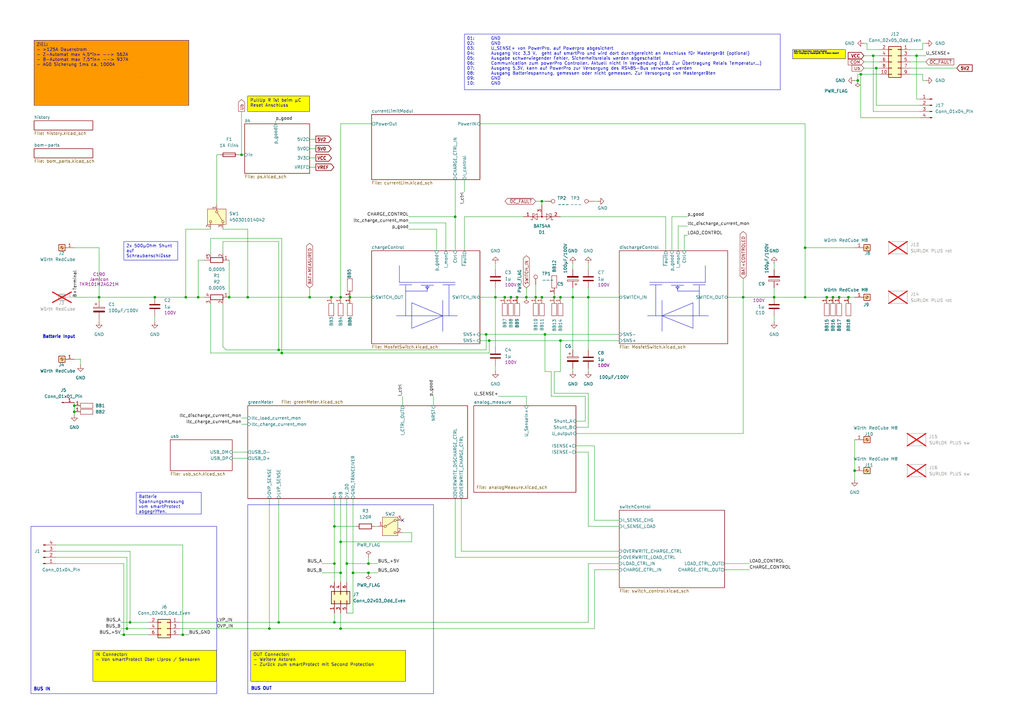
<source format=kicad_sch>
(kicad_sch
	(version 20250114)
	(generator "eeschema")
	(generator_version "9.0")
	(uuid "bf1f8167-8e29-49cc-a467-dd9cc2c77246")
	(paper "A3")
	(lib_symbols
		(symbol "Connector:Conn_01x01_Pin"
			(pin_names
				(offset 1.016)
				(hide yes)
			)
			(exclude_from_sim no)
			(in_bom yes)
			(on_board yes)
			(property "Reference" "J"
				(at 0 2.54 0)
				(effects
					(font
						(size 1.27 1.27)
					)
				)
			)
			(property "Value" "Conn_01x01_Pin"
				(at 0 -2.54 0)
				(effects
					(font
						(size 1.27 1.27)
					)
				)
			)
			(property "Footprint" ""
				(at 0 0 0)
				(effects
					(font
						(size 1.27 1.27)
					)
					(hide yes)
				)
			)
			(property "Datasheet" "~"
				(at 0 0 0)
				(effects
					(font
						(size 1.27 1.27)
					)
					(hide yes)
				)
			)
			(property "Description" "Generic connector, single row, 01x01, script generated"
				(at 0 0 0)
				(effects
					(font
						(size 1.27 1.27)
					)
					(hide yes)
				)
			)
			(property "ki_locked" ""
				(at 0 0 0)
				(effects
					(font
						(size 1.27 1.27)
					)
				)
			)
			(property "ki_keywords" "connector"
				(at 0 0 0)
				(effects
					(font
						(size 1.27 1.27)
					)
					(hide yes)
				)
			)
			(property "ki_fp_filters" "Connector*:*_1x??_*"
				(at 0 0 0)
				(effects
					(font
						(size 1.27 1.27)
					)
					(hide yes)
				)
			)
			(symbol "Conn_01x01_Pin_1_1"
				(rectangle
					(start 0.8636 0.127)
					(end 0 -0.127)
					(stroke
						(width 0.1524)
						(type default)
					)
					(fill
						(type outline)
					)
				)
				(polyline
					(pts
						(xy 1.27 0) (xy 0.8636 0)
					)
					(stroke
						(width 0.1524)
						(type default)
					)
					(fill
						(type none)
					)
				)
				(pin passive line
					(at 5.08 0 180)
					(length 3.81)
					(name "Pin_1"
						(effects
							(font
								(size 1.27 1.27)
							)
						)
					)
					(number "1"
						(effects
							(font
								(size 1.27 1.27)
							)
						)
					)
				)
			)
			(embedded_fonts no)
		)
		(symbol "Connector:Conn_01x04_Pin"
			(pin_names
				(offset 1.016)
				(hide yes)
			)
			(exclude_from_sim no)
			(in_bom yes)
			(on_board yes)
			(property "Reference" "J"
				(at 0 5.08 0)
				(effects
					(font
						(size 1.27 1.27)
					)
				)
			)
			(property "Value" "Conn_01x04_Pin"
				(at 0 -7.62 0)
				(effects
					(font
						(size 1.27 1.27)
					)
				)
			)
			(property "Footprint" ""
				(at 0 0 0)
				(effects
					(font
						(size 1.27 1.27)
					)
					(hide yes)
				)
			)
			(property "Datasheet" "~"
				(at 0 0 0)
				(effects
					(font
						(size 1.27 1.27)
					)
					(hide yes)
				)
			)
			(property "Description" "Generic connector, single row, 01x04, script generated"
				(at 0 0 0)
				(effects
					(font
						(size 1.27 1.27)
					)
					(hide yes)
				)
			)
			(property "ki_locked" ""
				(at 0 0 0)
				(effects
					(font
						(size 1.27 1.27)
					)
				)
			)
			(property "ki_keywords" "connector"
				(at 0 0 0)
				(effects
					(font
						(size 1.27 1.27)
					)
					(hide yes)
				)
			)
			(property "ki_fp_filters" "Connector*:*_1x??_*"
				(at 0 0 0)
				(effects
					(font
						(size 1.27 1.27)
					)
					(hide yes)
				)
			)
			(symbol "Conn_01x04_Pin_1_1"
				(rectangle
					(start 0.8636 2.667)
					(end 0 2.413)
					(stroke
						(width 0.1524)
						(type default)
					)
					(fill
						(type outline)
					)
				)
				(rectangle
					(start 0.8636 0.127)
					(end 0 -0.127)
					(stroke
						(width 0.1524)
						(type default)
					)
					(fill
						(type outline)
					)
				)
				(rectangle
					(start 0.8636 -2.413)
					(end 0 -2.667)
					(stroke
						(width 0.1524)
						(type default)
					)
					(fill
						(type outline)
					)
				)
				(rectangle
					(start 0.8636 -4.953)
					(end 0 -5.207)
					(stroke
						(width 0.1524)
						(type default)
					)
					(fill
						(type outline)
					)
				)
				(polyline
					(pts
						(xy 1.27 2.54) (xy 0.8636 2.54)
					)
					(stroke
						(width 0.1524)
						(type default)
					)
					(fill
						(type none)
					)
				)
				(polyline
					(pts
						(xy 1.27 0) (xy 0.8636 0)
					)
					(stroke
						(width 0.1524)
						(type default)
					)
					(fill
						(type none)
					)
				)
				(polyline
					(pts
						(xy 1.27 -2.54) (xy 0.8636 -2.54)
					)
					(stroke
						(width 0.1524)
						(type default)
					)
					(fill
						(type none)
					)
				)
				(polyline
					(pts
						(xy 1.27 -5.08) (xy 0.8636 -5.08)
					)
					(stroke
						(width 0.1524)
						(type default)
					)
					(fill
						(type none)
					)
				)
				(pin passive line
					(at 5.08 2.54 180)
					(length 3.81)
					(name "Pin_1"
						(effects
							(font
								(size 1.27 1.27)
							)
						)
					)
					(number "1"
						(effects
							(font
								(size 1.27 1.27)
							)
						)
					)
				)
				(pin passive line
					(at 5.08 0 180)
					(length 3.81)
					(name "Pin_2"
						(effects
							(font
								(size 1.27 1.27)
							)
						)
					)
					(number "2"
						(effects
							(font
								(size 1.27 1.27)
							)
						)
					)
				)
				(pin passive line
					(at 5.08 -2.54 180)
					(length 3.81)
					(name "Pin_3"
						(effects
							(font
								(size 1.27 1.27)
							)
						)
					)
					(number "3"
						(effects
							(font
								(size 1.27 1.27)
							)
						)
					)
				)
				(pin passive line
					(at 5.08 -5.08 180)
					(length 3.81)
					(name "Pin_4"
						(effects
							(font
								(size 1.27 1.27)
							)
						)
					)
					(number "4"
						(effects
							(font
								(size 1.27 1.27)
							)
						)
					)
				)
			)
			(embedded_fonts no)
		)
		(symbol "Connector:Screw_Terminal_01x01"
			(pin_names
				(offset 1.016)
				(hide yes)
			)
			(exclude_from_sim no)
			(in_bom yes)
			(on_board yes)
			(property "Reference" "J"
				(at 0 2.54 0)
				(effects
					(font
						(size 1.27 1.27)
					)
				)
			)
			(property "Value" "Screw_Terminal_01x01"
				(at 0 -2.54 0)
				(effects
					(font
						(size 1.27 1.27)
					)
				)
			)
			(property "Footprint" ""
				(at 0 0 0)
				(effects
					(font
						(size 1.27 1.27)
					)
					(hide yes)
				)
			)
			(property "Datasheet" "~"
				(at 0 0 0)
				(effects
					(font
						(size 1.27 1.27)
					)
					(hide yes)
				)
			)
			(property "Description" "Generic screw terminal, single row, 01x01, script generated (kicad-library-utils/schlib/autogen/connector/)"
				(at 0 0 0)
				(effects
					(font
						(size 1.27 1.27)
					)
					(hide yes)
				)
			)
			(property "ki_keywords" "screw terminal"
				(at 0 0 0)
				(effects
					(font
						(size 1.27 1.27)
					)
					(hide yes)
				)
			)
			(property "ki_fp_filters" "TerminalBlock*:*"
				(at 0 0 0)
				(effects
					(font
						(size 1.27 1.27)
					)
					(hide yes)
				)
			)
			(symbol "Screw_Terminal_01x01_1_1"
				(rectangle
					(start -1.27 1.27)
					(end 1.27 -1.27)
					(stroke
						(width 0.254)
						(type default)
					)
					(fill
						(type background)
					)
				)
				(polyline
					(pts
						(xy -0.5334 0.3302) (xy 0.3302 -0.508)
					)
					(stroke
						(width 0.1524)
						(type default)
					)
					(fill
						(type none)
					)
				)
				(polyline
					(pts
						(xy -0.3556 0.508) (xy 0.508 -0.3302)
					)
					(stroke
						(width 0.1524)
						(type default)
					)
					(fill
						(type none)
					)
				)
				(circle
					(center 0 0)
					(radius 0.635)
					(stroke
						(width 0.1524)
						(type default)
					)
					(fill
						(type none)
					)
				)
				(pin passive line
					(at -5.08 0 0)
					(length 3.81)
					(name "Pin_1"
						(effects
							(font
								(size 1.27 1.27)
							)
						)
					)
					(number "1"
						(effects
							(font
								(size 1.27 1.27)
							)
						)
					)
				)
			)
			(embedded_fonts no)
		)
		(symbol "Connector:TestPoint"
			(pin_numbers
				(hide yes)
			)
			(pin_names
				(offset 0.762)
				(hide yes)
			)
			(exclude_from_sim no)
			(in_bom yes)
			(on_board yes)
			(property "Reference" "TP"
				(at 0 6.858 0)
				(effects
					(font
						(size 1.27 1.27)
					)
				)
			)
			(property "Value" "TestPoint"
				(at 0 5.08 0)
				(effects
					(font
						(size 1.27 1.27)
					)
				)
			)
			(property "Footprint" ""
				(at 5.08 0 0)
				(effects
					(font
						(size 1.27 1.27)
					)
					(hide yes)
				)
			)
			(property "Datasheet" "~"
				(at 5.08 0 0)
				(effects
					(font
						(size 1.27 1.27)
					)
					(hide yes)
				)
			)
			(property "Description" "test point"
				(at 0 0 0)
				(effects
					(font
						(size 1.27 1.27)
					)
					(hide yes)
				)
			)
			(property "ki_keywords" "test point tp"
				(at 0 0 0)
				(effects
					(font
						(size 1.27 1.27)
					)
					(hide yes)
				)
			)
			(property "ki_fp_filters" "Pin* Test*"
				(at 0 0 0)
				(effects
					(font
						(size 1.27 1.27)
					)
					(hide yes)
				)
			)
			(symbol "TestPoint_0_1"
				(circle
					(center 0 3.302)
					(radius 0.762)
					(stroke
						(width 0)
						(type default)
					)
					(fill
						(type none)
					)
				)
			)
			(symbol "TestPoint_1_1"
				(pin passive line
					(at 0 0 90)
					(length 2.54)
					(name "1"
						(effects
							(font
								(size 1.27 1.27)
							)
						)
					)
					(number "1"
						(effects
							(font
								(size 1.27 1.27)
							)
						)
					)
				)
			)
			(embedded_fonts no)
		)
		(symbol "Connector_Generic:Conn_02x03_Odd_Even"
			(pin_names
				(offset 1.016)
				(hide yes)
			)
			(exclude_from_sim no)
			(in_bom yes)
			(on_board yes)
			(property "Reference" "J"
				(at 1.27 5.08 0)
				(effects
					(font
						(size 1.27 1.27)
					)
				)
			)
			(property "Value" "Conn_02x03_Odd_Even"
				(at 1.27 -5.08 0)
				(effects
					(font
						(size 1.27 1.27)
					)
				)
			)
			(property "Footprint" ""
				(at 0 0 0)
				(effects
					(font
						(size 1.27 1.27)
					)
					(hide yes)
				)
			)
			(property "Datasheet" "~"
				(at 0 0 0)
				(effects
					(font
						(size 1.27 1.27)
					)
					(hide yes)
				)
			)
			(property "Description" "Generic connector, double row, 02x03, odd/even pin numbering scheme (row 1 odd numbers, row 2 even numbers), script generated (kicad-library-utils/schlib/autogen/connector/)"
				(at 0 0 0)
				(effects
					(font
						(size 1.27 1.27)
					)
					(hide yes)
				)
			)
			(property "ki_keywords" "connector"
				(at 0 0 0)
				(effects
					(font
						(size 1.27 1.27)
					)
					(hide yes)
				)
			)
			(property "ki_fp_filters" "Connector*:*_2x??_*"
				(at 0 0 0)
				(effects
					(font
						(size 1.27 1.27)
					)
					(hide yes)
				)
			)
			(symbol "Conn_02x03_Odd_Even_1_1"
				(rectangle
					(start -1.27 3.81)
					(end 3.81 -3.81)
					(stroke
						(width 0.254)
						(type default)
					)
					(fill
						(type background)
					)
				)
				(rectangle
					(start -1.27 2.667)
					(end 0 2.413)
					(stroke
						(width 0.1524)
						(type default)
					)
					(fill
						(type none)
					)
				)
				(rectangle
					(start -1.27 0.127)
					(end 0 -0.127)
					(stroke
						(width 0.1524)
						(type default)
					)
					(fill
						(type none)
					)
				)
				(rectangle
					(start -1.27 -2.413)
					(end 0 -2.667)
					(stroke
						(width 0.1524)
						(type default)
					)
					(fill
						(type none)
					)
				)
				(rectangle
					(start 3.81 2.667)
					(end 2.54 2.413)
					(stroke
						(width 0.1524)
						(type default)
					)
					(fill
						(type none)
					)
				)
				(rectangle
					(start 3.81 0.127)
					(end 2.54 -0.127)
					(stroke
						(width 0.1524)
						(type default)
					)
					(fill
						(type none)
					)
				)
				(rectangle
					(start 3.81 -2.413)
					(end 2.54 -2.667)
					(stroke
						(width 0.1524)
						(type default)
					)
					(fill
						(type none)
					)
				)
				(pin passive line
					(at -5.08 2.54 0)
					(length 3.81)
					(name "Pin_1"
						(effects
							(font
								(size 1.27 1.27)
							)
						)
					)
					(number "1"
						(effects
							(font
								(size 1.27 1.27)
							)
						)
					)
				)
				(pin passive line
					(at -5.08 0 0)
					(length 3.81)
					(name "Pin_3"
						(effects
							(font
								(size 1.27 1.27)
							)
						)
					)
					(number "3"
						(effects
							(font
								(size 1.27 1.27)
							)
						)
					)
				)
				(pin passive line
					(at -5.08 -2.54 0)
					(length 3.81)
					(name "Pin_5"
						(effects
							(font
								(size 1.27 1.27)
							)
						)
					)
					(number "5"
						(effects
							(font
								(size 1.27 1.27)
							)
						)
					)
				)
				(pin passive line
					(at 7.62 2.54 180)
					(length 3.81)
					(name "Pin_2"
						(effects
							(font
								(size 1.27 1.27)
							)
						)
					)
					(number "2"
						(effects
							(font
								(size 1.27 1.27)
							)
						)
					)
				)
				(pin passive line
					(at 7.62 0 180)
					(length 3.81)
					(name "Pin_4"
						(effects
							(font
								(size 1.27 1.27)
							)
						)
					)
					(number "4"
						(effects
							(font
								(size 1.27 1.27)
							)
						)
					)
				)
				(pin passive line
					(at 7.62 -2.54 180)
					(length 3.81)
					(name "Pin_6"
						(effects
							(font
								(size 1.27 1.27)
							)
						)
					)
					(number "6"
						(effects
							(font
								(size 1.27 1.27)
							)
						)
					)
				)
			)
			(embedded_fonts no)
		)
		(symbol "Connector_Generic:Conn_02x05_Odd_Even"
			(pin_names
				(offset 1.016)
				(hide yes)
			)
			(exclude_from_sim no)
			(in_bom yes)
			(on_board yes)
			(property "Reference" "J"
				(at 1.27 7.62 0)
				(effects
					(font
						(size 1.27 1.27)
					)
				)
			)
			(property "Value" "Conn_02x05_Odd_Even"
				(at 1.27 -7.62 0)
				(effects
					(font
						(size 1.27 1.27)
					)
				)
			)
			(property "Footprint" ""
				(at 0 0 0)
				(effects
					(font
						(size 1.27 1.27)
					)
					(hide yes)
				)
			)
			(property "Datasheet" "~"
				(at 0 0 0)
				(effects
					(font
						(size 1.27 1.27)
					)
					(hide yes)
				)
			)
			(property "Description" "Generic connector, double row, 02x05, odd/even pin numbering scheme (row 1 odd numbers, row 2 even numbers), script generated (kicad-library-utils/schlib/autogen/connector/)"
				(at 0 0 0)
				(effects
					(font
						(size 1.27 1.27)
					)
					(hide yes)
				)
			)
			(property "ki_keywords" "connector"
				(at 0 0 0)
				(effects
					(font
						(size 1.27 1.27)
					)
					(hide yes)
				)
			)
			(property "ki_fp_filters" "Connector*:*_2x??_*"
				(at 0 0 0)
				(effects
					(font
						(size 1.27 1.27)
					)
					(hide yes)
				)
			)
			(symbol "Conn_02x05_Odd_Even_1_1"
				(rectangle
					(start -1.27 6.35)
					(end 3.81 -6.35)
					(stroke
						(width 0.254)
						(type default)
					)
					(fill
						(type background)
					)
				)
				(rectangle
					(start -1.27 5.207)
					(end 0 4.953)
					(stroke
						(width 0.1524)
						(type default)
					)
					(fill
						(type none)
					)
				)
				(rectangle
					(start -1.27 2.667)
					(end 0 2.413)
					(stroke
						(width 0.1524)
						(type default)
					)
					(fill
						(type none)
					)
				)
				(rectangle
					(start -1.27 0.127)
					(end 0 -0.127)
					(stroke
						(width 0.1524)
						(type default)
					)
					(fill
						(type none)
					)
				)
				(rectangle
					(start -1.27 -2.413)
					(end 0 -2.667)
					(stroke
						(width 0.1524)
						(type default)
					)
					(fill
						(type none)
					)
				)
				(rectangle
					(start -1.27 -4.953)
					(end 0 -5.207)
					(stroke
						(width 0.1524)
						(type default)
					)
					(fill
						(type none)
					)
				)
				(rectangle
					(start 3.81 5.207)
					(end 2.54 4.953)
					(stroke
						(width 0.1524)
						(type default)
					)
					(fill
						(type none)
					)
				)
				(rectangle
					(start 3.81 2.667)
					(end 2.54 2.413)
					(stroke
						(width 0.1524)
						(type default)
					)
					(fill
						(type none)
					)
				)
				(rectangle
					(start 3.81 0.127)
					(end 2.54 -0.127)
					(stroke
						(width 0.1524)
						(type default)
					)
					(fill
						(type none)
					)
				)
				(rectangle
					(start 3.81 -2.413)
					(end 2.54 -2.667)
					(stroke
						(width 0.1524)
						(type default)
					)
					(fill
						(type none)
					)
				)
				(rectangle
					(start 3.81 -4.953)
					(end 2.54 -5.207)
					(stroke
						(width 0.1524)
						(type default)
					)
					(fill
						(type none)
					)
				)
				(pin passive line
					(at -5.08 5.08 0)
					(length 3.81)
					(name "Pin_1"
						(effects
							(font
								(size 1.27 1.27)
							)
						)
					)
					(number "1"
						(effects
							(font
								(size 1.27 1.27)
							)
						)
					)
				)
				(pin passive line
					(at -5.08 2.54 0)
					(length 3.81)
					(name "Pin_3"
						(effects
							(font
								(size 1.27 1.27)
							)
						)
					)
					(number "3"
						(effects
							(font
								(size 1.27 1.27)
							)
						)
					)
				)
				(pin passive line
					(at -5.08 0 0)
					(length 3.81)
					(name "Pin_5"
						(effects
							(font
								(size 1.27 1.27)
							)
						)
					)
					(number "5"
						(effects
							(font
								(size 1.27 1.27)
							)
						)
					)
				)
				(pin passive line
					(at -5.08 -2.54 0)
					(length 3.81)
					(name "Pin_7"
						(effects
							(font
								(size 1.27 1.27)
							)
						)
					)
					(number "7"
						(effects
							(font
								(size 1.27 1.27)
							)
						)
					)
				)
				(pin passive line
					(at -5.08 -5.08 0)
					(length 3.81)
					(name "Pin_9"
						(effects
							(font
								(size 1.27 1.27)
							)
						)
					)
					(number "9"
						(effects
							(font
								(size 1.27 1.27)
							)
						)
					)
				)
				(pin passive line
					(at 7.62 5.08 180)
					(length 3.81)
					(name "Pin_2"
						(effects
							(font
								(size 1.27 1.27)
							)
						)
					)
					(number "2"
						(effects
							(font
								(size 1.27 1.27)
							)
						)
					)
				)
				(pin passive line
					(at 7.62 2.54 180)
					(length 3.81)
					(name "Pin_4"
						(effects
							(font
								(size 1.27 1.27)
							)
						)
					)
					(number "4"
						(effects
							(font
								(size 1.27 1.27)
							)
						)
					)
				)
				(pin passive line
					(at 7.62 0 180)
					(length 3.81)
					(name "Pin_6"
						(effects
							(font
								(size 1.27 1.27)
							)
						)
					)
					(number "6"
						(effects
							(font
								(size 1.27 1.27)
							)
						)
					)
				)
				(pin passive line
					(at 7.62 -2.54 180)
					(length 3.81)
					(name "Pin_8"
						(effects
							(font
								(size 1.27 1.27)
							)
						)
					)
					(number "8"
						(effects
							(font
								(size 1.27 1.27)
							)
						)
					)
				)
				(pin passive line
					(at 7.62 -5.08 180)
					(length 3.81)
					(name "Pin_10"
						(effects
							(font
								(size 1.27 1.27)
							)
						)
					)
					(number "10"
						(effects
							(font
								(size 1.27 1.27)
							)
						)
					)
				)
			)
			(embedded_fonts no)
		)
		(symbol "Device:C"
			(pin_numbers
				(hide yes)
			)
			(pin_names
				(offset 0.254)
			)
			(exclude_from_sim no)
			(in_bom yes)
			(on_board yes)
			(property "Reference" "C"
				(at 0.635 2.54 0)
				(effects
					(font
						(size 1.27 1.27)
					)
					(justify left)
				)
			)
			(property "Value" "C"
				(at 0.635 -2.54 0)
				(effects
					(font
						(size 1.27 1.27)
					)
					(justify left)
				)
			)
			(property "Footprint" ""
				(at 0.9652 -3.81 0)
				(effects
					(font
						(size 1.27 1.27)
					)
					(hide yes)
				)
			)
			(property "Datasheet" "~"
				(at 0 0 0)
				(effects
					(font
						(size 1.27 1.27)
					)
					(hide yes)
				)
			)
			(property "Description" "Unpolarized capacitor"
				(at 0 0 0)
				(effects
					(font
						(size 1.27 1.27)
					)
					(hide yes)
				)
			)
			(property "ki_keywords" "cap capacitor"
				(at 0 0 0)
				(effects
					(font
						(size 1.27 1.27)
					)
					(hide yes)
				)
			)
			(property "ki_fp_filters" "C_*"
				(at 0 0 0)
				(effects
					(font
						(size 1.27 1.27)
					)
					(hide yes)
				)
			)
			(symbol "C_0_1"
				(polyline
					(pts
						(xy -2.032 0.762) (xy 2.032 0.762)
					)
					(stroke
						(width 0.508)
						(type default)
					)
					(fill
						(type none)
					)
				)
				(polyline
					(pts
						(xy -2.032 -0.762) (xy 2.032 -0.762)
					)
					(stroke
						(width 0.508)
						(type default)
					)
					(fill
						(type none)
					)
				)
			)
			(symbol "C_1_1"
				(pin passive line
					(at 0 3.81 270)
					(length 2.794)
					(name "~"
						(effects
							(font
								(size 1.27 1.27)
							)
						)
					)
					(number "1"
						(effects
							(font
								(size 1.27 1.27)
							)
						)
					)
				)
				(pin passive line
					(at 0 -3.81 90)
					(length 2.794)
					(name "~"
						(effects
							(font
								(size 1.27 1.27)
							)
						)
					)
					(number "2"
						(effects
							(font
								(size 1.27 1.27)
							)
						)
					)
				)
			)
			(embedded_fonts no)
		)
		(symbol "Device:C_Polarized"
			(pin_numbers
				(hide yes)
			)
			(pin_names
				(offset 0.254)
			)
			(exclude_from_sim no)
			(in_bom yes)
			(on_board yes)
			(property "Reference" "C"
				(at 0.635 2.54 0)
				(effects
					(font
						(size 1.27 1.27)
					)
					(justify left)
				)
			)
			(property "Value" "C_Polarized"
				(at 0.635 -2.54 0)
				(effects
					(font
						(size 1.27 1.27)
					)
					(justify left)
				)
			)
			(property "Footprint" ""
				(at 0.9652 -3.81 0)
				(effects
					(font
						(size 1.27 1.27)
					)
					(hide yes)
				)
			)
			(property "Datasheet" "~"
				(at 0 0 0)
				(effects
					(font
						(size 1.27 1.27)
					)
					(hide yes)
				)
			)
			(property "Description" "Polarized capacitor"
				(at 0 0 0)
				(effects
					(font
						(size 1.27 1.27)
					)
					(hide yes)
				)
			)
			(property "ki_keywords" "cap capacitor"
				(at 0 0 0)
				(effects
					(font
						(size 1.27 1.27)
					)
					(hide yes)
				)
			)
			(property "ki_fp_filters" "CP_*"
				(at 0 0 0)
				(effects
					(font
						(size 1.27 1.27)
					)
					(hide yes)
				)
			)
			(symbol "C_Polarized_0_1"
				(rectangle
					(start -2.286 0.508)
					(end 2.286 1.016)
					(stroke
						(width 0)
						(type default)
					)
					(fill
						(type none)
					)
				)
				(polyline
					(pts
						(xy -1.778 2.286) (xy -0.762 2.286)
					)
					(stroke
						(width 0)
						(type default)
					)
					(fill
						(type none)
					)
				)
				(polyline
					(pts
						(xy -1.27 2.794) (xy -1.27 1.778)
					)
					(stroke
						(width 0)
						(type default)
					)
					(fill
						(type none)
					)
				)
				(rectangle
					(start 2.286 -0.508)
					(end -2.286 -1.016)
					(stroke
						(width 0)
						(type default)
					)
					(fill
						(type outline)
					)
				)
			)
			(symbol "C_Polarized_1_1"
				(pin passive line
					(at 0 3.81 270)
					(length 2.794)
					(name "~"
						(effects
							(font
								(size 1.27 1.27)
							)
						)
					)
					(number "1"
						(effects
							(font
								(size 1.27 1.27)
							)
						)
					)
				)
				(pin passive line
					(at 0 -3.81 90)
					(length 2.794)
					(name "~"
						(effects
							(font
								(size 1.27 1.27)
							)
						)
					)
					(number "2"
						(effects
							(font
								(size 1.27 1.27)
							)
						)
					)
				)
			)
			(embedded_fonts no)
		)
		(symbol "Device:Fuse"
			(pin_numbers
				(hide yes)
			)
			(pin_names
				(offset 0)
			)
			(exclude_from_sim no)
			(in_bom yes)
			(on_board yes)
			(property "Reference" "F"
				(at 2.032 0 90)
				(effects
					(font
						(size 1.27 1.27)
					)
				)
			)
			(property "Value" "Fuse"
				(at -1.905 0 90)
				(effects
					(font
						(size 1.27 1.27)
					)
				)
			)
			(property "Footprint" ""
				(at -1.778 0 90)
				(effects
					(font
						(size 1.27 1.27)
					)
					(hide yes)
				)
			)
			(property "Datasheet" "~"
				(at 0 0 0)
				(effects
					(font
						(size 1.27 1.27)
					)
					(hide yes)
				)
			)
			(property "Description" "Fuse"
				(at 0 0 0)
				(effects
					(font
						(size 1.27 1.27)
					)
					(hide yes)
				)
			)
			(property "ki_keywords" "fuse"
				(at 0 0 0)
				(effects
					(font
						(size 1.27 1.27)
					)
					(hide yes)
				)
			)
			(property "ki_fp_filters" "*Fuse*"
				(at 0 0 0)
				(effects
					(font
						(size 1.27 1.27)
					)
					(hide yes)
				)
			)
			(symbol "Fuse_0_1"
				(rectangle
					(start -0.762 -2.54)
					(end 0.762 2.54)
					(stroke
						(width 0.254)
						(type default)
					)
					(fill
						(type none)
					)
				)
				(polyline
					(pts
						(xy 0 2.54) (xy 0 -2.54)
					)
					(stroke
						(width 0)
						(type default)
					)
					(fill
						(type none)
					)
				)
			)
			(symbol "Fuse_1_1"
				(pin passive line
					(at 0 3.81 270)
					(length 1.27)
					(name "~"
						(effects
							(font
								(size 1.27 1.27)
							)
						)
					)
					(number "1"
						(effects
							(font
								(size 1.27 1.27)
							)
						)
					)
				)
				(pin passive line
					(at 0 -3.81 90)
					(length 1.27)
					(name "~"
						(effects
							(font
								(size 1.27 1.27)
							)
						)
					)
					(number "2"
						(effects
							(font
								(size 1.27 1.27)
							)
						)
					)
				)
			)
			(embedded_fonts no)
		)
		(symbol "Device:R"
			(pin_numbers
				(hide yes)
			)
			(pin_names
				(offset 0)
			)
			(exclude_from_sim no)
			(in_bom yes)
			(on_board yes)
			(property "Reference" "R"
				(at 2.032 0 90)
				(effects
					(font
						(size 1.27 1.27)
					)
				)
			)
			(property "Value" "R"
				(at 0 0 90)
				(effects
					(font
						(size 1.27 1.27)
					)
				)
			)
			(property "Footprint" ""
				(at -1.778 0 90)
				(effects
					(font
						(size 1.27 1.27)
					)
					(hide yes)
				)
			)
			(property "Datasheet" "~"
				(at 0 0 0)
				(effects
					(font
						(size 1.27 1.27)
					)
					(hide yes)
				)
			)
			(property "Description" "Resistor"
				(at 0 0 0)
				(effects
					(font
						(size 1.27 1.27)
					)
					(hide yes)
				)
			)
			(property "ki_keywords" "R res resistor"
				(at 0 0 0)
				(effects
					(font
						(size 1.27 1.27)
					)
					(hide yes)
				)
			)
			(property "ki_fp_filters" "R_*"
				(at 0 0 0)
				(effects
					(font
						(size 1.27 1.27)
					)
					(hide yes)
				)
			)
			(symbol "R_0_1"
				(rectangle
					(start -1.016 -2.54)
					(end 1.016 2.54)
					(stroke
						(width 0.254)
						(type default)
					)
					(fill
						(type none)
					)
				)
			)
			(symbol "R_1_1"
				(pin passive line
					(at 0 3.81 270)
					(length 1.27)
					(name "~"
						(effects
							(font
								(size 1.27 1.27)
							)
						)
					)
					(number "1"
						(effects
							(font
								(size 1.27 1.27)
							)
						)
					)
				)
				(pin passive line
					(at 0 -3.81 90)
					(length 1.27)
					(name "~"
						(effects
							(font
								(size 1.27 1.27)
							)
						)
					)
					(number "2"
						(effects
							(font
								(size 1.27 1.27)
							)
						)
					)
				)
			)
			(embedded_fonts no)
		)
		(symbol "Device:R_Shunt"
			(pin_names
				(offset 0)
				(hide yes)
			)
			(exclude_from_sim no)
			(in_bom yes)
			(on_board yes)
			(property "Reference" "R"
				(at -2.032 0 90)
				(effects
					(font
						(size 1.27 1.27)
					)
				)
			)
			(property "Value" "R_Shunt"
				(at 0 0 90)
				(effects
					(font
						(size 1.27 1.27)
					)
				)
			)
			(property "Footprint" ""
				(at -1.778 0 90)
				(effects
					(font
						(size 1.27 1.27)
					)
					(hide yes)
				)
			)
			(property "Datasheet" "~"
				(at 0 0 0)
				(effects
					(font
						(size 1.27 1.27)
					)
					(hide yes)
				)
			)
			(property "Description" "Shunt resistor with Kelvin connections"
				(at 0 0 0)
				(effects
					(font
						(size 1.27 1.27)
					)
					(hide yes)
				)
			)
			(property "ki_keywords" "R res shunt resistor"
				(at 0 0 0)
				(effects
					(font
						(size 1.27 1.27)
					)
					(hide yes)
				)
			)
			(property "ki_fp_filters" "R_*Shunt*"
				(at 0 0 0)
				(effects
					(font
						(size 1.27 1.27)
					)
					(hide yes)
				)
			)
			(symbol "R_Shunt_0_1"
				(rectangle
					(start -1.016 -2.54)
					(end 1.016 2.54)
					(stroke
						(width 0.254)
						(type default)
					)
					(fill
						(type none)
					)
				)
				(polyline
					(pts
						(xy 0 -2.54) (xy 1.27 -2.54)
					)
					(stroke
						(width 0)
						(type default)
					)
					(fill
						(type none)
					)
				)
				(polyline
					(pts
						(xy 1.27 2.54) (xy 0 2.54)
					)
					(stroke
						(width 0)
						(type default)
					)
					(fill
						(type none)
					)
				)
			)
			(symbol "R_Shunt_1_1"
				(pin passive line
					(at 0 5.08 270)
					(length 2.54)
					(name "~"
						(effects
							(font
								(size 1.27 1.27)
							)
						)
					)
					(number "1"
						(effects
							(font
								(size 1.27 1.27)
							)
						)
					)
				)
				(pin passive line
					(at 0 -5.08 90)
					(length 2.54)
					(name "~"
						(effects
							(font
								(size 1.27 1.27)
							)
						)
					)
					(number "4"
						(effects
							(font
								(size 1.27 1.27)
							)
						)
					)
				)
				(pin passive line
					(at 2.54 2.54 180)
					(length 1.27)
					(name "~"
						(effects
							(font
								(size 1.27 1.27)
							)
						)
					)
					(number "2"
						(effects
							(font
								(size 1.27 1.27)
							)
						)
					)
				)
				(pin passive line
					(at 2.54 -2.54 180)
					(length 1.27)
					(name "~"
						(effects
							(font
								(size 1.27 1.27)
							)
						)
					)
					(number "3"
						(effects
							(font
								(size 1.27 1.27)
							)
						)
					)
				)
			)
			(embedded_fonts no)
		)
		(symbol "Diode:BAT54A"
			(pin_names
				(offset 1.016)
			)
			(exclude_from_sim no)
			(in_bom yes)
			(on_board yes)
			(property "Reference" "D"
				(at 0.635 -3.81 0)
				(effects
					(font
						(size 1.27 1.27)
					)
					(justify left)
				)
			)
			(property "Value" "BAT54A"
				(at -6.35 3.175 0)
				(effects
					(font
						(size 1.27 1.27)
					)
					(justify left)
				)
			)
			(property "Footprint" "Package_TO_SOT_SMD:SOT-23"
				(at 1.905 3.175 0)
				(effects
					(font
						(size 1.27 1.27)
					)
					(justify left)
					(hide yes)
				)
			)
			(property "Datasheet" "http://www.diodes.com/_files/datasheets/ds11005.pdf"
				(at -3.048 0 0)
				(effects
					(font
						(size 1.27 1.27)
					)
					(hide yes)
				)
			)
			(property "Description" "schottky barrier diode"
				(at 0 0 0)
				(effects
					(font
						(size 1.27 1.27)
					)
					(hide yes)
				)
			)
			(property "ki_keywords" "schottky diode"
				(at 0 0 0)
				(effects
					(font
						(size 1.27 1.27)
					)
					(hide yes)
				)
			)
			(property "ki_fp_filters" "SOT?23*"
				(at 0 0 0)
				(effects
					(font
						(size 1.27 1.27)
					)
					(hide yes)
				)
			)
			(symbol "BAT54A_0_1"
				(polyline
					(pts
						(xy -4.445 1.27) (xy -4.445 1.016)
					)
					(stroke
						(width 0)
						(type default)
					)
					(fill
						(type none)
					)
				)
				(polyline
					(pts
						(xy -3.81 1.27) (xy -4.445 1.27)
					)
					(stroke
						(width 0)
						(type default)
					)
					(fill
						(type none)
					)
				)
				(polyline
					(pts
						(xy -3.81 0) (xy -1.27 0)
					)
					(stroke
						(width 0)
						(type default)
					)
					(fill
						(type none)
					)
				)
				(polyline
					(pts
						(xy -3.81 -1.27) (xy -3.81 1.27)
					)
					(stroke
						(width 0)
						(type default)
					)
					(fill
						(type none)
					)
				)
				(polyline
					(pts
						(xy -3.81 -1.27) (xy -3.175 -1.27)
					)
					(stroke
						(width 0)
						(type default)
					)
					(fill
						(type none)
					)
				)
				(polyline
					(pts
						(xy -3.175 -1.27) (xy -3.175 -1.016)
					)
					(stroke
						(width 0)
						(type default)
					)
					(fill
						(type none)
					)
				)
				(polyline
					(pts
						(xy -1.905 1.27) (xy -1.905 -1.27) (xy -3.81 0) (xy -1.905 1.27)
					)
					(stroke
						(width 0)
						(type default)
					)
					(fill
						(type none)
					)
				)
				(polyline
					(pts
						(xy -1.905 0) (xy 1.905 0)
					)
					(stroke
						(width 0)
						(type default)
					)
					(fill
						(type none)
					)
				)
				(circle
					(center 0 0)
					(radius 0.254)
					(stroke
						(width 0)
						(type default)
					)
					(fill
						(type outline)
					)
				)
				(polyline
					(pts
						(xy 1.27 0) (xy 3.81 0)
					)
					(stroke
						(width 0)
						(type default)
					)
					(fill
						(type none)
					)
				)
				(polyline
					(pts
						(xy 1.905 1.27) (xy 1.905 -1.27) (xy 3.81 0) (xy 1.905 1.27)
					)
					(stroke
						(width 0)
						(type default)
					)
					(fill
						(type none)
					)
				)
				(polyline
					(pts
						(xy 3.175 -1.27) (xy 3.175 -1.016)
					)
					(stroke
						(width 0)
						(type default)
					)
					(fill
						(type none)
					)
				)
				(polyline
					(pts
						(xy 3.81 1.27) (xy 4.445 1.27)
					)
					(stroke
						(width 0)
						(type default)
					)
					(fill
						(type none)
					)
				)
				(polyline
					(pts
						(xy 3.81 -1.27) (xy 3.175 -1.27)
					)
					(stroke
						(width 0)
						(type default)
					)
					(fill
						(type none)
					)
				)
				(polyline
					(pts
						(xy 3.81 -1.27) (xy 3.81 1.27)
					)
					(stroke
						(width 0)
						(type default)
					)
					(fill
						(type none)
					)
				)
				(polyline
					(pts
						(xy 4.445 1.27) (xy 4.445 1.016)
					)
					(stroke
						(width 0)
						(type default)
					)
					(fill
						(type none)
					)
				)
			)
			(symbol "BAT54A_1_1"
				(pin passive line
					(at -7.62 0 0)
					(length 3.81)
					(name "~"
						(effects
							(font
								(size 1.27 1.27)
							)
						)
					)
					(number "1"
						(effects
							(font
								(size 1.27 1.27)
							)
						)
					)
				)
				(pin passive line
					(at 0 -5.08 90)
					(length 5.08)
					(name "~"
						(effects
							(font
								(size 1.27 1.27)
							)
						)
					)
					(number "3"
						(effects
							(font
								(size 1.27 1.27)
							)
						)
					)
				)
				(pin passive line
					(at 7.62 0 180)
					(length 3.81)
					(name "~"
						(effects
							(font
								(size 1.27 1.27)
							)
						)
					)
					(number "2"
						(effects
							(font
								(size 1.27 1.27)
							)
						)
					)
				)
			)
			(embedded_fonts no)
		)
		(symbol "R_Shunt_1"
			(pin_names
				(offset 0)
				(hide yes)
			)
			(exclude_from_sim no)
			(in_bom yes)
			(on_board yes)
			(property "Reference" "R"
				(at -2.032 0 90)
				(effects
					(font
						(size 1.27 1.27)
					)
				)
			)
			(property "Value" "R_Shunt"
				(at 0 0 90)
				(effects
					(font
						(size 1.27 1.27)
					)
				)
			)
			(property "Footprint" ""
				(at -1.778 0 90)
				(effects
					(font
						(size 1.27 1.27)
					)
					(hide yes)
				)
			)
			(property "Datasheet" "~"
				(at 0 0 0)
				(effects
					(font
						(size 1.27 1.27)
					)
					(hide yes)
				)
			)
			(property "Description" "Shunt resistor with Kelvin connections"
				(at 0 0 0)
				(effects
					(font
						(size 1.27 1.27)
					)
					(hide yes)
				)
			)
			(property "ki_keywords" "R res shunt resistor"
				(at 0 0 0)
				(effects
					(font
						(size 1.27 1.27)
					)
					(hide yes)
				)
			)
			(property "ki_fp_filters" "R_*Shunt*"
				(at 0 0 0)
				(effects
					(font
						(size 1.27 1.27)
					)
					(hide yes)
				)
			)
			(symbol "R_Shunt_1_0_1"
				(rectangle
					(start -1.016 -2.54)
					(end 1.016 2.54)
					(stroke
						(width 0.254)
						(type default)
					)
					(fill
						(type none)
					)
				)
				(polyline
					(pts
						(xy 0 -2.54) (xy 1.27 -2.54)
					)
					(stroke
						(width 0)
						(type default)
					)
					(fill
						(type none)
					)
				)
				(polyline
					(pts
						(xy 1.27 2.54) (xy 0 2.54)
					)
					(stroke
						(width 0)
						(type default)
					)
					(fill
						(type none)
					)
				)
			)
			(symbol "R_Shunt_1_1_1"
				(pin passive line
					(at 0 5.08 270)
					(length 2.54)
					(name "~"
						(effects
							(font
								(size 1.27 1.27)
							)
						)
					)
					(number "1"
						(effects
							(font
								(size 1.27 1.27)
							)
						)
					)
				)
				(pin passive line
					(at 0 -5.08 90)
					(length 2.54)
					(name "~"
						(effects
							(font
								(size 1.27 1.27)
							)
						)
					)
					(number "4"
						(effects
							(font
								(size 1.27 1.27)
							)
						)
					)
				)
				(pin passive line
					(at 2.54 2.54 180)
					(length 1.27)
					(name "~"
						(effects
							(font
								(size 1.27 1.27)
							)
						)
					)
					(number "2"
						(effects
							(font
								(size 1.27 1.27)
							)
						)
					)
				)
				(pin passive line
					(at 2.54 -2.54 180)
					(length 1.27)
					(name "~"
						(effects
							(font
								(size 1.27 1.27)
							)
						)
					)
					(number "3"
						(effects
							(font
								(size 1.27 1.27)
							)
						)
					)
				)
			)
			(embedded_fonts no)
		)
		(symbol "Switch:SW_Wuerth_450301014042"
			(pin_names
				(offset 1)
				(hide yes)
			)
			(exclude_from_sim no)
			(in_bom yes)
			(on_board yes)
			(property "Reference" "SW"
				(at 0 5.08 0)
				(effects
					(font
						(size 1.27 1.27)
					)
				)
			)
			(property "Value" "SW_Wuerth_450301014042"
				(at 0 -5.08 0)
				(effects
					(font
						(size 1.27 1.27)
					)
				)
			)
			(property "Footprint" "Button_Switch_THT:SW_Slide-03_Wuerth-WS-SLTV_10x2.5x6.4_P2.54mm"
				(at 0 -10.16 0)
				(effects
					(font
						(size 1.27 1.27)
					)
					(hide yes)
				)
			)
			(property "Datasheet" "https://www.we-online.com/components/products/datasheet/450301014042.pdf"
				(at 0 -7.62 0)
				(effects
					(font
						(size 1.27 1.27)
					)
					(hide yes)
				)
			)
			(property "Description" "Switch slide, single pole double throw"
				(at 0 0 0)
				(effects
					(font
						(size 1.27 1.27)
					)
					(hide yes)
				)
			)
			(property "ki_keywords" "changeover single-pole opposite-side-connection double-throw spdt ON-ON"
				(at 0 0 0)
				(effects
					(font
						(size 1.27 1.27)
					)
					(hide yes)
				)
			)
			(property "ki_fp_filters" "SW*Wuerth*WS*SLTV*10x2.5x6.4*P2.54mm*"
				(at 0 0 0)
				(effects
					(font
						(size 1.27 1.27)
					)
					(hide yes)
				)
			)
			(symbol "SW_Wuerth_450301014042_0_1"
				(circle
					(center -2.032 0)
					(radius 0.4572)
					(stroke
						(width 0)
						(type default)
					)
					(fill
						(type none)
					)
				)
				(polyline
					(pts
						(xy -1.651 0.254) (xy 1.651 2.286)
					)
					(stroke
						(width 0)
						(type default)
					)
					(fill
						(type none)
					)
				)
				(circle
					(center 2.032 2.54)
					(radius 0.4572)
					(stroke
						(width 0)
						(type default)
					)
					(fill
						(type none)
					)
				)
				(circle
					(center 2.032 -2.54)
					(radius 0.4572)
					(stroke
						(width 0)
						(type default)
					)
					(fill
						(type none)
					)
				)
			)
			(symbol "SW_Wuerth_450301014042_1_1"
				(rectangle
					(start -3.175 3.81)
					(end 3.175 -3.81)
					(stroke
						(width 0)
						(type default)
					)
					(fill
						(type background)
					)
				)
				(pin passive line
					(at -5.08 0 0)
					(length 2.54)
					(name "B"
						(effects
							(font
								(size 1.27 1.27)
							)
						)
					)
					(number "1"
						(effects
							(font
								(size 1.27 1.27)
							)
						)
					)
				)
				(pin passive line
					(at 5.08 2.54 180)
					(length 2.54)
					(name "A"
						(effects
							(font
								(size 1.27 1.27)
							)
						)
					)
					(number "3"
						(effects
							(font
								(size 1.27 1.27)
							)
						)
					)
				)
				(pin passive line
					(at 5.08 -2.54 180)
					(length 2.54)
					(name "C"
						(effects
							(font
								(size 1.27 1.27)
							)
						)
					)
					(number "2"
						(effects
							(font
								(size 1.27 1.27)
							)
						)
					)
				)
			)
			(embedded_fonts no)
		)
		(symbol "myBOM_Part:BOM-Part"
			(pin_numbers
				(hide yes)
			)
			(pin_names
				(offset 0)
				(hide yes)
			)
			(exclude_from_sim no)
			(in_bom yes)
			(on_board no)
			(property "Reference" "BOM"
				(at 0 0 0)
				(effects
					(font
						(size 1.27 1.27)
					)
				)
			)
			(property "Value" ""
				(at 0 0 0)
				(effects
					(font
						(size 1.27 1.27)
					)
				)
			)
			(property "Footprint" "myDummy:BOM-Dummy"
				(at 0 0 0)
				(effects
					(font
						(size 1.27 1.27)
					)
					(hide yes)
				)
			)
			(property "Datasheet" ""
				(at 0 0 0)
				(effects
					(font
						(size 1.27 1.27)
					)
					(hide yes)
				)
			)
			(property "Description" ""
				(at 0 0 0)
				(effects
					(font
						(size 1.27 1.27)
					)
					(hide yes)
				)
			)
			(symbol "BOM-Part_0_1"
				(rectangle
					(start -3.81 2.54)
					(end 3.81 -2.54)
					(stroke
						(width 0)
						(type default)
					)
					(fill
						(type none)
					)
				)
			)
			(embedded_fonts no)
		)
		(symbol "myConnector:smdBusbar"
			(exclude_from_sim no)
			(in_bom yes)
			(on_board yes)
			(property "Reference" "BB"
				(at -1.27 0 0)
				(effects
					(font
						(size 1.27 1.27)
					)
				)
			)
			(property "Value" ""
				(at 0 0 0)
				(effects
					(font
						(size 1.27 1.27)
					)
				)
			)
			(property "Footprint" ""
				(at 0 0 0)
				(effects
					(font
						(size 1.27 1.27)
					)
					(hide yes)
				)
			)
			(property "Datasheet" ""
				(at 0 0 0)
				(effects
					(font
						(size 1.27 1.27)
					)
					(hide yes)
				)
			)
			(property "Description" ""
				(at 0 0 0)
				(effects
					(font
						(size 1.27 1.27)
					)
					(hide yes)
				)
			)
			(property "ki_fp_filters" "*BUSBAR*"
				(at 0 0 0)
				(effects
					(font
						(size 1.27 1.27)
					)
					(hide yes)
				)
			)
			(symbol "smdBusbar_1_1"
				(rectangle
					(start -2.54 1.016)
					(end 2.54 -1.016)
					(stroke
						(width 0)
						(type solid)
					)
					(fill
						(type none)
					)
				)
				(pin passive line
					(at -5.08 0 0)
					(length 2.54)
					(name ""
						(effects
							(font
								(size 1.27 1.27)
							)
						)
					)
					(number "1"
						(effects
							(font
								(size 1.27 1.27)
							)
						)
					)
				)
			)
			(embedded_fonts no)
		)
		(symbol "power:GND"
			(power)
			(pin_numbers
				(hide yes)
			)
			(pin_names
				(offset 0)
				(hide yes)
			)
			(exclude_from_sim no)
			(in_bom yes)
			(on_board yes)
			(property "Reference" "#PWR"
				(at 0 -6.35 0)
				(effects
					(font
						(size 1.27 1.27)
					)
					(hide yes)
				)
			)
			(property "Value" "GND"
				(at 0 -3.81 0)
				(effects
					(font
						(size 1.27 1.27)
					)
				)
			)
			(property "Footprint" ""
				(at 0 0 0)
				(effects
					(font
						(size 1.27 1.27)
					)
					(hide yes)
				)
			)
			(property "Datasheet" ""
				(at 0 0 0)
				(effects
					(font
						(size 1.27 1.27)
					)
					(hide yes)
				)
			)
			(property "Description" "Power symbol creates a global label with name \"GND\" , ground"
				(at 0 0 0)
				(effects
					(font
						(size 1.27 1.27)
					)
					(hide yes)
				)
			)
			(property "ki_keywords" "global power"
				(at 0 0 0)
				(effects
					(font
						(size 1.27 1.27)
					)
					(hide yes)
				)
			)
			(symbol "GND_0_1"
				(polyline
					(pts
						(xy 0 0) (xy 0 -1.27) (xy 1.27 -1.27) (xy 0 -2.54) (xy -1.27 -1.27) (xy 0 -1.27)
					)
					(stroke
						(width 0)
						(type default)
					)
					(fill
						(type none)
					)
				)
			)
			(symbol "GND_1_1"
				(pin power_in line
					(at 0 0 270)
					(length 0)
					(name "~"
						(effects
							(font
								(size 1.27 1.27)
							)
						)
					)
					(number "1"
						(effects
							(font
								(size 1.27 1.27)
							)
						)
					)
				)
			)
			(embedded_fonts no)
		)
		(symbol "power:PWR_FLAG"
			(power)
			(pin_numbers
				(hide yes)
			)
			(pin_names
				(offset 0)
				(hide yes)
			)
			(exclude_from_sim no)
			(in_bom yes)
			(on_board yes)
			(property "Reference" "#FLG"
				(at 0 1.905 0)
				(effects
					(font
						(size 1.27 1.27)
					)
					(hide yes)
				)
			)
			(property "Value" "PWR_FLAG"
				(at 0 3.81 0)
				(effects
					(font
						(size 1.27 1.27)
					)
				)
			)
			(property "Footprint" ""
				(at 0 0 0)
				(effects
					(font
						(size 1.27 1.27)
					)
					(hide yes)
				)
			)
			(property "Datasheet" "~"
				(at 0 0 0)
				(effects
					(font
						(size 1.27 1.27)
					)
					(hide yes)
				)
			)
			(property "Description" "Special symbol for telling ERC where power comes from"
				(at 0 0 0)
				(effects
					(font
						(size 1.27 1.27)
					)
					(hide yes)
				)
			)
			(property "ki_keywords" "flag power"
				(at 0 0 0)
				(effects
					(font
						(size 1.27 1.27)
					)
					(hide yes)
				)
			)
			(symbol "PWR_FLAG_0_0"
				(pin power_out line
					(at 0 0 90)
					(length 0)
					(name "~"
						(effects
							(font
								(size 1.27 1.27)
							)
						)
					)
					(number "1"
						(effects
							(font
								(size 1.27 1.27)
							)
						)
					)
				)
			)
			(symbol "PWR_FLAG_0_1"
				(polyline
					(pts
						(xy 0 0) (xy 0 1.27) (xy -1.016 1.905) (xy 0 2.54) (xy 1.016 1.905) (xy 0 1.27)
					)
					(stroke
						(width 0)
						(type default)
					)
					(fill
						(type none)
					)
				)
			)
			(embedded_fonts no)
		)
	)
	(rectangle
		(start 101.6 207.01)
		(end 177.8 284.48)
		(stroke
			(width 0)
			(type default)
		)
		(fill
			(type none)
		)
		(uuid 850298ac-a063-417f-9435-f66bccdf823b)
	)
	(rectangle
		(start 12.7 215.9)
		(end 88.9 284.48)
		(stroke
			(width 0)
			(type default)
		)
		(fill
			(type none)
		)
		(uuid cf63cb3a-9eee-4975-a102-849d1c547225)
	)
	(text "BUS IN"
		(exclude_from_sim no)
		(at 13.716 283.464 0)
		(effects
			(font
				(size 1.27 1.27)
				(thickness 0.254)
				(bold yes)
			)
			(justify left bottom)
		)
		(uuid "136446c8-4f74-4b3c-959d-a42a5556ed4e")
	)
	(text "Batterie Input"
		(exclude_from_sim no)
		(at 24.13 138.176 0)
		(effects
			(font
				(size 1.27 1.27)
				(thickness 0.254)
				(bold yes)
			)
		)
		(uuid "8fb42ca2-5f05-451a-bcbc-8e2b950c0fd2")
	)
	(text "BUS OUT"
		(exclude_from_sim no)
		(at 102.87 283.21 0)
		(effects
			(font
				(size 1.27 1.27)
				(thickness 0.254)
				(bold yes)
			)
			(justify left bottom)
		)
		(uuid "9353200d-486c-4265-b7e3-1826a39658f3")
	)
	(text_box "Batterie Spannungsmessung\nvom smartProtect abgegriffen."
		(exclude_from_sim no)
		(at 55.88 201.93 0)
		(size 26.67 8.89)
		(margins 0.9525 0.9525 0.9525 0.9525)
		(stroke
			(width 0)
			(type default)
		)
		(fill
			(type none)
		)
		(effects
			(font
				(size 1.27 1.27)
			)
			(justify left top)
		)
		(uuid "01cccd26-2abf-449f-83fa-ad7fc57b30f9")
	)
	(text_box "IN Connector:\n- Von smartProtect über Lipros / Sensoren\n\n"
		(exclude_from_sim no)
		(at 38.1 266.7 0)
		(size 50.8 12.7)
		(margins 0.9525 0.9525 0.9525 0.9525)
		(stroke
			(width 0)
			(type default)
		)
		(fill
			(type color)
			(color 255 255 0 1)
		)
		(effects
			(font
				(size 1.27 1.27)
			)
			(justify left top)
		)
		(uuid "41a30109-5e66-4795-8642-3e645e3d3e64")
	)
	(text_box "BMS_OK: Reserviert, Kommunikation\nVCC: Versorgung Mastergerät via Protect Board? "
		(exclude_from_sim no)
		(at 325.12 20.32 0)
		(size 21.59 3.81)
		(margins 0.375 0.375 0.375 0.375)
		(stroke
			(width 0)
			(type default)
		)
		(fill
			(type color)
			(color 255 255 0 1)
		)
		(effects
			(font
				(size 0.5 0.5)
			)
			(justify left top)
		)
		(uuid "64d119dc-3a90-48b1-8c4c-c9ce2768d752")
	)
	(text_box "01: 	GND\n02: 	GND\n03: 	U_SENSE+ von PowerPro, auf Powerpro abgesichert\n04: 	Ausgang Vcc 3,3 V,  geht auf smartPro und wird dort durchgereicht an Anschluss für Mastergerät (optional)\n05: 	Ausgabe schwerwiegender Fehler, Sicherheitsrelais werden abgeschaltet\n06: 	Communication zum powerPro Controller. Aktuell nicht in Verwendung (z.B. Zur Übertragung Relais Temperatur...)\n07: 	Ausgang 5,3V, kann auf PowerPro zur Versorgung des RS485-Bus verwendet werden\n08: 	Ausgang Batteriespannung, gemessen oder nicht gemessen. Zur Versorgung von Mastergeräten\n09: 	GND\n10: 	GND"
		(exclude_from_sim no)
		(at 190.5 13.97 0)
		(size 129.54 22.86)
		(margins 0.9525 0.9525 0.9525 0.9525)
		(stroke
			(width 0)
			(type solid)
		)
		(fill
			(type none)
		)
		(effects
			(font
				(size 1.27 1.27)
			)
			(justify left top)
		)
		(uuid "68b8218b-40b5-4edf-8b02-f4716993c8ae")
	)
	(text_box "OUT Connector:\n- Weitere Aktoren\n- Zurück zum smartProtect mit Second Protection\n"
		(exclude_from_sim no)
		(at 102.87 266.7 0)
		(size 63.5 12.7)
		(margins 0.9525 0.9525 0.9525 0.9525)
		(stroke
			(width 0)
			(type default)
		)
		(fill
			(type color)
			(color 255 255 0 1)
		)
		(effects
			(font
				(size 1.27 1.27)
			)
			(justify left top)
		)
		(uuid "6c579540-6a80-472c-9223-bd719a421bc3")
	)
	(text_box "2x 500µOhm Shunt auf \nSchraubanschlüsse"
		(exclude_from_sim no)
		(at 50.8 99.06 0)
		(size 22.098 7.62)
		(margins 0.9525 0.9525 0.9525 0.9525)
		(stroke
			(width 0)
			(type solid)
		)
		(fill
			(type none)
		)
		(effects
			(font
				(size 1.27 1.27)
			)
			(justify left top)
		)
		(uuid "6d74accd-19d9-4370-b7f1-97049c8dda2e")
	)
	(text_box "ZIEL:\n- >125A Dauerstrom\n- Z-Automat max 4,5*in= --> 562A\n- B-Automat max 7,5*in= --> 937A\n- AG0 Sicherung 1ms ca. 1000A"
		(exclude_from_sim no)
		(at 13.97 16.51 0)
		(size 63.5 26.67)
		(margins 0.9525 0.9525 0.9525 0.9525)
		(stroke
			(width 0)
			(type default)
		)
		(fill
			(type color)
			(color 255 153 0 1)
		)
		(effects
			(font
				(size 1.27 1.27)
			)
			(justify left top)
		)
		(uuid "9753d98c-c394-468d-b2f9-e9d88948aa0f")
	)
	(text_box "PullUp R ist beim µC Reset Anschluss"
		(exclude_from_sim no)
		(at 101.6 39.37 0)
		(size 25.4 6.35)
		(margins 0.9525 0.9525 0.9525 0.9525)
		(stroke
			(width 0)
			(type solid)
		)
		(fill
			(type color)
			(color 255 255 0 1)
		)
		(effects
			(font
				(size 1.27 1.27)
			)
			(justify left top)
		)
		(uuid "db626048-c77e-485a-97cc-98752e0f4378")
	)
	(text_box ""
		(exclude_from_sim no)
		(at 58.42 31.75 0)
		(size 0 0)
		(margins 0.9525 0.9525 0.9525 0.9525)
		(stroke
			(width 0)
			(type default)
		)
		(fill
			(type color)
			(color 255 153 0 1)
		)
		(effects
			(font
				(size 1.27 1.27)
			)
			(justify left top)
		)
		(uuid "e3014389-9d15-4bd3-ab5c-528c4d258cc0")
	)
	(junction
		(at 151.13 234.95)
		(diameter 0)
		(color 0 0 0 0)
		(uuid "01ef25e3-1aa9-44fe-903e-797f45fcd5d2")
	)
	(junction
		(at 219.71 121.92)
		(diameter 0)
		(color 0 0 0 0)
		(uuid "06a6cb3e-fc30-4fac-a75d-42b756fd3611")
	)
	(junction
		(at 212.09 121.92)
		(diameter 0)
		(color 0 0 0 0)
		(uuid "0f3b461d-d11e-46d4-a4ea-fc88f942b662")
	)
	(junction
		(at 222.25 82.55)
		(diameter 0)
		(color 0 0 0 0)
		(uuid "10720fb9-79ac-4ae0-9828-544212f5d73f")
	)
	(junction
		(at 200.66 139.7)
		(diameter 0)
		(color 0 0 0 0)
		(uuid "135fedec-1528-46ee-a8d7-e19858adc498")
	)
	(junction
		(at 30.48 168.91)
		(diameter 0)
		(color 0 0 0 0)
		(uuid "16ad024e-3d21-49d4-bbe6-4fc3b689ae0a")
	)
	(junction
		(at 375.92 22.86)
		(diameter 0)
		(color 0 0 0 0)
		(uuid "1ef8064b-869d-486a-98dc-1684228bd5dc")
	)
	(junction
		(at 135.89 121.92)
		(diameter 0)
		(color 0 0 0 0)
		(uuid "272a8d4e-6146-4f50-ba3c-e4f4ca8d0827")
	)
	(junction
		(at 99.06 63.5)
		(diameter 0)
		(color 0 0 0 0)
		(uuid "2ad941fe-d63d-496e-b8c7-a3fbb1382a1e")
	)
	(junction
		(at 114.3 143.51)
		(diameter 0)
		(color 0 0 0 0)
		(uuid "2c4ff486-68e5-487c-9457-169ad7f6b516")
	)
	(junction
		(at 53.34 255.27)
		(diameter 0)
		(color 0 0 0 0)
		(uuid "2faeb461-3adc-4c30-9801-802bde8c2151")
	)
	(junction
		(at 350.52 193.04)
		(diameter 0)
		(color 0 0 0 0)
		(uuid "363be96e-7cdf-4bd9-8fbf-eb613d20e8b0")
	)
	(junction
		(at 139.7 222.25)
		(diameter 0)
		(color 0 0 0 0)
		(uuid "3d19c551-c9f4-46d7-99b4-36301a9fcb18")
	)
	(junction
		(at 347.98 121.92)
		(diameter 0)
		(color 0 0 0 0)
		(uuid "3d86f71f-2ec7-43c5-81cd-e4b73040f9c5")
	)
	(junction
		(at 339.09 121.92)
		(diameter 0)
		(color 0 0 0 0)
		(uuid "3e9d249d-9f59-4230-a7f7-cae5c1f76e3c")
	)
	(junction
		(at 110.49 257.81)
		(diameter 0)
		(color 0 0 0 0)
		(uuid "465501b7-4436-4f1d-afe3-9b0627b8b316")
	)
	(junction
		(at 209.55 121.92)
		(diameter 0)
		(color 0 0 0 0)
		(uuid "4b6d22dc-7242-4835-a201-f88c4e2b856f")
	)
	(junction
		(at 40.64 121.92)
		(diameter 0)
		(color 0 0 0 0)
		(uuid "514727c9-be58-4a6d-aa3d-d25f0cf3d6c9")
	)
	(junction
		(at 137.16 215.9)
		(diameter 0)
		(color 0 0 0 0)
		(uuid "60349ff4-1b5f-4a62-b72c-5ebe4a0cc6c6")
	)
	(junction
		(at 50.8 260.35)
		(diameter 0)
		(color 0 0 0 0)
		(uuid "6297cd39-09c1-4dc3-a26b-79f42ef9a976")
	)
	(junction
		(at 63.5 121.92)
		(diameter 0)
		(color 0 0 0 0)
		(uuid "7179d82a-7cf7-4045-b7ba-709b86a81300")
	)
	(junction
		(at 222.25 121.92)
		(diameter 0)
		(color 0 0 0 0)
		(uuid "72eff2ef-067b-4623-9907-97b8a4b0cdc9")
	)
	(junction
		(at 93.98 121.92)
		(diameter 0)
		(color 0 0 0 0)
		(uuid "7540b614-57b2-4aad-895c-be25fccb3e3e")
	)
	(junction
		(at 151.13 231.14)
		(diameter 0)
		(color 0 0 0 0)
		(uuid "75dbdeba-a87b-4618-9ad0-8fdbf59a620c")
	)
	(junction
		(at 227.33 121.92)
		(diameter 0)
		(color 0 0 0 0)
		(uuid "79231c29-b8d5-4a69-a319-cee6d7fb611d")
	)
	(junction
		(at 76.2 121.92)
		(diameter 0)
		(color 0 0 0 0)
		(uuid "7ccc8e09-944d-42e1-8797-c2950aa77746")
	)
	(junction
		(at 139.7 234.95)
		(diameter 0)
		(color 0 0 0 0)
		(uuid "7d21cd92-2354-4b96-bdc1-eb2c8973d10b")
	)
	(junction
		(at 139.7 121.92)
		(diameter 0)
		(color 0 0 0 0)
		(uuid "7e20e703-c974-4345-a9f5-1a87988b1485")
	)
	(junction
		(at 115.57 144.78)
		(diameter 0)
		(color 0 0 0 0)
		(uuid "7ed2a3cd-0657-4bde-ac96-9b37913cb4e2")
	)
	(junction
		(at 30.48 166.37)
		(diameter 0)
		(color 0 0 0 0)
		(uuid "87838538-82c8-42aa-b027-54f83bfd8cad")
	)
	(junction
		(at 81.28 121.92)
		(diameter 0)
		(color 0 0 0 0)
		(uuid "8889c71d-ffc9-4eb9-9e33-b0b955273173")
	)
	(junction
		(at 137.16 231.14)
		(diameter 0)
		(color 0 0 0 0)
		(uuid "91992f9c-19ac-45fd-b2b2-dadc39e1db97")
	)
	(junction
		(at 74.93 260.35)
		(diameter 0)
		(color 0 0 0 0)
		(uuid "94406287-d350-40f3-b51a-33a01448f227")
	)
	(junction
		(at 317.5 121.92)
		(diameter 0)
		(color 0 0 0 0)
		(uuid "998adf8c-c476-4d78-9612-ad1480149191")
	)
	(junction
		(at 353.06 30.48)
		(diameter 0)
		(color 0 0 0 0)
		(uuid "9dd46432-09ea-4041-8b3b-6020e0e7e62c")
	)
	(junction
		(at 203.2 121.92)
		(diameter 0)
		(color 0 0 0 0)
		(uuid "a09092b4-fca0-4ffb-a3e8-da8ff339a6e9")
	)
	(junction
		(at 344.17 121.92)
		(diameter 0)
		(color 0 0 0 0)
		(uuid "a4097a62-1290-4c2a-99c6-8a058891184a")
	)
	(junction
		(at 52.07 257.81)
		(diameter 0)
		(color 0 0 0 0)
		(uuid "a5e03af3-afa2-43db-bdf4-a7dfffad1488")
	)
	(junction
		(at 139.7 257.81)
		(diameter 0)
		(color 0 0 0 0)
		(uuid "acd78bb9-fc83-48bb-b297-84abc70dca3b")
	)
	(junction
		(at 304.8 121.92)
		(diameter 0)
		(color 0 0 0 0)
		(uuid "b1fe0820-258e-409d-98c8-f46646d8e07c")
	)
	(junction
		(at 186.69 88.9)
		(diameter 0)
		(color 0 0 0 0)
		(uuid "b348b12c-f8f2-4385-98bf-8ecce1e03d07")
	)
	(junction
		(at 127 121.92)
		(diameter 0)
		(color 0 0 0 0)
		(uuid "b4011a90-fb27-450e-9ad7-057533869a12")
	)
	(junction
		(at 234.95 121.92)
		(diameter 0)
		(color 0 0 0 0)
		(uuid "b4615e3b-83fc-4182-b8cb-d68ad445b9a5")
	)
	(junction
		(at 358.14 22.86)
		(diameter 0)
		(color 0 0 0 0)
		(uuid "bd67c675-fd43-46c4-a69e-7c40c8516c93")
	)
	(junction
		(at 330.2 121.92)
		(diameter 0)
		(color 0 0 0 0)
		(uuid "be7fc079-f4a0-40cf-b12f-8b4a00779b62")
	)
	(junction
		(at 144.78 234.95)
		(diameter 0)
		(color 0 0 0 0)
		(uuid "be963d86-0fc0-43fb-9d9d-a001715db797")
	)
	(junction
		(at 330.2 101.6)
		(diameter 0)
		(color 0 0 0 0)
		(uuid "bede851b-72b0-4d32-a7fa-0228d60cb29e")
	)
	(junction
		(at 207.01 121.92)
		(diameter 0)
		(color 0 0 0 0)
		(uuid "bef3708e-86ef-4107-859c-e5347929355b")
	)
	(junction
		(at 229.87 121.92)
		(diameter 0)
		(color 0 0 0 0)
		(uuid "c1d58fa2-6a49-42c4-aabd-79f48c0be766")
	)
	(junction
		(at 341.63 121.92)
		(diameter 0)
		(color 0 0 0 0)
		(uuid "c1e4983f-ea9a-4f22-99ba-d062991d314f")
	)
	(junction
		(at 241.3 121.92)
		(diameter 0)
		(color 0 0 0 0)
		(uuid "c6401c92-8da9-4fd2-a647-7f92ffd7a2af")
	)
	(junction
		(at 114.3 255.27)
		(diameter 0)
		(color 0 0 0 0)
		(uuid "ce54f0b1-9403-455e-b15d-38ac0527a7d2")
	)
	(junction
		(at 137.16 255.27)
		(diameter 0)
		(color 0 0 0 0)
		(uuid "d665e66a-183b-40df-97fb-08c143de4941")
	)
	(junction
		(at 351.79 33.02)
		(diameter 0)
		(color 0 0 0 0)
		(uuid "da5e2163-a6ab-45f2-8506-2a2631da5767")
	)
	(junction
		(at 101.6 121.92)
		(diameter 0)
		(color 0 0 0 0)
		(uuid "dbd76a1f-1ae1-4134-a7bb-ef265fe1f56f")
	)
	(junction
		(at 143.51 121.92)
		(diameter 0)
		(color 0 0 0 0)
		(uuid "dca4fc17-d96e-44df-843d-077ae4efd5b8")
	)
	(junction
		(at 199.39 137.16)
		(diameter 0)
		(color 0 0 0 0)
		(uuid "e7c4c4da-bf13-444d-860b-edead4e9c227")
	)
	(junction
		(at 359.41 27.94)
		(diameter 0)
		(color 0 0 0 0)
		(uuid "ebffc4c4-60f4-492a-8f9c-f05cc4116c51")
	)
	(junction
		(at 223.52 137.16)
		(diameter 0)
		(color 0 0 0 0)
		(uuid "ee6946e5-1337-415e-a612-2aea2cb61d89")
	)
	(junction
		(at 229.87 139.7)
		(diameter 0)
		(color 0 0 0 0)
		(uuid "f0ec2e27-9d51-480d-a6d6-80efb1ca8776")
	)
	(junction
		(at 142.24 231.14)
		(diameter 0)
		(color 0 0 0 0)
		(uuid "f4fa0951-0c93-453c-85ff-365a4741a62d")
	)
	(junction
		(at 215.9 121.92)
		(diameter 0)
		(color 0 0 0 0)
		(uuid "fb19028f-da53-434a-b952-0835f88c4172")
	)
	(no_connect
		(at 165.1 213.36)
		(uuid "7439cf3b-740b-4a0e-91b5-81fd31d8bbe3")
	)
	(wire
		(pts
			(xy 30.48 168.91) (xy 30.48 170.18)
		)
		(stroke
			(width 0)
			(type default)
		)
		(uuid "00bdea7b-128a-46f4-992d-f8398e6c855c")
	)
	(polyline
		(pts
			(xy 268.986 116.84) (xy 268.986 129.54)
		)
		(stroke
			(width 0)
			(type default)
		)
		(uuid "00d35c61-cf30-4675-860a-077e321cc95b")
	)
	(wire
		(pts
			(xy 114.3 99.06) (xy 114.3 143.51)
		)
		(stroke
			(width 0)
			(type default)
		)
		(uuid "01120de8-2085-4e4b-ab6f-ed782c10c14b")
	)
	(wire
		(pts
			(xy 219.71 121.92) (xy 222.25 121.92)
		)
		(stroke
			(width 0)
			(type default)
		)
		(uuid "01268ca1-b817-48a2-86c2-27858ca065cd")
	)
	(wire
		(pts
			(xy 139.7 50.8) (xy 139.7 121.92)
		)
		(stroke
			(width 0)
			(type default)
		)
		(uuid "038bc388-9ed7-431a-b55d-e33381e3f994")
	)
	(polyline
		(pts
			(xy 186.69 115.824) (xy 163.83 115.824)
		)
		(stroke
			(width 0)
			(type default)
		)
		(uuid "039c7e44-9fb9-48f9-b1b3-fb159e325e21")
	)
	(wire
		(pts
			(xy 359.41 43.18) (xy 377.19 43.18)
		)
		(stroke
			(width 0)
			(type default)
		)
		(uuid "03d5072c-5ced-4b30-807a-754eebf26942")
	)
	(polyline
		(pts
			(xy 181.61 116.84) (xy 186.69 116.84)
		)
		(stroke
			(width 0)
			(type default)
		)
		(uuid "04fc49f4-671b-406e-8ce6-305519c38896")
	)
	(wire
		(pts
			(xy 350.52 193.04) (xy 350.52 196.85)
		)
		(stroke
			(width 0)
			(type default)
		)
		(uuid "05574ae0-d61d-43d0-b4dd-0d40dde9bd51")
	)
	(wire
		(pts
			(xy 81.28 121.92) (xy 83.82 121.92)
		)
		(stroke
			(width 0)
			(type default)
		)
		(uuid "05a1d6e3-1fae-426c-95cd-5da7bdae043a")
	)
	(wire
		(pts
			(xy 353.06 30.48) (xy 353.06 48.26)
		)
		(stroke
			(width 0)
			(type default)
		)
		(uuid "05f7e9fd-e663-4652-84a0-8786825e164a")
	)
	(wire
		(pts
			(xy 226.06 152.4) (xy 226.06 162.56)
		)
		(stroke
			(width 0)
			(type default)
		)
		(uuid "06371eaf-7395-4d95-ba77-2ca2cf2a4241")
	)
	(wire
		(pts
			(xy 243.84 233.68) (xy 254 233.68)
		)
		(stroke
			(width 0)
			(type default)
		)
		(uuid "08519402-61c5-4ac3-ad16-88f788375aa7")
	)
	(wire
		(pts
			(xy 378.46 30.48) (xy 373.38 30.48)
		)
		(stroke
			(width 0)
			(type default)
		)
		(uuid "085961f1-1fcf-48ff-aa1c-e7924f4086fb")
	)
	(polyline
		(pts
			(xy 280.416 116.967) (xy 275.336 116.967)
		)
		(stroke
			(width 0)
			(type default)
		)
		(uuid "094f7792-d067-48b1-8c2f-e30bbd7e5d54")
	)
	(wire
		(pts
			(xy 139.7 222.25) (xy 139.7 234.95)
		)
		(stroke
			(width 0)
			(type default)
		)
		(uuid "09b921eb-2067-432a-b873-5610981b5a6d")
	)
	(wire
		(pts
			(xy 22.86 223.52) (xy 74.93 223.52)
		)
		(stroke
			(width 0)
			(type default)
		)
		(uuid "0a269c6f-ce5d-46a2-832c-a223bfecb73b")
	)
	(wire
		(pts
			(xy 165.1 218.44) (xy 168.91 218.44)
		)
		(stroke
			(width 0)
			(type default)
		)
		(uuid "0a95e7ae-5f0e-4608-8f4c-422eaf6bdee6")
	)
	(polyline
		(pts
			(xy 284.226 129.54) (xy 284.226 124.206)
		)
		(stroke
			(width 0)
			(type default)
		)
		(uuid "0aa6f5cd-354f-41ff-94cc-ca0bd9f7c195")
	)
	(wire
		(pts
			(xy 353.06 48.26) (xy 377.19 48.26)
		)
		(stroke
			(width 0)
			(type default)
		)
		(uuid "0aeb345f-1c6f-4131-b092-5e553ace27a6")
	)
	(wire
		(pts
			(xy 168.91 218.44) (xy 168.91 222.25)
		)
		(stroke
			(width 0)
			(type default)
		)
		(uuid "0bd8a889-578d-43b5-9413-62b169b94c4b")
	)
	(wire
		(pts
			(xy 240.03 162.56) (xy 240.03 172.72)
		)
		(stroke
			(width 0)
			(type default)
		)
		(uuid "0c20a053-00b4-4d93-afa1-85e1a0f0824b")
	)
	(wire
		(pts
			(xy 298.45 121.92) (xy 304.8 121.92)
		)
		(stroke
			(width 0)
			(type default)
		)
		(uuid "0dca8d66-cfa7-4346-b715-b9e2b388ad83")
	)
	(wire
		(pts
			(xy 236.22 172.72) (xy 240.03 172.72)
		)
		(stroke
			(width 0)
			(type default)
		)
		(uuid "0e32f3f8-fb75-4a98-97f2-6bf2796582cb")
	)
	(wire
		(pts
			(xy 199.39 137.16) (xy 199.39 143.51)
		)
		(stroke
			(width 0)
			(type default)
		)
		(uuid "0eed04fe-c755-4ce6-ae36-44bdecfd37f6")
	)
	(wire
		(pts
			(xy 40.64 121.92) (xy 63.5 121.92)
		)
		(stroke
			(width 0)
			(type default)
		)
		(uuid "1102aed1-31f2-4dec-9ebf-b1726e2776b9")
	)
	(wire
		(pts
			(xy 236.22 175.26) (xy 241.3 175.26)
		)
		(stroke
			(width 0)
			(type default)
		)
		(uuid "117919af-0225-42d5-a965-ba7c00b6e5bf")
	)
	(wire
		(pts
			(xy 354.33 27.94) (xy 359.41 27.94)
		)
		(stroke
			(width 0)
			(type default)
		)
		(uuid "1266e33b-2052-42e8-b7ed-981640a523a2")
	)
	(wire
		(pts
			(xy 243.84 233.68) (xy 243.84 257.81)
		)
		(stroke
			(width 0)
			(type default)
		)
		(uuid "12c6445e-2edc-4ffb-ac57-663712773ab8")
	)
	(wire
		(pts
			(xy 379.73 17.78) (xy 378.46 17.78)
		)
		(stroke
			(width 0)
			(type default)
		)
		(uuid "13c569bb-72f8-493e-b2e2-4bccbd375d88")
	)
	(wire
		(pts
			(xy 241.3 231.14) (xy 241.3 255.27)
		)
		(stroke
			(width 0)
			(type default)
		)
		(uuid "153e07c8-e5a0-4e5f-9a99-cb13c2d5a828")
	)
	(wire
		(pts
			(xy 115.57 144.78) (xy 200.66 144.78)
		)
		(stroke
			(width 0)
			(type default)
		)
		(uuid "16a11a76-821e-49fc-bf8d-d695060edc0a")
	)
	(wire
		(pts
			(xy 196.85 139.7) (xy 200.66 139.7)
		)
		(stroke
			(width 0)
			(type default)
		)
		(uuid "17794e24-b03b-47d1-be54-da232100091a")
	)
	(wire
		(pts
			(xy 186.69 88.9) (xy 186.69 102.87)
		)
		(stroke
			(width 0)
			(type default)
		)
		(uuid "190c9aca-110b-4193-ae34-0a23d9f43ada")
	)
	(wire
		(pts
			(xy 203.2 121.92) (xy 207.01 121.92)
		)
		(stroke
			(width 0)
			(type default)
		)
		(uuid "19accb54-3078-456e-bc2f-7103a4fcef18")
	)
	(wire
		(pts
			(xy 196.85 137.16) (xy 199.39 137.16)
		)
		(stroke
			(width 0)
			(type default)
		)
		(uuid "1e626540-32bc-45af-bcb2-2bf23fd67dcd")
	)
	(wire
		(pts
			(xy 137.16 255.27) (xy 241.3 255.27)
		)
		(stroke
			(width 0)
			(type default)
		)
		(uuid "1f70e137-bfb2-4dc9-967f-f882f6091cce")
	)
	(wire
		(pts
			(xy 142.24 251.46) (xy 144.78 251.46)
		)
		(stroke
			(width 0)
			(type default)
		)
		(uuid "1faf28f0-7b67-4895-b541-3d50af4e8b3c")
	)
	(wire
		(pts
			(xy 40.64 101.6) (xy 40.64 121.92)
		)
		(stroke
			(width 0)
			(type default)
		)
		(uuid "1fd3273c-f3b9-41be-8796-1a97600a8032")
	)
	(wire
		(pts
			(xy 351.79 33.02) (xy 351.79 30.48)
		)
		(stroke
			(width 0)
			(type default)
		)
		(uuid "202445cd-8798-4624-8687-63b4f1394bc4")
	)
	(wire
		(pts
			(xy 226.06 162.56) (xy 240.03 162.56)
		)
		(stroke
			(width 0)
			(type default)
		)
		(uuid "20c02cd9-f52b-4ac3-a53b-76242d50d86c")
	)
	(wire
		(pts
			(xy 347.98 121.92) (xy 350.52 121.92)
		)
		(stroke
			(width 0)
			(type default)
		)
		(uuid "21768a23-a392-4f36-a6a3-5cf2ca8ccfed")
	)
	(wire
		(pts
			(xy 236.22 177.8) (xy 304.8 177.8)
		)
		(stroke
			(width 0)
			(type default)
		)
		(uuid "22725738-ac0d-4a13-970e-4716d8fe6c0c")
	)
	(wire
		(pts
			(xy 139.7 234.95) (xy 139.7 238.76)
		)
		(stroke
			(width 0)
			(type default)
		)
		(uuid "22bc0f73-4720-4f8b-91bd-2160cf0ed915")
	)
	(wire
		(pts
			(xy 241.3 161.29) (xy 241.3 175.26)
		)
		(stroke
			(width 0)
			(type default)
		)
		(uuid "238af517-f7f0-4dcd-b474-562e9e22cc69")
	)
	(wire
		(pts
			(xy 179.07 93.98) (xy 179.07 102.87)
		)
		(stroke
			(width 0)
			(type default)
		)
		(uuid "23c26224-52af-4583-aefb-39b63e19f2b3")
	)
	(wire
		(pts
			(xy 234.95 143.51) (xy 234.95 121.92)
		)
		(stroke
			(width 0)
			(type default)
		)
		(uuid "257f6bbd-e745-4578-86e3-de2c2ed640be")
	)
	(polyline
		(pts
			(xy 271.526 123.19) (xy 271.526 135.89)
		)
		(stroke
			(width 0)
			(type default)
		)
		(uuid "2726a2d1-17f0-4d84-ac45-884e389402e1")
	)
	(wire
		(pts
			(xy 115.57 97.79) (xy 115.57 144.78)
		)
		(stroke
			(width 0)
			(type default)
		)
		(uuid "279d65b6-9ffc-4133-add8-ad0d092bc203")
	)
	(wire
		(pts
			(xy 86.36 97.79) (xy 115.57 97.79)
		)
		(stroke
			(width 0)
			(type default)
		)
		(uuid "2aaa8fdf-40d6-4177-bdb7-631290031481")
	)
	(wire
		(pts
			(xy 278.13 92.71) (xy 278.13 102.87)
		)
		(stroke
			(width 0)
			(type default)
		)
		(uuid "2b74cce3-163b-4863-9424-0ecc5d838b42")
	)
	(wire
		(pts
			(xy 91.44 99.06) (xy 91.44 104.14)
		)
		(stroke
			(width 0)
			(type default)
		)
		(uuid "2c5f8839-315a-45fe-be5c-022670b3d218")
	)
	(wire
		(pts
			(xy 243.84 213.36) (xy 243.84 182.88)
		)
		(stroke
			(width 0)
			(type default)
		)
		(uuid "2ca11be3-4e9b-4bc7-a975-5356ccf4595e")
	)
	(wire
		(pts
			(xy 137.16 204.47) (xy 137.16 215.9)
		)
		(stroke
			(width 0)
			(type default)
		)
		(uuid "2cbaefdf-ffc8-475f-9d77-a223757f4cb2")
	)
	(wire
		(pts
			(xy 76.2 121.92) (xy 81.28 121.92)
		)
		(stroke
			(width 0)
			(type default)
		)
		(uuid "2f7f8818-c4c4-439e-a908-f25d5a4cbf41")
	)
	(wire
		(pts
			(xy 50.8 231.14) (xy 50.8 260.35)
		)
		(stroke
			(width 0)
			(type default)
		)
		(uuid "307c6bfa-93ed-4f6a-9a55-5ba07c91f1c4")
	)
	(wire
		(pts
			(xy 50.8 260.35) (xy 60.96 260.35)
		)
		(stroke
			(width 0)
			(type default)
		)
		(uuid "307d1395-e7ca-45b3-8417-c78156b6ed39")
	)
	(wire
		(pts
			(xy 151.13 234.95) (xy 154.94 234.95)
		)
		(stroke
			(width 0)
			(type default)
		)
		(uuid "318a45e5-fc40-446c-82c5-bec3b564235e")
	)
	(wire
		(pts
			(xy 275.59 88.9) (xy 275.59 102.87)
		)
		(stroke
			(width 0)
			(type default)
		)
		(uuid "31bdb630-82b6-4936-a9b5-9f5569999a06")
	)
	(wire
		(pts
			(xy 229.87 139.7) (xy 254 139.7)
		)
		(stroke
			(width 0)
			(type default)
		)
		(uuid "329bb5cc-a628-4725-b20d-10a4c5806ae2")
	)
	(wire
		(pts
			(xy 281.94 88.9) (xy 275.59 88.9)
		)
		(stroke
			(width 0)
			(type default)
		)
		(uuid "33fe9ac3-33ff-4bd2-b779-fec67bbada64")
	)
	(polyline
		(pts
			(xy 172.72 116.967) (xy 177.8 116.967)
		)
		(stroke
			(width 0)
			(type default)
		)
		(uuid "34a387bc-e15d-4960-bcaf-0966c2e15391")
	)
	(wire
		(pts
			(xy 350.52 180.34) (xy 350.52 193.04)
		)
		(stroke
			(width 0)
			(type default)
		)
		(uuid "36fac1be-65b5-40c1-bac3-c70e1183b732")
	)
	(wire
		(pts
			(xy 189.23 204.47) (xy 189.23 226.06)
		)
		(stroke
			(width 0)
			(type default)
		)
		(uuid "38346758-59ba-48ce-8062-fb365ec400de")
	)
	(wire
		(pts
			(xy 63.5 132.08) (xy 63.5 129.54)
		)
		(stroke
			(width 0)
			(type default)
		)
		(uuid "38c5284b-c72c-4571-afb5-674cb8109b12")
	)
	(wire
		(pts
			(xy 227.33 152.4) (xy 229.87 152.4)
		)
		(stroke
			(width 0)
			(type default)
		)
		(uuid "39577db6-607a-40ad-96f4-5b1fc3503fe5")
	)
	(wire
		(pts
			(xy 304.8 114.3) (xy 304.8 121.92)
		)
		(stroke
			(width 0)
			(type default)
		)
		(uuid "3a8da5ff-ea88-4cfb-b82d-010b0e69998c")
	)
	(wire
		(pts
			(xy 127 57.15) (xy 129.54 57.15)
		)
		(stroke
			(width 0)
			(type default)
		)
		(uuid "3a9f8a48-1cc3-4816-9ab8-4345c676e2f9")
	)
	(wire
		(pts
			(xy 196.85 121.92) (xy 203.2 121.92)
		)
		(stroke
			(width 0)
			(type default)
		)
		(uuid "3d1224dd-2685-4fe3-8112-7cbae741d644")
	)
	(wire
		(pts
			(xy 373.38 22.86) (xy 375.92 22.86)
		)
		(stroke
			(width 0)
			(type default)
		)
		(uuid "3db71ac3-e8dc-4a34-ac8b-a996e569fdc1")
	)
	(wire
		(pts
			(xy 49.53 260.35) (xy 50.8 260.35)
		)
		(stroke
			(width 0)
			(type default)
		)
		(uuid "3eed8b3a-c9cd-4dde-8717-eb55bc802d44")
	)
	(wire
		(pts
			(xy 307.34 231.14) (xy 297.18 231.14)
		)
		(stroke
			(width 0)
			(type default)
		)
		(uuid "3f5d9647-b1a5-4102-ac7d-254acd0f9d8a")
	)
	(wire
		(pts
			(xy 177.8 162.56) (xy 177.8 166.37)
		)
		(stroke
			(width 0)
			(type default)
		)
		(uuid "3f80f01c-bf0c-4419-9661-e1ab821fa5a6")
	)
	(wire
		(pts
			(xy 114.3 143.51) (xy 199.39 143.51)
		)
		(stroke
			(width 0)
			(type default)
		)
		(uuid "3f895227-2d71-4704-9864-79bae56940bf")
	)
	(wire
		(pts
			(xy 22.86 228.6) (xy 52.07 228.6)
		)
		(stroke
			(width 0)
			(type default)
		)
		(uuid "3fdbba1c-14a8-4e66-ac75-a31705050029")
	)
	(wire
		(pts
			(xy 280.67 96.52) (xy 281.94 96.52)
		)
		(stroke
			(width 0)
			(type default)
		)
		(uuid "40e4db13-7901-4d3b-b56f-db96cc897f7b")
	)
	(polyline
		(pts
			(xy 176.022 117.602) (xy 175.26 118.618)
		)
		(stroke
			(width 0)
			(type default)
		)
		(uuid "41dd6ad9-a627-451f-a622-c39d83dea61c")
	)
	(wire
		(pts
			(xy 355.6 20.32) (xy 360.68 20.32)
		)
		(stroke
			(width 0)
			(type default)
		)
		(uuid "4225b023-fdca-419a-9e20-d2e08306120e")
	)
	(wire
		(pts
			(xy 234.95 121.92) (xy 241.3 121.92)
		)
		(stroke
			(width 0)
			(type default)
		)
		(uuid "42a2444d-9095-487b-9016-6acc05f94095")
	)
	(wire
		(pts
			(xy 196.85 50.8) (xy 330.2 50.8)
		)
		(stroke
			(width 0)
			(type default)
		)
		(uuid "42b4c5bd-b322-4e86-9f6c-3c617264aab5")
	)
	(wire
		(pts
			(xy 330.2 50.8) (xy 330.2 101.6)
		)
		(stroke
			(width 0)
			(type default)
		)
		(uuid "43864c83-2e4f-41e9-889c-aff273f576c2")
	)
	(wire
		(pts
			(xy 359.41 27.94) (xy 359.41 43.18)
		)
		(stroke
			(width 0)
			(type default)
		)
		(uuid "43b495aa-23c3-4ce5-92fc-cf83c3483931")
	)
	(polyline
		(pts
			(xy 175.26 117.094) (xy 175.26 119.38)
		)
		(stroke
			(width 0)
			(type default)
		)
		(uuid "452ef2d7-305b-4cda-8caf-4625d0a2fe6e")
	)
	(wire
		(pts
			(xy 91.44 142.24) (xy 92.71 143.51)
		)
		(stroke
			(width 0)
			(type default)
		)
		(uuid "4734dea2-607c-4779-90af-fef2f937571f")
	)
	(wire
		(pts
			(xy 91.44 99.06) (xy 114.3 99.06)
		)
		(stroke
			(width 0)
			(type default)
		)
		(uuid "4752344e-29c8-4353-8cfb-9d30d89c5412")
	)
	(polyline
		(pts
			(xy 277.876 117.602) (xy 277.114 117.602)
		)
		(stroke
			(width 0)
			(type default)
		)
		(uuid "47fa08b9-f179-4b3a-a24a-9efe37438bf9")
	)
	(polyline
		(pts
			(xy 284.226 129.54) (xy 284.226 134.62)
		)
		(stroke
			(width 0)
			(type default)
		)
		(uuid "481125ef-fe30-4360-b1f6-d5def8a86cca")
	)
	(wire
		(pts
			(xy 73.66 260.35) (xy 74.93 260.35)
		)
		(stroke
			(width 0)
			(type default)
		)
		(uuid "48259a92-f35d-4dd9-a4c9-8336b4572de2")
	)
	(wire
		(pts
			(xy 203.2 149.86) (xy 203.2 152.4)
		)
		(stroke
			(width 0)
			(type default)
		)
		(uuid "4a61ee5d-8769-46aa-bce0-7c179dcd65f8")
	)
	(wire
		(pts
			(xy 88.9 83.82) (xy 88.9 63.5)
		)
		(stroke
			(width 0)
			(type default)
		)
		(uuid "4b14e6fb-80e5-4a5f-bcae-1bb0b106b29d")
	)
	(polyline
		(pts
			(xy 163.83 116.84) (xy 168.91 116.84)
		)
		(stroke
			(width 0)
			(type default)
		)
		(uuid "4c99273c-74fb-4e0b-9fad-a75d12e265f3")
	)
	(wire
		(pts
			(xy 139.7 257.81) (xy 243.84 257.81)
		)
		(stroke
			(width 0)
			(type default)
		)
		(uuid "4cc05be2-1c36-482f-8386-ec9af4b5f685")
	)
	(wire
		(pts
			(xy 359.41 27.94) (xy 360.68 27.94)
		)
		(stroke
			(width 0)
			(type default)
		)
		(uuid "4cf9f80a-6eda-4dda-abec-6bf13be95e95")
	)
	(wire
		(pts
			(xy 378.46 17.78) (xy 378.46 20.32)
		)
		(stroke
			(width 0)
			(type default)
		)
		(uuid "4d53feb1-875b-45c6-bd7b-81110c344eb1")
	)
	(polyline
		(pts
			(xy 277.876 117.602) (xy 278.638 117.602)
		)
		(stroke
			(width 0)
			(type default)
		)
		(uuid "4d946450-e6d0-46c9-ad7f-3dbb68a7ff5a")
	)
	(polyline
		(pts
			(xy 175.26 117.602) (xy 176.022 117.602)
		)
		(stroke
			(width 0)
			(type default)
		)
		(uuid "4d968338-b039-4cf3-a04c-ade6fc8205d4")
	)
	(wire
		(pts
			(xy 304.8 121.92) (xy 304.8 177.8)
		)
		(stroke
			(width 0)
			(type default)
		)
		(uuid "4dd89197-724a-4e53-b697-c3125a7ab66c")
	)
	(wire
		(pts
			(xy 114.3 255.27) (xy 137.16 255.27)
		)
		(stroke
			(width 0)
			(type default)
		)
		(uuid "4de7099a-b89c-42b0-b1ba-f525d4f97818")
	)
	(wire
		(pts
			(xy 137.16 251.46) (xy 137.16 255.27)
		)
		(stroke
			(width 0)
			(type default)
		)
		(uuid "4e84e707-a55c-46e1-b4c9-a46db0e45170")
	)
	(polyline
		(pts
			(xy 175.26 117.602) (xy 174.498 117.602)
		)
		(stroke
			(width 0)
			(type default)
		)
		(uuid "4e8d7541-2c38-4b9e-9b89-28cbdf2e8bed")
	)
	(wire
		(pts
			(xy 40.64 121.92) (xy 40.64 123.19)
		)
		(stroke
			(width 0)
			(type default)
		)
		(uuid "4f57de5d-7e0d-4929-beb0-1e4cfd56f29c")
	)
	(wire
		(pts
			(xy 49.53 255.27) (xy 53.34 255.27)
		)
		(stroke
			(width 0)
			(type default)
		)
		(uuid "50402730-363f-4fe9-99ab-347b5e9ef72a")
	)
	(wire
		(pts
			(xy 199.39 137.16) (xy 223.52 137.16)
		)
		(stroke
			(width 0)
			(type default)
		)
		(uuid "50ea72dc-a16a-4e91-b265-b19f635e3ac4")
	)
	(polyline
		(pts
			(xy 271.526 129.54) (xy 284.226 134.62)
		)
		(stroke
			(width 0)
			(type default)
		)
		(uuid "51627adc-6ae8-4911-9d0d-dfc4f771749c")
	)
	(wire
		(pts
			(xy 354.33 25.4) (xy 360.68 25.4)
		)
		(stroke
			(width 0)
			(type default)
		)
		(uuid "523f0cdd-6dde-446c-8159-ff1852611421")
	)
	(wire
		(pts
			(xy 81.28 106.68) (xy 81.28 121.92)
		)
		(stroke
			(width 0)
			(type default)
		)
		(uuid "536e0f3f-4683-438c-a30c-c48bf82fefbd")
	)
	(polyline
		(pts
			(xy 168.91 124.206) (xy 181.61 129.54)
		)
		(stroke
			(width 0)
			(type default)
		)
		(uuid "54e1c370-f6f0-46d9-9556-b77ef7fea07a")
	)
	(wire
		(pts
			(xy 142.24 204.47) (xy 142.24 231.14)
		)
		(stroke
			(width 0)
			(type default)
		)
		(uuid "558824cb-04ef-4cfa-93d7-f9b2bf311603")
	)
	(wire
		(pts
			(xy 236.22 182.88) (xy 243.84 182.88)
		)
		(stroke
			(width 0)
			(type default)
		)
		(uuid "5705bb34-62c9-4b0c-9e75-89d9abbfd742")
	)
	(wire
		(pts
			(xy 280.67 96.52) (xy 280.67 102.87)
		)
		(stroke
			(width 0)
			(type default)
		)
		(uuid "5821ebe8-8936-44db-82ab-44c96cfdb1b0")
	)
	(polyline
		(pts
			(xy 168.91 129.54) (xy 168.91 124.206)
		)
		(stroke
			(width 0)
			(type default)
		)
		(uuid "58416a14-06e0-49d7-a9e7-f1863893e3bc")
	)
	(polyline
		(pts
			(xy 175.26 119.38) (xy 166.37 119.38)
		)
		(stroke
			(width 0)
			(type default)
		)
		(uuid "58a502b8-fcea-4dcb-9fac-b90b9bca5559")
	)
	(wire
		(pts
			(xy 22.86 226.06) (xy 53.34 226.06)
		)
		(stroke
			(width 0)
			(type default)
		)
		(uuid "59f3b09a-9efc-45fa-9f66-5b5b610071c2")
	)
	(wire
		(pts
			(xy 245.11 82.55) (xy 243.84 82.55)
		)
		(stroke
			(width 0)
			(type default)
		)
		(uuid "5a191b97-9854-49ab-8210-02dcfb8d37e8")
	)
	(wire
		(pts
			(xy 241.3 118.11) (xy 241.3 121.92)
		)
		(stroke
			(width 0)
			(type default)
		)
		(uuid "5aa4e23d-d916-411e-9cf5-d5f428430464")
	)
	(wire
		(pts
			(xy 355.6 17.78) (xy 354.33 17.78)
		)
		(stroke
			(width 0)
			(type default)
		)
		(uuid "5bc9f970-ee1c-4e23-b7ba-9ec27934067a")
	)
	(wire
		(pts
			(xy 132.08 231.14) (xy 137.16 231.14)
		)
		(stroke
			(width 0)
			(type default)
		)
		(uuid "5cd343ce-4c86-47b2-9451-aa708208a37b")
	)
	(wire
		(pts
			(xy 219.71 82.55) (xy 222.25 82.55)
		)
		(stroke
			(width 0)
			(type default)
		)
		(uuid "5f8198a2-1771-4d85-81d1-79640bf9348c")
	)
	(wire
		(pts
			(xy 234.95 110.49) (xy 234.95 107.95)
		)
		(stroke
			(width 0)
			(type default)
		)
		(uuid "5fe05a11-f542-45fa-b833-658ad5598795")
	)
	(polyline
		(pts
			(xy 271.272 129.54) (xy 265.557 129.54)
		)
		(stroke
			(width 0)
			(type default)
		)
		(uuid "5ff8ef84-f32a-4b80-b33f-53ea5b96dc6c")
	)
	(wire
		(pts
			(xy 351.79 33.02) (xy 350.52 33.02)
		)
		(stroke
			(width 0)
			(type default)
		)
		(uuid "6004727d-8f4a-4e69-820d-0d8d76d948ce")
	)
	(wire
		(pts
			(xy 227.33 161.29) (xy 241.3 161.29)
		)
		(stroke
			(width 0)
			(type default)
		)
		(uuid "60f7b2a0-53b4-4ee2-8781-e64bd6c49559")
	)
	(wire
		(pts
			(xy 139.7 121.92) (xy 143.51 121.92)
		)
		(stroke
			(width 0)
			(type default)
		)
		(uuid "60fcdfae-08c1-4235-bdb5-e111c6c5faeb")
	)
	(wire
		(pts
			(xy 73.66 255.27) (xy 114.3 255.27)
		)
		(stroke
			(width 0)
			(type default)
		)
		(uuid "612ab5b2-c044-413b-b979-0795ae48c132")
	)
	(wire
		(pts
			(xy 273.05 88.9) (xy 273.05 102.87)
		)
		(stroke
			(width 0)
			(type default)
		)
		(uuid "629bc03e-abdf-4e81-803f-78077c556484")
	)
	(wire
		(pts
			(xy 151.13 231.14) (xy 154.94 231.14)
		)
		(stroke
			(width 0)
			(type default)
		)
		(uuid "62caceae-6ffd-4322-8fb4-8540d1501fce")
	)
	(wire
		(pts
			(xy 373.38 25.4) (xy 379.73 25.4)
		)
		(stroke
			(width 0)
			(type default)
		)
		(uuid "62d89f36-8323-4833-8765-d2af285802dc")
	)
	(polyline
		(pts
			(xy 184.15 116.84) (xy 184.15 129.54)
		)
		(stroke
			(width 0)
			(type default)
		)
		(uuid "6564f73f-9569-4eae-9939-adf523c67b78")
	)
	(wire
		(pts
			(xy 30.48 165.1) (xy 30.48 166.37)
		)
		(stroke
			(width 0)
			(type default)
		)
		(uuid "682ba59a-86a4-4e55-a791-43f785aaeeb8")
	)
	(polyline
		(pts
			(xy 162.56 129.54) (xy 168.91 129.54)
		)
		(stroke
			(width 0)
			(type default)
		)
		(uuid "682f104f-fb6b-44b9-b2f9-5099193df98f")
	)
	(wire
		(pts
			(xy 330.2 121.92) (xy 339.09 121.92)
		)
		(stroke
			(width 0)
			(type default)
		)
		(uuid "699ff6de-8c55-4656-8896-aabb0b8e15c6")
	)
	(wire
		(pts
			(xy 379.73 33.02) (xy 378.46 33.02)
		)
		(stroke
			(width 0)
			(type default)
		)
		(uuid "69bed7c9-d1cc-4a1b-bab5-34eeaec835d0")
	)
	(wire
		(pts
			(xy 49.53 257.81) (xy 52.07 257.81)
		)
		(stroke
			(width 0)
			(type default)
		)
		(uuid "6a3d34f6-3043-4093-bc7f-357aa80a9213")
	)
	(wire
		(pts
			(xy 132.08 234.95) (xy 139.7 234.95)
		)
		(stroke
			(width 0)
			(type default)
		)
		(uuid "6add48d3-a169-454d-8352-d7207ad02522")
	)
	(polyline
		(pts
			(xy 289.306 108.966) (xy 289.306 115.824)
		)
		(stroke
			(width 0)
			(type default)
		)
		(uuid "6c99eba8-0e20-4941-84f5-87f344c493d0")
	)
	(wire
		(pts
			(xy 212.09 121.92) (xy 215.9 121.92)
		)
		(stroke
			(width 0)
			(type default)
		)
		(uuid "6cfd836c-58d1-475d-88a9-d2df56a89ada")
	)
	(wire
		(pts
			(xy 241.3 121.92) (xy 254 121.92)
		)
		(stroke
			(width 0)
			(type default)
		)
		(uuid "6f431d7e-fe6c-4a7a-a1ac-cfe519e29faf")
	)
	(wire
		(pts
			(xy 241.3 215.9) (xy 241.3 185.42)
		)
		(stroke
			(width 0)
			(type default)
		)
		(uuid "7056421d-c4fa-4a94-995a-508622a91403")
	)
	(wire
		(pts
			(xy 358.14 22.86) (xy 360.68 22.86)
		)
		(stroke
			(width 0)
			(type default)
		)
		(uuid "707f3cb8-799b-4b85-be8a-a34356f83fe5")
	)
	(polyline
		(pts
			(xy 278.638 117.602) (xy 277.876 118.618)
		)
		(stroke
			(width 0)
			(type default)
		)
		(uuid "713384d2-50a1-4d97-bee3-ccb58637c5fc")
	)
	(polyline
		(pts
			(xy 284.226 129.54) (xy 271.526 129.54)
		)
		(stroke
			(width 0)
			(type default)
		)
		(uuid "734c45da-af11-4cfe-a493-2daf339fe56d")
	)
	(wire
		(pts
			(xy 358.14 45.72) (xy 377.19 45.72)
		)
		(stroke
			(width 0)
			(type default)
		)
		(uuid "73cafc84-68eb-4f6f-b76b-af493a42146a")
	)
	(wire
		(pts
			(xy 186.69 204.47) (xy 186.69 228.6)
		)
		(stroke
			(width 0)
			(type default)
		)
		(uuid "740ba076-3ed5-425a-b517-86494a1e53be")
	)
	(wire
		(pts
			(xy 358.14 22.86) (xy 358.14 45.72)
		)
		(stroke
			(width 0)
			(type default)
		)
		(uuid "743c5a04-db79-42a5-a015-76c88a4836d5")
	)
	(wire
		(pts
			(xy 81.28 106.68) (xy 83.82 106.68)
		)
		(stroke
			(width 0)
			(type default)
		)
		(uuid "748ca6b6-330b-4afd-bdb0-2af01ac93ad5")
	)
	(wire
		(pts
			(xy 222.25 82.55) (xy 222.25 83.82)
		)
		(stroke
			(width 0)
			(type default)
		)
		(uuid "74bb0bad-67ac-48ce-99d3-b9ba3c39f37a")
	)
	(wire
		(pts
			(xy 223.52 137.16) (xy 254 137.16)
		)
		(stroke
			(width 0)
			(type default)
		)
		(uuid "756fa2fb-10f4-4ca7-90b0-8dd198787a93")
	)
	(wire
		(pts
			(xy 142.24 231.14) (xy 142.24 238.76)
		)
		(stroke
			(width 0)
			(type default)
		)
		(uuid "75bf4d79-f0dd-4f24-b8c7-245769a568cc")
	)
	(wire
		(pts
			(xy 234.95 151.13) (xy 234.95 152.4)
		)
		(stroke
			(width 0)
			(type default)
		)
		(uuid "767c196e-54e6-4d12-81a6-e1a2c71146f2")
	)
	(wire
		(pts
			(xy 53.34 255.27) (xy 60.96 255.27)
		)
		(stroke
			(width 0)
			(type default)
		)
		(uuid "79ba2fd8-03ba-4bd3-a281-a2d8c1023a05")
	)
	(wire
		(pts
			(xy 229.87 139.7) (xy 229.87 152.4)
		)
		(stroke
			(width 0)
			(type default)
		)
		(uuid "79fbd7b3-27dd-4837-b484-3e39bbc61bb7")
	)
	(wire
		(pts
			(xy 339.09 121.92) (xy 341.63 121.92)
		)
		(stroke
			(width 0)
			(type default)
		)
		(uuid "7a5cb57e-4446-44ad-9049-9a85a2dddbbc")
	)
	(polyline
		(pts
			(xy 286.766 129.54) (xy 286.766 117.094)
		)
		(stroke
			(width 0)
			(type default)
		)
		(uuid "7b322650-cd86-4199-8a8b-396fe481b129")
	)
	(wire
		(pts
			(xy 151.13 228.6) (xy 151.13 231.14)
		)
		(stroke
			(width 0)
			(type default)
		)
		(uuid "7c5bf58e-fa0a-4653-a4be-300cf08c5ee7")
	)
	(wire
		(pts
			(xy 143.51 121.92) (xy 152.4 121.92)
		)
		(stroke
			(width 0)
			(type default)
		)
		(uuid "7d42228d-94a6-4312-9bcd-35961754f46e")
	)
	(wire
		(pts
			(xy 215.9 162.56) (xy 215.9 166.37)
		)
		(stroke
			(width 0)
			(type default)
		)
		(uuid "7f0b31be-0afb-4c72-ab0a-1295e962750a")
	)
	(wire
		(pts
			(xy 186.69 228.6) (xy 254 228.6)
		)
		(stroke
			(width 0)
			(type default)
		)
		(uuid "7f733d3e-b5f2-490e-bb2a-83e46f30466e")
	)
	(wire
		(pts
			(xy 190.5 88.9) (xy 190.5 102.87)
		)
		(stroke
			(width 0)
			(type default)
		)
		(uuid "7fe10868-55ab-4206-bbbe-740c3ea0589a")
	)
	(wire
		(pts
			(xy 330.2 101.6) (xy 350.52 101.6)
		)
		(stroke
			(width 0)
			(type default)
		)
		(uuid "82f01a16-b63e-4c7b-bd2b-a3480b77bf18")
	)
	(wire
		(pts
			(xy 153.67 215.9) (xy 154.94 215.9)
		)
		(stroke
			(width 0)
			(type default)
		)
		(uuid "8329f460-8a9a-4d0a-8ecc-ee7b07a7efd5")
	)
	(wire
		(pts
			(xy 227.33 120.65) (xy 227.33 121.92)
		)
		(stroke
			(width 0)
			(type default)
		)
		(uuid "832c2480-f2fb-4024-8495-edb98a8118f9")
	)
	(polyline
		(pts
			(xy 277.114 117.602) (xy 277.876 118.618)
		)
		(stroke
			(width 0)
			(type default)
		)
		(uuid "838cf149-0c40-4825-836b-724b51939e2d")
	)
	(wire
		(pts
			(xy 254 215.9) (xy 241.3 215.9)
		)
		(stroke
			(width 0)
			(type default)
		)
		(uuid "85fff6bc-f7c5-42ce-95bd-114537fa96d0")
	)
	(wire
		(pts
			(xy 86.36 97.79) (xy 86.36 104.14)
		)
		(stroke
			(width 0)
			(type default)
		)
		(uuid "876284eb-5b12-4c0d-b332-e3dd748fc2bf")
	)
	(polyline
		(pts
			(xy 277.876 117.094) (xy 277.876 119.38)
		)
		(stroke
			(width 0)
			(type default)
		)
		(uuid "87e26c7d-073a-4c92-9d36-fa26a49b4c36")
	)
	(wire
		(pts
			(xy 241.3 107.95) (xy 241.3 110.49)
		)
		(stroke
			(width 0)
			(type default)
		)
		(uuid "88326c20-5c5a-46f4-9bbd-f31695de26fb")
	)
	(wire
		(pts
			(xy 223.52 82.55) (xy 222.25 82.55)
		)
		(stroke
			(width 0)
			(type default)
		)
		(uuid "89072609-f8c3-40d1-8a4f-b34458951ccd")
	)
	(polyline
		(pts
			(xy 266.446 115.824) (xy 289.306 115.824)
		)
		(stroke
			(width 0)
			(type default)
		)
		(uuid "8d6618c3-96df-45b9-b47d-2f4905ac68a5")
	)
	(wire
		(pts
			(xy 101.6 121.92) (xy 127 121.92)
		)
		(stroke
			(width 0)
			(type default)
		)
		(uuid "8e13e320-5c99-4244-bd45-cfbc2c2ce2c6")
	)
	(wire
		(pts
			(xy 139.7 50.8) (xy 152.4 50.8)
		)
		(stroke
			(width 0)
			(type default)
		)
		(uuid "8e84e159-2e6c-4ca3-b2f0-6d0a2db35310")
	)
	(polyline
		(pts
			(xy 271.526 116.84) (xy 266.446 116.84)
		)
		(stroke
			(width 0)
			(type default)
		)
		(uuid "8f508f17-4b35-4634-ad7d-fa64843648e7")
	)
	(wire
		(pts
			(xy 317.5 118.11) (xy 317.5 121.92)
		)
		(stroke
			(width 0)
			(type default)
		)
		(uuid "904e72a4-e5f1-486f-8a4f-609c2e1dc4f8")
	)
	(polyline
		(pts
			(xy 181.61 123.19) (xy 181.61 135.89)
		)
		(stroke
			(width 0)
			(type default)
		)
		(uuid "90696cd0-f361-45d0-9277-1b5f876cabff")
	)
	(wire
		(pts
			(xy 200.66 139.7) (xy 200.66 144.78)
		)
		(stroke
			(width 0)
			(type default)
		)
		(uuid "90d99b2a-b00c-47fc-9b0b-db5e6f7673b4")
	)
	(wire
		(pts
			(xy 378.46 20.32) (xy 373.38 20.32)
		)
		(stroke
			(width 0)
			(type default)
		)
		(uuid "929d21ac-7add-4840-977a-99a9291d7f86")
	)
	(wire
		(pts
			(xy 144.78 234.95) (xy 151.13 234.95)
		)
		(stroke
			(width 0)
			(type default)
		)
		(uuid "9377994f-1bb0-4f52-ba60-56d382c56eb3")
	)
	(wire
		(pts
			(xy 222.25 121.92) (xy 227.33 121.92)
		)
		(stroke
			(width 0)
			(type default)
		)
		(uuid "93d54f0f-d356-4e0b-9d22-cf7f9f977b71")
	)
	(wire
		(pts
			(xy 254 213.36) (xy 243.84 213.36)
		)
		(stroke
			(width 0)
			(type default)
		)
		(uuid "96bfe034-1520-4fb8-8ec9-df1abde85037")
	)
	(wire
		(pts
			(xy 355.6 17.78) (xy 355.6 20.32)
		)
		(stroke
			(width 0)
			(type default)
		)
		(uuid "973463cc-d759-456a-9aff-1eea992575e2")
	)
	(wire
		(pts
			(xy 203.2 107.95) (xy 203.2 110.49)
		)
		(stroke
			(width 0)
			(type default)
		)
		(uuid "9769eb30-958d-4c59-940a-a15914687a7c")
	)
	(wire
		(pts
			(xy 351.79 30.48) (xy 353.06 30.48)
		)
		(stroke
			(width 0)
			(type default)
		)
		(uuid "99b451f7-472d-4ee2-8f40-d5c6a3818724")
	)
	(wire
		(pts
			(xy 33.02 147.32) (xy 33.02 149.86)
		)
		(stroke
			(width 0)
			(type default)
		)
		(uuid "9a92a7f7-dd61-4113-bea3-d3d5d38a24b6")
	)
	(wire
		(pts
			(xy 375.92 40.64) (xy 377.19 40.64)
		)
		(stroke
			(width 0)
			(type default)
		)
		(uuid "9be91457-f0c2-43b2-a605-a49f09e33f7b")
	)
	(wire
		(pts
			(xy 200.66 139.7) (xy 229.87 139.7)
		)
		(stroke
			(width 0)
			(type default)
		)
		(uuid "9ce41631-99f3-46d4-8bc0-b5ca08f0a4a6")
	)
	(wire
		(pts
			(xy 190.5 88.9) (xy 214.63 88.9)
		)
		(stroke
			(width 0)
			(type default)
		)
		(uuid "9da230a7-d70a-43b7-a436-9dd226827cbe")
	)
	(wire
		(pts
			(xy 30.48 166.37) (xy 30.48 168.91)
		)
		(stroke
			(width 0)
			(type default)
		)
		(uuid "9f2ce73c-b9f2-41cf-99e2-c730dd0e7d23")
	)
	(polyline
		(pts
			(xy 181.864 129.54) (xy 187.579 129.54)
		)
		(stroke
			(width 0)
			(type default)
		)
		(uuid "a01a243a-da8a-49cf-b57a-e7a07b573a45")
	)
	(wire
		(pts
			(xy 40.64 130.81) (xy 40.64 132.08)
		)
		(stroke
			(width 0)
			(type default)
		)
		(uuid "a05cedd8-6226-4cd7-a988-9e11ce0141a6")
	)
	(polyline
		(pts
			(xy 181.61 129.54) (xy 168.91 134.62)
		)
		(stroke
			(width 0)
			(type default)
		)
		(uuid "a07500d3-1898-482c-b3b0-c624c3557b29")
	)
	(wire
		(pts
			(xy 236.22 185.42) (xy 241.3 185.42)
		)
		(stroke
			(width 0)
			(type default)
		)
		(uuid "a280f1bc-0a15-4355-b95b-7544cf3c4958")
	)
	(wire
		(pts
			(xy 92.71 143.51) (xy 114.3 143.51)
		)
		(stroke
			(width 0)
			(type default)
		)
		(uuid "a47145e6-be45-4de0-82b8-ec4a80cb692e")
	)
	(wire
		(pts
			(xy 137.16 215.9) (xy 146.05 215.9)
		)
		(stroke
			(width 0)
			(type default)
		)
		(uuid "a49f4b77-824e-43ba-aa6c-e63104614b59")
	)
	(wire
		(pts
			(xy 229.87 88.9) (xy 273.05 88.9)
		)
		(stroke
			(width 0)
			(type default)
		)
		(uuid "a4a84850-2727-4fc0-832f-2bc64bc65ac0")
	)
	(wire
		(pts
			(xy 341.63 121.92) (xy 344.17 121.92)
		)
		(stroke
			(width 0)
			(type default)
		)
		(uuid "a50352ef-7e17-47c6-a296-3b8c3d83ae74")
	)
	(wire
		(pts
			(xy 52.07 257.81) (xy 60.96 257.81)
		)
		(stroke
			(width 0)
			(type default)
		)
		(uuid "a7b57ba4-8d4a-4051-80dd-04019725561a")
	)
	(polyline
		(pts
			(xy 168.91 129.54) (xy 181.61 129.54)
		)
		(stroke
			(width 0)
			(type default)
		)
		(uuid "a878773b-4107-4bc8-be91-84cb84104a28")
	)
	(wire
		(pts
			(xy 139.7 204.47) (xy 139.7 222.25)
		)
		(stroke
			(width 0)
			(type default)
		)
		(uuid "a906eda5-1ca0-46cf-b9b8-51d45b229cf6")
	)
	(wire
		(pts
			(xy 99.06 173.99) (xy 101.6 173.99)
		)
		(stroke
			(width 0)
			(type default)
		)
		(uuid "a91d5f06-ddf4-4a57-8c9a-4955953d7c94")
	)
	(wire
		(pts
			(xy 113.03 49.53) (xy 113.03 50.8)
		)
		(stroke
			(width 0)
			(type default)
		)
		(uuid "a972a913-608e-4c39-a2fb-efbb3615bb25")
	)
	(wire
		(pts
			(xy 215.9 118.11) (xy 215.9 121.92)
		)
		(stroke
			(width 0)
			(type default)
		)
		(uuid "a9c89bd0-d665-4560-add1-b794cebdd438")
	)
	(wire
		(pts
			(xy 101.6 93.98) (xy 101.6 121.92)
		)
		(stroke
			(width 0)
			(type default)
		)
		(uuid "aa40dace-6ac9-4d19-8e8a-62b7276c79bf")
	)
	(wire
		(pts
			(xy 127 64.77) (xy 129.54 64.77)
		)
		(stroke
			(width 0)
			(type default)
		)
		(uuid "aa794e2d-25ce-47b7-b84b-84ac0d0d8f6a")
	)
	(wire
		(pts
			(xy 297.18 233.68) (xy 307.34 233.68)
		)
		(stroke
			(width 0)
			(type default)
		)
		(uuid "ab93e3b3-f968-42a1-987e-ee31133bdd01")
	)
	(wire
		(pts
			(xy 317.5 121.92) (xy 330.2 121.92)
		)
		(stroke
			(width 0)
			(type default)
		)
		(uuid "ad22cabe-d87b-41e7-8c9b-ae432e216550")
	)
	(wire
		(pts
			(xy 99.06 63.5) (xy 100.33 63.5)
		)
		(stroke
			(width 0)
			(type default)
		)
		(uuid "ad7c7bf4-1d93-4417-b12b-2f3511f95eaa")
	)
	(wire
		(pts
			(xy 223.52 137.16) (xy 223.52 152.4)
		)
		(stroke
			(width 0)
			(type default)
		)
		(uuid "ae2bd5f0-021a-4f23-a462-ae43dfa3413f")
	)
	(wire
		(pts
			(xy 229.87 121.92) (xy 234.95 121.92)
		)
		(stroke
			(width 0)
			(type default)
		)
		(uuid "b208778d-9be7-44e2-a088-71f45fcd09c5")
	)
	(wire
		(pts
			(xy 110.49 204.47) (xy 110.49 257.81)
		)
		(stroke
			(width 0)
			(type default)
		)
		(uuid "b224447c-0aa1-41f1-8690-59e1b05747db")
	)
	(polyline
		(pts
			(xy 284.226 124.206) (xy 271.526 129.54)
		)
		(stroke
			(width 0)
			(type default)
		)
		(uuid "b2551ad1-2a11-45e3-ab46-15bb1b84f7e2")
	)
	(wire
		(pts
			(xy 344.17 121.92) (xy 347.98 121.92)
		)
		(stroke
			(width 0)
			(type default)
		)
		(uuid "b25b6c1d-7bc6-4c8b-a9a2-560af56417a5")
	)
	(wire
		(pts
			(xy 22.86 231.14) (xy 50.8 231.14)
		)
		(stroke
			(width 0)
			(type default)
		)
		(uuid "b38ba865-e0c1-496a-a2f5-c5dfac506c59")
	)
	(wire
		(pts
			(xy 165.1 162.56) (xy 165.1 166.37)
		)
		(stroke
			(width 0)
			(type default)
		)
		(uuid "b3cc7f01-6922-4c98-8c2c-cf5bf09a6e96")
	)
	(wire
		(pts
			(xy 375.92 22.86) (xy 375.92 40.64)
		)
		(stroke
			(width 0)
			(type default)
		)
		(uuid "b4398734-554d-4093-81e6-149e6bc7b7ab")
	)
	(polyline
		(pts
			(xy 163.83 108.966) (xy 163.83 115.824)
		)
		(stroke
			(width 0)
			(type default)
		)
		(uuid "b5b4fc58-0c1a-40d5-8b51-8b008af3a9a4")
	)
	(wire
		(pts
			(xy 144.78 251.46) (xy 144.78 234.95)
		)
		(stroke
			(width 0)
			(type default)
		)
		(uuid "b644da08-5ac6-4706-9d5d-020f2ffb3106")
	)
	(wire
		(pts
			(xy 378.46 33.02) (xy 378.46 30.48)
		)
		(stroke
			(width 0)
			(type default)
		)
		(uuid "b6d0028a-0123-450d-ae0e-e7d4ad8e4c9f")
	)
	(wire
		(pts
			(xy 93.98 121.92) (xy 101.6 121.92)
		)
		(stroke
			(width 0)
			(type default)
		)
		(uuid "b6e5fdfc-b8bc-419c-9069-aba7db1c5c2b")
	)
	(wire
		(pts
			(xy 227.33 152.4) (xy 227.33 161.29)
		)
		(stroke
			(width 0)
			(type default)
		)
		(uuid "b795c4a7-4d4a-4b13-9b1f-1620faad4023")
	)
	(wire
		(pts
			(xy 241.3 151.13) (xy 241.3 152.4)
		)
		(stroke
			(width 0)
			(type default)
		)
		(uuid "b900db57-0591-453f-8316-3db8e167e27f")
	)
	(polyline
		(pts
			(xy 290.576 129.54) (xy 284.226 129.54)
		)
		(stroke
			(width 0)
			(type default)
		)
		(uuid "b9618559-a578-4164-bb54-5701f73dc42c")
	)
	(wire
		(pts
			(xy 73.66 257.81) (xy 110.49 257.81)
		)
		(stroke
			(width 0)
			(type default)
		)
		(uuid "b9a573e4-e2b5-4733-ab1f-10cdd46be113")
	)
	(wire
		(pts
			(xy 127 118.11) (xy 127 121.92)
		)
		(stroke
			(width 0)
			(type default)
		)
		(uuid "ba285fca-45d0-4e87-9d13-f857691a523e")
	)
	(wire
		(pts
			(xy 182.88 91.44) (xy 182.88 102.87)
		)
		(stroke
			(width 0)
			(type default)
		)
		(uuid "ba5dccf6-1341-4d51-8ccf-56ae91c59653")
	)
	(wire
		(pts
			(xy 204.47 162.56) (xy 215.9 162.56)
		)
		(stroke
			(width 0)
			(type default)
		)
		(uuid "bb23d532-b389-4377-9473-9151a2942388")
	)
	(wire
		(pts
			(xy 241.3 121.92) (xy 241.3 143.51)
		)
		(stroke
			(width 0)
			(type default)
		)
		(uuid "bb8dbf1d-135a-416d-ae5e-bc856e6500db")
	)
	(wire
		(pts
			(xy 127 121.92) (xy 135.89 121.92)
		)
		(stroke
			(width 0)
			(type default)
		)
		(uuid "bdb12bc6-ffd7-4f33-8298-3963b05cbfdd")
	)
	(wire
		(pts
			(xy 203.2 118.11) (xy 203.2 121.92)
		)
		(stroke
			(width 0)
			(type default)
		)
		(uuid "be6203f8-888f-4fe6-b566-b1c20df56a94")
	)
	(wire
		(pts
			(xy 95.25 187.96) (xy 101.6 187.96)
		)
		(stroke
			(width 0)
			(type default)
		)
		(uuid "bfb1fe5a-5905-42b0-9004-8c62908da95c")
	)
	(wire
		(pts
			(xy 30.48 147.32) (xy 33.02 147.32)
		)
		(stroke
			(width 0)
			(type default)
		)
		(uuid "c356345b-bada-4bac-a3c0-1f03d8b4cf86")
	)
	(wire
		(pts
			(xy 167.64 91.44) (xy 182.88 91.44)
		)
		(stroke
			(width 0)
			(type default)
		)
		(uuid "c81cae91-ed74-4787-baf9-270aff51fc35")
	)
	(wire
		(pts
			(xy 30.48 121.92) (xy 40.64 121.92)
		)
		(stroke
			(width 0)
			(type default)
		)
		(uuid "c89c3093-875c-4179-b2fd-e0e7eabe0c24")
	)
	(wire
		(pts
			(xy 234.95 118.11) (xy 234.95 121.92)
		)
		(stroke
			(width 0)
			(type default)
		)
		(uuid "c8b7c986-e92c-487e-99bb-bf4b0b01133f")
	)
	(polyline
		(pts
			(xy 166.37 129.54) (xy 166.37 117.094)
		)
		(stroke
			(width 0)
			(type default)
		)
		(uuid "ca3d2ec8-a8d5-42c5-9af6-21f927bad898")
	)
	(wire
		(pts
			(xy 74.93 260.35) (xy 77.47 260.35)
		)
		(stroke
			(width 0)
			(type default)
		)
		(uuid "ca7a1a68-3d3a-4788-9a6a-d22a90ab43d8")
	)
	(wire
		(pts
			(xy 209.55 121.92) (xy 212.09 121.92)
		)
		(stroke
			(width 0)
			(type default)
		)
		(uuid "cc5becad-9269-4a03-acc6-16696cf53234")
	)
	(wire
		(pts
			(xy 144.78 234.95) (xy 144.78 204.47)
		)
		(stroke
			(width 0)
			(type default)
		)
		(uuid "cdee15db-cb07-4176-a31c-944f31494964")
	)
	(wire
		(pts
			(xy 139.7 251.46) (xy 139.7 257.81)
		)
		(stroke
			(width 0)
			(type default)
		)
		(uuid "cff8a496-610f-4cfc-8e21-4823920dfffe")
	)
	(wire
		(pts
			(xy 330.2 101.6) (xy 330.2 121.92)
		)
		(stroke
			(width 0)
			(type default)
		)
		(uuid "d2844d1e-8505-48cf-a0ac-3db54394bdc0")
	)
	(wire
		(pts
			(xy 95.25 185.42) (xy 101.6 185.42)
		)
		(stroke
			(width 0)
			(type default)
		)
		(uuid "d3542a0b-6faa-4361-acde-2498b0191932")
	)
	(wire
		(pts
			(xy 186.69 73.66) (xy 186.69 88.9)
		)
		(stroke
			(width 0)
			(type default)
		)
		(uuid "d3f369a3-eafe-4049-b32d-c24c0de9e484")
	)
	(wire
		(pts
			(xy 74.93 223.52) (xy 74.93 260.35)
		)
		(stroke
			(width 0)
			(type default)
		)
		(uuid "d451e941-eeb3-48fd-99e1-b839e7859e90")
	)
	(wire
		(pts
			(xy 189.23 226.06) (xy 254 226.06)
		)
		(stroke
			(width 0)
			(type default)
		)
		(uuid "d4580bce-7c80-4fc5-8e0e-19d7e72d0a83")
	)
	(wire
		(pts
			(xy 135.89 121.92) (xy 139.7 121.92)
		)
		(stroke
			(width 0)
			(type default)
		)
		(uuid "d48023b3-0994-4843-86e2-cc552ef8d02c")
	)
	(wire
		(pts
			(xy 137.16 215.9) (xy 137.16 231.14)
		)
		(stroke
			(width 0)
			(type default)
		)
		(uuid "d5d9715b-5522-48f9-98d4-0e02110fde03")
	)
	(wire
		(pts
			(xy 223.52 152.4) (xy 226.06 152.4)
		)
		(stroke
			(width 0)
			(type default)
		)
		(uuid "d680d904-5098-4ad1-8c55-d7ade120559d")
	)
	(wire
		(pts
			(xy 139.7 222.25) (xy 168.91 222.25)
		)
		(stroke
			(width 0)
			(type default)
		)
		(uuid "d8a574f5-8dbe-4040-83cd-18f4d4e045d7")
	)
	(wire
		(pts
			(xy 99.06 171.45) (xy 101.6 171.45)
		)
		(stroke
			(width 0)
			(type default)
		)
		(uuid "d977f596-29e0-41ec-a389-467f3095349c")
	)
	(wire
		(pts
			(xy 375.92 22.86) (xy 379.73 22.86)
		)
		(stroke
			(width 0)
			(type default)
		)
		(uuid "da268c66-12a9-4afe-b030-8007cce78d60")
	)
	(wire
		(pts
			(xy 52.07 228.6) (xy 52.07 257.81)
		)
		(stroke
			(width 0)
			(type default)
		)
		(uuid "da903ff8-95f5-4167-a65f-27bed06c6445")
	)
	(wire
		(pts
			(xy 127 60.96) (xy 129.54 60.96)
		)
		(stroke
			(width 0)
			(type default)
		)
		(uuid "db5eb44b-648e-4e29-8c22-1387eae69614")
	)
	(wire
		(pts
			(xy 219.71 116.84) (xy 219.71 121.92)
		)
		(stroke
			(width 0)
			(type default)
		)
		(uuid "dc19ed9e-4cbb-4080-81e1-74c7d2b05562")
	)
	(wire
		(pts
			(xy 101.6 93.98) (xy 91.44 93.98)
		)
		(stroke
			(width 0)
			(type default)
		)
		(uuid "dc54b9bd-edd5-436d-a42a-d5421ca2d621")
	)
	(wire
		(pts
			(xy 373.38 27.94) (xy 392.43 27.94)
		)
		(stroke
			(width 0)
			(type default)
		)
		(uuid "dce1b20e-b137-494a-8924-36e4a9c39515")
	)
	(wire
		(pts
			(xy 317.5 107.95) (xy 317.5 110.49)
		)
		(stroke
			(width 0)
			(type default)
		)
		(uuid "dd539f9f-074b-474e-a110-8e99c680d3e6")
	)
	(wire
		(pts
			(xy 76.2 93.98) (xy 76.2 121.92)
		)
		(stroke
			(width 0)
			(type default)
		)
		(uuid "de01b5cb-0293-45b1-b93d-4cd0943d5ba3")
	)
	(wire
		(pts
			(xy 110.49 257.81) (xy 139.7 257.81)
		)
		(stroke
			(width 0)
			(type default)
		)
		(uuid "de3cd845-d4fa-4dda-8403-20855e273780")
	)
	(wire
		(pts
			(xy 142.24 231.14) (xy 151.13 231.14)
		)
		(stroke
			(width 0)
			(type default)
		)
		(uuid "de7f2957-75ee-493d-9e25-b26495056793")
	)
	(polyline
		(pts
			(xy 174.498 117.602) (xy 175.26 118.618)
		)
		(stroke
			(width 0)
			(type default)
		)
		(uuid "de9e8ec1-4fc3-4eaf-b84b-351c7845e841")
	)
	(wire
		(pts
			(xy 99.06 45.72) (xy 99.06 63.5)
		)
		(stroke
			(width 0)
			(type default)
		)
		(uuid "e101d984-2fde-437e-8147-eeb202db1e89")
	)
	(wire
		(pts
			(xy 207.01 121.92) (xy 209.55 121.92)
		)
		(stroke
			(width 0)
			(type default)
		)
		(uuid "e2946c38-87a2-44ba-90cd-585c88711274")
	)
	(wire
		(pts
			(xy 30.48 101.6) (xy 40.64 101.6)
		)
		(stroke
			(width 0)
			(type default)
		)
		(uuid "e3d8382a-33eb-4786-8dcb-062145aeb7e9")
	)
	(wire
		(pts
			(xy 353.06 30.48) (xy 360.68 30.48)
		)
		(stroke
			(width 0)
			(type default)
		)
		(uuid "e44a40d5-4123-44b5-b314-90e2868b2298")
	)
	(wire
		(pts
			(xy 281.94 92.71) (xy 278.13 92.71)
		)
		(stroke
			(width 0)
			(type default)
		)
		(uuid "e49d395c-8b1b-4ab1-acb9-6accbe101596")
	)
	(wire
		(pts
			(xy 91.44 124.46) (xy 91.44 142.24)
		)
		(stroke
			(width 0)
			(type default)
		)
		(uuid "e7fcae34-9c4a-4860-a94d-6c7606bba32a")
	)
	(wire
		(pts
			(xy 167.64 88.9) (xy 186.69 88.9)
		)
		(stroke
			(width 0)
			(type default)
		)
		(uuid "e8f5595b-32ee-4453-a394-c32946a5e819")
	)
	(wire
		(pts
			(xy 241.3 231.14) (xy 254 231.14)
		)
		(stroke
			(width 0)
			(type default)
		)
		(uuid "ec5c74cd-a7fc-468b-882f-c51f3e1e2719")
	)
	(polyline
		(pts
			(xy 277.876 119.38) (xy 286.766 119.38)
		)
		(stroke
			(width 0)
			(type default)
		)
		(uuid "edb685da-f8c2-493e-ac85-d37d2531ff5a")
	)
	(wire
		(pts
			(xy 137.16 231.14) (xy 137.16 238.76)
		)
		(stroke
			(width 0)
			(type default)
		)
		(uuid "edcc148f-dddf-4e48-9d38-87df595bbe79")
	)
	(wire
		(pts
			(xy 93.98 106.68) (xy 93.98 121.92)
		)
		(stroke
			(width 0)
			(type default)
		)
		(uuid "ee69e740-489e-4f9e-898e-0a58b4020bde")
	)
	(wire
		(pts
			(xy 215.9 121.92) (xy 219.71 121.92)
		)
		(stroke
			(width 0)
			(type default)
		)
		(uuid "ef9eadec-b005-4fd4-a5cc-9ca5b0983ff6")
	)
	(wire
		(pts
			(xy 203.2 121.92) (xy 203.2 142.24)
		)
		(stroke
			(width 0)
			(type default)
		)
		(uuid "f0279767-be60-43f9-90d3-f65bf8faccfa")
	)
	(wire
		(pts
			(xy 354.33 22.86) (xy 358.14 22.86)
		)
		(stroke
			(width 0)
			(type default)
		)
		(uuid "f0f5eedf-bccc-4417-b93f-981cd7b92045")
	)
	(wire
		(pts
			(xy 97.79 63.5) (xy 99.06 63.5)
		)
		(stroke
			(width 0)
			(type default)
		)
		(uuid "f1e0918e-107e-4f8a-8776-87641f1d139f")
	)
	(wire
		(pts
			(xy 86.36 144.78) (xy 115.57 144.78)
		)
		(stroke
			(width 0)
			(type default)
		)
		(uuid "f1e86bd5-f472-4a71-85c7-6f7e6ac922d5")
	)
	(wire
		(pts
			(xy 304.8 121.92) (xy 317.5 121.92)
		)
		(stroke
			(width 0)
			(type default)
		)
		(uuid "f264bcc1-9b82-40b9-b291-96390bb45c51")
	)
	(wire
		(pts
			(xy 76.2 93.98) (xy 86.36 93.98)
		)
		(stroke
			(width 0)
			(type default)
		)
		(uuid "f3f38458-eaab-4034-9588-10a54689ebc9")
	)
	(wire
		(pts
			(xy 86.36 124.46) (xy 86.36 144.78)
		)
		(stroke
			(width 0)
			(type default)
		)
		(uuid "f4ef3511-ed77-4629-b005-2b06bd0d5a2c")
	)
	(wire
		(pts
			(xy 127 68.58) (xy 129.54 68.58)
		)
		(stroke
			(width 0)
			(type default)
		)
		(uuid "f59df054-f368-40eb-a025-caba87d72ba6")
	)
	(wire
		(pts
			(xy 317.5 132.08) (xy 317.5 129.54)
		)
		(stroke
			(width 0)
			(type default)
		)
		(uuid "f6847d9b-d70a-4597-9d9c-006bdfb38d3a")
	)
	(wire
		(pts
			(xy 88.9 63.5) (xy 90.17 63.5)
		)
		(stroke
			(width 0)
			(type default)
		)
		(uuid "f79d2f8b-0d21-46f6-bdf3-bfa8d34d1f48")
	)
	(wire
		(pts
			(xy 227.33 121.92) (xy 229.87 121.92)
		)
		(stroke
			(width 0)
			(type default)
		)
		(uuid "f9ec6f78-1830-4971-b5af-86165255e700")
	)
	(wire
		(pts
			(xy 53.34 226.06) (xy 53.34 255.27)
		)
		(stroke
			(width 0)
			(type default)
		)
		(uuid "fb003a71-1938-4900-9e8d-cd38cd4c934e")
	)
	(wire
		(pts
			(xy 190.5 73.66) (xy 190.5 78.74)
		)
		(stroke
			(width 0)
			(type default)
		)
		(uuid "fb9fa6f0-b231-4000-8337-526983bad258")
	)
	(wire
		(pts
			(xy 114.3 204.47) (xy 114.3 255.27)
		)
		(stroke
			(width 0)
			(type default)
		)
		(uuid "fdaf622e-80f0-49d4-baee-b852469d3917")
	)
	(wire
		(pts
			(xy 63.5 121.92) (xy 76.2 121.92)
		)
		(stroke
			(width 0)
			(type default)
		)
		(uuid "fe294187-1a81-46b5-a9d8-4161ad13609b")
	)
	(polyline
		(pts
			(xy 168.91 129.54) (xy 168.91 134.62)
		)
		(stroke
			(width 0)
			(type default)
		)
		(uuid "fedca743-f73d-4e17-b11f-01f6583f3548")
	)
	(polyline
		(pts
			(xy 289.306 116.84) (xy 284.226 116.84)
		)
		(stroke
			(width 0)
			(type default)
		)
		(uuid "fee3afbd-5093-460b-946a-3103edcdb64d")
	)
	(wire
		(pts
			(xy 167.64 93.98) (xy 179.07 93.98)
		)
		(stroke
			(width 0)
			(type default)
		)
		(uuid "ffb936bf-b64e-4a82-a395-37cadd2b535f")
	)
	(label "BUS_B"
		(at 132.08 234.95 180)
		(effects
			(font
				(size 1.27 1.27)
			)
			(justify right bottom)
		)
		(uuid "091ccfd0-63ba-4eda-b93a-a5a9f784b536")
	)
	(label "p_good"
		(at 167.64 93.98 180)
		(effects
			(font
				(size 1.27 1.27)
			)
			(justify right bottom)
		)
		(uuid "0d2b2fe9-1f65-4322-b564-745633102cc7")
	)
	(label "OVP_IN"
		(at 88.9 257.81 0)
		(effects
			(font
				(size 1.27 1.27)
			)
			(justify left bottom)
		)
		(uuid "1441b7d9-6ea3-4812-838e-fabac2302344")
	)
	(label "BUS_B"
		(at 49.53 257.81 180)
		(effects
			(font
				(size 1.27 1.27)
			)
			(justify right bottom)
		)
		(uuid "15d7c56c-f5e8-4df9-a960-5fee4807711b")
	)
	(label "p_good"
		(at 177.8 162.56 90)
		(effects
			(font
				(size 1.27 1.27)
			)
			(justify left bottom)
		)
		(uuid "230c6782-e3d8-46a1-b88c-4facbc644d90")
	)
	(label "BUS_+5V"
		(at 49.53 260.35 180)
		(effects
			(font
				(size 1.27 1.27)
			)
			(justify right bottom)
		)
		(uuid "285e9dcf-baa7-41af-9e1e-0d8f3fc20f86")
	)
	(label "ltc_charge_current_mon"
		(at 99.06 173.99 180)
		(effects
			(font
				(size 1.27 1.27)
			)
			(justify right bottom)
		)
		(uuid "311bdc0b-0b93-42e2-8202-6fcd738412a9")
	)
	(label "LOAD_CONTROL"
		(at 307.34 231.14 0)
		(effects
			(font
				(size 1.27 1.27)
			)
			(justify left bottom)
		)
		(uuid "3cd47b10-f057-4300-b62f-274f46c94f67")
	)
	(label "ltc_charge_current_mon"
		(at 167.64 91.44 180)
		(effects
			(font
				(size 1.27 1.27)
			)
			(justify right bottom)
		)
		(uuid "420ee071-c9f5-409d-a8a7-90e415086d9c")
	)
	(label "LVP_IN"
		(at 88.9 255.27 0)
		(effects
			(font
				(size 1.27 1.27)
			)
			(justify left bottom)
		)
		(uuid "5d49346d-229f-491c-9655-29e82dc5773a")
	)
	(label "p_good"
		(at 113.03 49.53 0)
		(effects
			(font
				(size 1.27 1.27)
			)
			(justify left bottom)
		)
		(uuid "628be39e-257d-4b6b-960f-f5b069fe4e8e")
	)
	(label "CHARGE_CONTROL"
		(at 167.64 88.9 180)
		(effects
			(font
				(size 1.27 1.27)
			)
			(justify right bottom)
		)
		(uuid "662b7906-bd90-4d4d-b15c-22c51c119a7f")
	)
	(label "p_good"
		(at 281.94 88.9 0)
		(effects
			(font
				(size 1.27 1.27)
			)
			(justify left bottom)
		)
		(uuid "816b6ba4-fad9-443f-a15f-3ed2e9ddac70")
	)
	(label "I_ctrl"
		(at 190.5 78.74 270)
		(effects
			(font
				(size 1.27 1.27)
			)
			(justify right bottom)
		)
		(uuid "86784bb2-a02f-406a-9a9e-eb3e3a76831b")
	)
	(label "B+Terminal"
		(at 31.75 121.92 90)
		(effects
			(font
				(size 1.27 1.27)
			)
			(justify left bottom)
		)
		(uuid "8e1fabd9-8bb5-4fd1-b69c-823b974d206f")
	)
	(label "U_SENSE+"
		(at 379.73 22.86 0)
		(effects
			(font
				(size 1.27 1.27)
			)
			(justify left bottom)
		)
		(uuid "95a4af3c-4873-4a65-8929-469366222a9a")
	)
	(label "ltc_discharge_current_mon"
		(at 99.06 171.45 180)
		(effects
			(font
				(size 1.27 1.27)
			)
			(justify right bottom)
		)
		(uuid "984337dc-3c21-45c5-8d6c-f8709ad78e5a")
	)
	(label "CHARGE_CONTROL"
		(at 307.34 233.68 0)
		(effects
			(font
				(size 1.27 1.27)
			)
			(justify left bottom)
		)
		(uuid "994b99f7-05c8-4353-b9b5-12d6be2fc6c0")
	)
	(label "BUS_GND"
		(at 154.94 234.95 0)
		(effects
			(font
				(size 1.27 1.27)
			)
			(justify left bottom)
		)
		(uuid "a3d93e3b-cc49-4e74-995b-d7b5af074cfd")
	)
	(label "U_SENSE+"
		(at 204.47 162.56 180)
		(effects
			(font
				(size 1.27 1.27)
			)
			(justify right bottom)
		)
		(uuid "b93ba09e-55a3-43c5-ba21-f7a2bd435094")
	)
	(label "BUS_GND"
		(at 77.47 260.35 0)
		(effects
			(font
				(size 1.27 1.27)
			)
			(justify left bottom)
		)
		(uuid "c3eb0204-ddf5-46b3-a008-b7a7941b2150")
	)
	(label "BUS_+5V"
		(at 154.94 231.14 0)
		(effects
			(font
				(size 1.27 1.27)
			)
			(justify left bottom)
		)
		(uuid "cb59e44f-7a4c-4bca-8597-da493e32fd52")
	)
	(label "BUS_A"
		(at 132.08 231.14 180)
		(effects
			(font
				(size 1.27 1.27)
			)
			(justify right bottom)
		)
		(uuid "d378c733-f09c-4b93-8da0-883c369317f9")
	)
	(label "I_ctrl"
		(at 165.1 162.56 90)
		(effects
			(font
				(size 1.27 1.27)
			)
			(justify left bottom)
		)
		(uuid "d4470bf5-a3aa-478a-9bb4-b89c664a24a6")
	)
	(label "BUS_A"
		(at 49.53 255.27 180)
		(effects
			(font
				(size 1.27 1.27)
			)
			(justify right bottom)
		)
		(uuid "dacd106e-e398-4c3c-b737-6bb958baa933")
	)
	(label "ltc_discharge_current_mon"
		(at 281.94 92.71 0)
		(effects
			(font
				(size 1.27 1.27)
			)
			(justify left bottom)
		)
		(uuid "e504fb6a-6023-4e8d-afa0-631628edc881")
	)
	(label "LOAD_CONTROL"
		(at 281.94 96.52 0)
		(effects
			(font
				(size 1.27 1.27)
			)
			(justify left bottom)
		)
		(uuid "ef55b8bf-c57c-4c9f-b333-2b3379becece")
	)
	(global_label "COM"
		(shape input)
		(at 354.33 25.4 180)
		(fields_autoplaced yes)
		(effects
			(font
				(size 1.27 1.27)
			)
			(justify right)
		)
		(uuid "17ed8d2a-f894-49cc-8de7-43ecfbc5667a")
		(property "Intersheetrefs" "${INTERSHEET_REFS}"
			(at 347.2929 25.4 0)
			(effects
				(font
					(size 1.27 1.27)
				)
				(justify right)
				(hide yes)
			)
		)
	)
	(global_label "BAT+CONTROLED"
		(shape bidirectional)
		(at 304.8 114.3 90)
		(fields_autoplaced yes)
		(effects
			(font
				(size 1.27 1.27)
			)
			(justify left)
		)
		(uuid "24318d06-f511-416f-8c09-70ec59184d88")
		(property "Intersheetrefs" "${INTERSHEET_REFS}"
			(at 304.8 94.3587 90)
			(effects
				(font
					(size 1.27 1.27)
				)
				(justify left)
				(hide yes)
			)
		)
	)
	(global_label "5V2"
		(shape input)
		(at 392.43 27.94 0)
		(fields_autoplaced yes)
		(effects
			(font
				(size 1.27 1.27)
				(thickness 0.254)
				(bold yes)
			)
			(justify left)
		)
		(uuid "2c4912fc-c961-416c-99d7-e752d8800ee9")
		(property "Intersheetrefs" "${INTERSHEET_REFS}"
			(at 399.3988 27.94 0)
			(effects
				(font
					(size 1.27 1.27)
				)
				(justify left)
				(hide yes)
			)
		)
	)
	(global_label "5V0"
		(shape output)
		(at 129.54 60.96 0)
		(fields_autoplaced yes)
		(effects
			(font
				(size 1.27 1.27)
				(thickness 0.254)
				(bold yes)
			)
			(justify left)
		)
		(uuid "34ceaf73-1e41-4f9c-b4f1-a02ad4da9d83")
		(property "Intersheetrefs" "${INTERSHEET_REFS}"
			(at 136.5088 60.96 0)
			(effects
				(font
					(size 1.27 1.27)
				)
				(justify left)
				(hide yes)
			)
		)
	)
	(global_label "BAT+MEASURED"
		(shape bidirectional)
		(at 127 118.11 90)
		(fields_autoplaced yes)
		(effects
			(font
				(size 1.27 1.27)
			)
			(justify left)
		)
		(uuid "3ee91dcf-f54c-4da7-9e22-9512d670842a")
		(property "Intersheetrefs" "${INTERSHEET_REFS}"
			(at 127 99.1969 90)
			(effects
				(font
					(size 1.27 1.27)
				)
				(justify left)
				(hide yes)
			)
		)
	)
	(global_label "VCC"
		(shape input)
		(at 354.33 22.86 180)
		(fields_autoplaced yes)
		(effects
			(font
				(size 1.27 1.27)
				(thickness 0.254)
				(bold yes)
			)
			(justify right)
		)
		(uuid "3f2ea2c6-4f23-4bc1-b629-050010fabfc1")
		(property "Intersheetrefs" "${INTERSHEET_REFS}"
			(at 347.2402 22.86 0)
			(effects
				(font
					(size 1.27 1.27)
				)
				(justify right)
				(hide yes)
			)
		)
	)
	(global_label "5V2"
		(shape output)
		(at 129.54 57.15 0)
		(fields_autoplaced yes)
		(effects
			(font
				(size 1.27 1.27)
				(thickness 0.254)
				(bold yes)
			)
			(justify left)
		)
		(uuid "473adf29-a060-423d-8d6a-77423862b0e0")
		(property "Intersheetrefs" "${INTERSHEET_REFS}"
			(at 136.5088 57.15 0)
			(effects
				(font
					(size 1.27 1.27)
				)
				(justify left)
				(hide yes)
			)
		)
	)
	(global_label "VREF"
		(shape output)
		(at 129.54 68.58 0)
		(fields_autoplaced yes)
		(effects
			(font
				(size 1.27 1.27)
				(thickness 0.254)
				(bold yes)
			)
			(justify left)
		)
		(uuid "61be5307-4a5d-47b6-bb21-402f56a5af58")
		(property "Intersheetrefs" "${INTERSHEET_REFS}"
			(at 137.5974 68.58 0)
			(effects
				(font
					(size 1.27 1.27)
				)
				(justify left)
				(hide yes)
			)
		)
	)
	(global_label "Ub"
		(shape input)
		(at 354.33 27.94 180)
		(fields_autoplaced yes)
		(effects
			(font
				(size 1.27 1.27)
			)
			(justify right)
		)
		(uuid "723a0827-83ba-4598-89e0-062eed7dd30a")
		(property "Intersheetrefs" "${INTERSHEET_REFS}"
			(at 348.8653 27.94 0)
			(effects
				(font
					(size 1.27 1.27)
				)
				(justify right)
				(hide yes)
			)
		)
	)
	(global_label "SWITCH_IN"
		(shape bidirectional)
		(at 215.9 118.11 90)
		(fields_autoplaced yes)
		(effects
			(font
				(size 1.27 1.27)
			)
			(justify left)
		)
		(uuid "73f14e71-4ccc-46ee-bf1e-310704611998")
		(property "Intersheetrefs" "${INTERSHEET_REFS}"
			(at 215.9 104.2768 90)
			(effects
				(font
					(size 1.27 1.27)
				)
				(justify left)
				(hide yes)
			)
		)
	)
	(global_label "~{OC_FAULT}"
		(shape bidirectional)
		(at 219.71 82.55 180)
		(fields_autoplaced yes)
		(effects
			(font
				(size 1.27 1.27)
			)
			(justify right)
		)
		(uuid "a96f589a-0b13-47dd-b731-d3936a5c0da6")
		(property "Intersheetrefs" "${INTERSHEET_REFS}"
			(at 206.542 82.55 0)
			(effects
				(font
					(size 1.27 1.27)
				)
				(justify right)
				(hide yes)
			)
		)
	)
	(global_label "VCC"
		(shape output)
		(at 129.54 64.77 0)
		(fields_autoplaced yes)
		(effects
			(font
				(size 1.27 1.27)
				(thickness 0.254)
				(bold yes)
			)
			(justify left)
		)
		(uuid "bf5616cb-d186-4e27-911e-061bcc90cbc5")
		(property "Intersheetrefs" "${INTERSHEET_REFS}"
			(at 136.6298 64.77 0)
			(effects
				(font
					(size 1.27 1.27)
				)
				(justify left)
				(hide yes)
			)
		)
	)
	(global_label "Ub"
		(shape output)
		(at 99.06 45.72 90)
		(fields_autoplaced yes)
		(effects
			(font
				(size 1.27 1.27)
			)
			(justify left)
		)
		(uuid "e52003e1-b006-4ceb-aba4-8bd71d82a2cc")
		(property "Intersheetrefs" "${INTERSHEET_REFS}"
			(at 99.06 40.2553 90)
			(effects
				(font
					(size 1.27 1.27)
				)
				(justify left)
				(hide yes)
			)
		)
	)
	(global_label "~{OC_FAULT}"
		(shape input)
		(at 379.73 25.4 0)
		(fields_autoplaced yes)
		(effects
			(font
				(size 1.27 1.27)
			)
			(justify left)
		)
		(uuid "e8bf190e-a7e9-454e-9e92-98733163e029")
		(property "Intersheetrefs" "${INTERSHEET_REFS}"
			(at 391.7867 25.4 0)
			(effects
				(font
					(size 1.27 1.27)
				)
				(justify left)
				(hide yes)
			)
		)
	)
	(symbol
		(lib_id "power:GND")
		(at 354.33 17.78 270)
		(mirror x)
		(unit 1)
		(exclude_from_sim no)
		(in_bom yes)
		(on_board yes)
		(dnp no)
		(fields_autoplaced yes)
		(uuid "053f4340-6727-4d56-bb0d-94f0efad9972")
		(property "Reference" "#PWR016"
			(at 347.98 17.78 0)
			(effects
				(font
					(size 1.27 1.27)
				)
				(hide yes)
			)
		)
		(property "Value" "GND"
			(at 350.52 17.7799 90)
			(effects
				(font
					(size 1.27 1.27)
				)
				(justify right)
			)
		)
		(property "Footprint" ""
			(at 354.33 17.78 0)
			(effects
				(font
					(size 1.27 1.27)
				)
				(hide yes)
			)
		)
		(property "Datasheet" ""
			(at 354.33 17.78 0)
			(effects
				(font
					(size 1.27 1.27)
				)
				(hide yes)
			)
		)
		(property "Description" "Power symbol creates a global label with name \"GND\" , ground"
			(at 354.33 17.78 0)
			(effects
				(font
					(size 1.27 1.27)
				)
				(hide yes)
			)
		)
		(pin "1"
			(uuid "73251470-41fb-4845-b85f-bf097a9a9843")
		)
		(instances
			(project "greenSmartSwitch"
				(path "/bf1f8167-8e29-49cc-a467-dd9cc2c77246"
					(reference "#PWR016")
					(unit 1)
				)
			)
		)
	)
	(symbol
		(lib_id "power:GND")
		(at 30.48 170.18 0)
		(unit 1)
		(exclude_from_sim no)
		(in_bom yes)
		(on_board yes)
		(dnp no)
		(fields_autoplaced yes)
		(uuid "0cbb13d2-5c35-40a9-bfdb-e66cc02cc980")
		(property "Reference" "#PWR01"
			(at 30.48 176.53 0)
			(effects
				(font
					(size 1.27 1.27)
				)
				(hide yes)
			)
		)
		(property "Value" "GND"
			(at 30.48 175.26 0)
			(effects
				(font
					(size 1.27 1.27)
				)
			)
		)
		(property "Footprint" ""
			(at 30.48 170.18 0)
			(effects
				(font
					(size 1.27 1.27)
				)
				(hide yes)
			)
		)
		(property "Datasheet" ""
			(at 30.48 170.18 0)
			(effects
				(font
					(size 1.27 1.27)
				)
				(hide yes)
			)
		)
		(property "Description" "Power symbol creates a global label with name \"GND\" , ground"
			(at 30.48 170.18 0)
			(effects
				(font
					(size 1.27 1.27)
				)
				(hide yes)
			)
		)
		(pin "1"
			(uuid "596946f7-aa45-4e81-a8ff-dc5f3b991807")
		)
		(instances
			(project "smartPro"
				(path "/bf1f8167-8e29-49cc-a467-dd9cc2c77246"
					(reference "#PWR01")
					(unit 1)
				)
			)
		)
	)
	(symbol
		(lib_id "myBOM_Part:BOM-Part")
		(at 375.92 193.04 0)
		(unit 1)
		(exclude_from_sim no)
		(in_bom yes)
		(on_board yes)
		(dnp yes)
		(fields_autoplaced yes)
		(uuid "0cfa1142-0cc5-4ee4-bdce-5dbf83ee9f95")
		(property "Reference" "J16"
			(at 381 191.7699 0)
			(effects
				(font
					(size 1.27 1.27)
				)
				(justify left)
			)
		)
		(property "Value" "SURLOK PLUS sw"
			(at 381 194.3099 0)
			(effects
				(font
					(size 1.27 1.27)
				)
				(justify left)
			)
		)
		(property "Footprint" "myConnector:SLPRBBPNR"
			(at 375.92 193.04 0)
			(effects
				(font
					(size 1.27 1.27)
				)
				(hide yes)
			)
		)
		(property "Datasheet" "~"
			(at 375.92 193.04 0)
			(effects
				(font
					(size 1.27 1.27)
				)
				(hide yes)
			)
		)
		(property "Description" "Hochstromsteckverbinder Buchse 8mm 200A sw Stromschiene"
			(at 375.92 193.04 0)
			(effects
				(font
					(size 1.27 1.27)
				)
				(hide yes)
			)
		)
		(property "ECS Art#" "CON737"
			(at 375.92 193.04 0)
			(effects
				(font
					(size 1.27 1.27)
				)
				(hide yes)
			)
		)
		(property "HAN" "SLPRBBPSB"
			(at 375.92 193.04 0)
			(effects
				(font
					(size 1.27 1.27)
				)
				(hide yes)
			)
		)
		(property "Voltage" ""
			(at 375.92 193.04 0)
			(effects
				(font
					(size 1.27 1.27)
				)
				(hide yes)
			)
		)
		(property "Toleranz" ""
			(at 375.92 193.04 0)
			(effects
				(font
					(size 1.27 1.27)
				)
				(hide yes)
			)
		)
		(property "Hersteller" "Amphenol"
			(at 375.92 193.04 0)
			(effects
				(font
					(size 1.27 1.27)
				)
				(hide yes)
			)
		)
		(instances
			(project "smartPro"
				(path "/bf1f8167-8e29-49cc-a467-dd9cc2c77246"
					(reference "J16")
					(unit 1)
				)
			)
		)
	)
	(symbol
		(lib_id "power:GND")
		(at 33.02 149.86 0)
		(unit 1)
		(exclude_from_sim no)
		(in_bom yes)
		(on_board yes)
		(dnp no)
		(fields_autoplaced yes)
		(uuid "0ed11232-156a-4258-9512-ee261b7edb62")
		(property "Reference" "#PWR02"
			(at 33.02 156.21 0)
			(effects
				(font
					(size 1.27 1.27)
				)
				(hide yes)
			)
		)
		(property "Value" "GND"
			(at 33.02 154.94 0)
			(effects
				(font
					(size 1.27 1.27)
				)
			)
		)
		(property "Footprint" ""
			(at 33.02 149.86 0)
			(effects
				(font
					(size 1.27 1.27)
				)
				(hide yes)
			)
		)
		(property "Datasheet" ""
			(at 33.02 149.86 0)
			(effects
				(font
					(size 1.27 1.27)
				)
				(hide yes)
			)
		)
		(property "Description" "Power symbol creates a global label with name \"GND\" , ground"
			(at 33.02 149.86 0)
			(effects
				(font
					(size 1.27 1.27)
				)
				(hide yes)
			)
		)
		(pin "1"
			(uuid "1f9593e6-f44b-438b-ad7e-bcc4c39a3e3d")
		)
		(instances
			(project ""
				(path "/bf1f8167-8e29-49cc-a467-dd9cc2c77246"
					(reference "#PWR02")
					(unit 1)
				)
			)
		)
	)
	(symbol
		(lib_id "Connector_Generic:Conn_02x03_Odd_Even")
		(at 68.58 257.81 0)
		(mirror y)
		(unit 1)
		(exclude_from_sim no)
		(in_bom yes)
		(on_board yes)
		(dnp no)
		(fields_autoplaced yes)
		(uuid "11227f36-04da-4eb9-9719-48bab381ef35")
		(property "Reference" "J6"
			(at 67.31 248.92 0)
			(effects
				(font
					(size 1.27 1.27)
				)
			)
		)
		(property "Value" "Conn_02x03_Odd_Even"
			(at 67.31 251.46 0)
			(effects
				(font
					(size 1.27 1.27)
				)
			)
		)
		(property "Footprint" "myConnector:IDC-Header_2x03_P2.54mm_Vertical_latch"
			(at 68.58 257.81 0)
			(effects
				(font
					(size 1.27 1.27)
				)
				(hide yes)
			)
		)
		(property "Datasheet" "https://www.tme.eu/de/details/mhr-a-06-vual-mp/idc-steckverbinder/adam-tech/"
			(at 68.58 257.81 0)
			(effects
				(font
					(size 1.27 1.27)
				)
				(hide yes)
			)
		)
		(property "Description" "WANNENSTIFTLEISTE 2x3 POL GERADE RM2,54 MIT VERRIEGELUNG THT"
			(at 68.58 257.81 0)
			(effects
				(font
					(size 1.27 1.27)
				)
				(hide yes)
			)
		)
		(property "ECS Art#" "CON524"
			(at 68.58 257.81 0)
			(effects
				(font
					(size 1.27 1.27)
				)
				(hide yes)
			)
		)
		(property "HAN" "MHR-A-06-VUAL-MP"
			(at 68.58 257.81 0)
			(effects
				(font
					(size 1.27 1.27)
				)
				(hide yes)
			)
		)
		(property "Voltage" ""
			(at 68.58 257.81 0)
			(effects
				(font
					(size 1.27 1.27)
				)
				(hide yes)
			)
		)
		(property "Toleranz" ""
			(at 68.58 257.81 0)
			(effects
				(font
					(size 1.27 1.27)
				)
				(hide yes)
			)
		)
		(property "Hersteller" "ADAM TECH"
			(at 68.58 257.81 0)
			(effects
				(font
					(size 1.27 1.27)
				)
				(hide yes)
			)
		)
		(property "Sim.Device" ""
			(at 68.58 257.81 0)
			(effects
				(font
					(size 1.27 1.27)
				)
				(hide yes)
			)
		)
		(property "Sim.Pins" ""
			(at 68.58 257.81 0)
			(effects
				(font
					(size 1.27 1.27)
				)
				(hide yes)
			)
		)
		(pin "3"
			(uuid "e942d8b8-19bf-4c4b-80d9-afc4a8a512ce")
		)
		(pin "6"
			(uuid "811c8054-5d25-43a0-bc43-93d51798f695")
		)
		(pin "1"
			(uuid "591cf087-c938-4a1e-a14b-bfa6e13c3921")
		)
		(pin "5"
			(uuid "bd383194-57cc-4424-8b82-7d478b1683a3")
		)
		(pin "4"
			(uuid "c4433ebe-0bdf-4db4-850c-15e760655d43")
		)
		(pin "2"
			(uuid "cfa8e380-451b-41db-9519-4a589a6e13bd")
		)
		(instances
			(project ""
				(path "/bf1f8167-8e29-49cc-a467-dd9cc2c77246"
					(reference "J6")
					(unit 1)
				)
			)
		)
	)
	(symbol
		(lib_id "Device:C")
		(at 203.2 146.05 0)
		(unit 1)
		(exclude_from_sim no)
		(in_bom yes)
		(on_board yes)
		(dnp no)
		(fields_autoplaced yes)
		(uuid "16d07c21-74c9-4c71-8d25-b62342a45e91")
		(property "Reference" "C4"
			(at 207.01 143.51 0)
			(effects
				(font
					(size 1.27 1.27)
				)
				(justify left)
			)
		)
		(property "Value" "1µ"
			(at 207.01 146.05 0)
			(effects
				(font
					(size 1.27 1.27)
				)
				(justify left)
			)
		)
		(property "Footprint" "Capacitor_SMD:C_1210_3225Metric"
			(at 204.1652 149.86 0)
			(effects
				(font
					(size 1.27 1.27)
				)
				(hide yes)
			)
		)
		(property "Datasheet" "https://product.samsungsem.com/mlcc/CL32B105KCJSNN.do"
			(at 203.2 146.05 0)
			(effects
				(font
					(size 1.27 1.27)
				)
				(hide yes)
			)
		)
		(property "Description" "1µ0 100V 10% X7R 1210 SMD"
			(at 203.2 146.05 0)
			(effects
				(font
					(size 1.27 1.27)
				)
				(hide yes)
			)
		)
		(property "Voltage" "100V"
			(at 207.01 148.59 0)
			(effects
				(font
					(size 1.27 1.27)
				)
				(justify left)
			)
		)
		(property "ECS Art#" "C216"
			(at 203.2 146.05 0)
			(effects
				(font
					(size 1.27 1.27)
				)
				(hide yes)
			)
		)
		(property "HAN" "CL32B105KCJSNNE"
			(at 203.2 146.05 0)
			(effects
				(font
					(size 1.27 1.27)
				)
				(hide yes)
			)
		)
		(property "Toleranz" ""
			(at 203.2 146.05 0)
			(effects
				(font
					(size 1.27 1.27)
				)
			)
		)
		(property "Hersteller" "SAMSUNG"
			(at 203.2 146.05 0)
			(effects
				(font
					(size 1.27 1.27)
				)
				(hide yes)
			)
		)
		(property "Sim.Device" ""
			(at 203.2 146.05 0)
			(effects
				(font
					(size 1.27 1.27)
				)
				(hide yes)
			)
		)
		(property "Sim.Pins" ""
			(at 203.2 146.05 0)
			(effects
				(font
					(size 1.27 1.27)
				)
				(hide yes)
			)
		)
		(pin "1"
			(uuid "207e79ba-eb14-42d8-8dee-997552cd4b26")
		)
		(pin "2"
			(uuid "5c5dd21b-bd45-4418-8786-62217f737501")
		)
		(instances
			(project "greenSmartSwitch"
				(path "/bf1f8167-8e29-49cc-a467-dd9cc2c77246"
					(reference "C4")
					(unit 1)
				)
			)
		)
	)
	(symbol
		(lib_id "Device:Fuse")
		(at 93.98 63.5 90)
		(unit 1)
		(exclude_from_sim no)
		(in_bom yes)
		(on_board yes)
		(dnp no)
		(fields_autoplaced yes)
		(uuid "17b21564-73e1-48a2-b32a-f7671cbbdeca")
		(property "Reference" "F1"
			(at 93.98 57.15 90)
			(effects
				(font
					(size 1.27 1.27)
				)
			)
		)
		(property "Value" "1A Flink"
			(at 93.98 59.69 90)
			(effects
				(font
					(size 1.27 1.27)
				)
			)
		)
		(property "Footprint" "Fuse:Fuseholder_Cylinder-5x20mm_Schurter_OGN-SMD_Horizontal_Open"
			(at 93.98 65.278 90)
			(effects
				(font
					(size 1.27 1.27)
				)
				(hide yes)
			)
		)
		(property "Datasheet" "~"
			(at 93.98 63.5 0)
			(effects
				(font
					(size 1.27 1.27)
				)
				(hide yes)
			)
		)
		(property "Description" "SICHERUNG GLASROHR 5X20mm 1A FLINK KERAMIK  IR=1,5kA"
			(at 93.98 63.5 0)
			(effects
				(font
					(size 1.27 1.27)
				)
				(hide yes)
			)
		)
		(property "ECS Art#" "EM471"
			(at 93.98 63.5 0)
			(effects
				(font
					(size 1.27 1.27)
				)
				(hide yes)
			)
		)
		(property "HAN" "0001.1004"
			(at 93.98 63.5 0)
			(effects
				(font
					(size 1.27 1.27)
				)
				(hide yes)
			)
		)
		(property "Voltage" ""
			(at 93.98 63.5 0)
			(effects
				(font
					(size 1.27 1.27)
				)
				(hide yes)
			)
		)
		(property "Toleranz" ""
			(at 93.98 63.5 0)
			(effects
				(font
					(size 1.27 1.27)
				)
				(hide yes)
			)
		)
		(property "Hersteller" "Schurter"
			(at 93.98 63.5 0)
			(effects
				(font
					(size 1.27 1.27)
				)
				(hide yes)
			)
		)
		(property "Sim.Device" ""
			(at 93.98 63.5 0)
			(effects
				(font
					(size 1.27 1.27)
				)
				(hide yes)
			)
		)
		(property "Sim.Pins" ""
			(at 93.98 63.5 0)
			(effects
				(font
					(size 1.27 1.27)
				)
				(hide yes)
			)
		)
		(pin "1"
			(uuid "d0640a3a-c83e-408b-aad9-4685abc0e6ad")
		)
		(pin "2"
			(uuid "ff675caf-8cdf-4efa-918b-db08b6abd283")
		)
		(instances
			(project "greenSmartSwitch"
				(path "/bf1f8167-8e29-49cc-a467-dd9cc2c77246"
					(reference "F1")
					(unit 1)
				)
			)
		)
	)
	(symbol
		(lib_id "Connector_Generic:Conn_02x05_Odd_Even")
		(at 368.3 25.4 0)
		(mirror y)
		(unit 1)
		(exclude_from_sim no)
		(in_bom yes)
		(on_board yes)
		(dnp no)
		(fields_autoplaced yes)
		(uuid "18d9d8b0-c902-4e71-9051-c945f65190e3")
		(property "Reference" "J12"
			(at 367.03 13.97 0)
			(effects
				(font
					(size 1.27 1.27)
				)
			)
		)
		(property "Value" "Conn_02x05_Odd_Even"
			(at 367.03 16.51 0)
			(effects
				(font
					(size 1.27 1.27)
				)
			)
		)
		(property "Footprint" "myConnector:IDC-Header_2x05_P2.54mm_Latch9.5mm_Vertical"
			(at 368.3 25.4 0)
			(effects
				(font
					(size 1.27 1.27)
				)
				(hide yes)
			)
		)
		(property "Datasheet" "https://www.we-online.com/de/components/products/BHD_2_54_MALE_BOX_HEADER_WITH_LONG_LEVER_6120XX22821"
			(at 368.3 25.4 0)
			(effects
				(font
					(size 1.27 1.27)
				)
				(hide yes)
			)
		)
		(property "Description" "WANNENSTIFTLEISTE MIT VERRIEGELUNG 2X5-POL RM2,54 GERADE THT"
			(at 368.3 25.4 0)
			(effects
				(font
					(size 1.27 1.27)
				)
				(hide yes)
			)
		)
		(property "Sim.Device" ""
			(at 368.3 25.4 0)
			(effects
				(font
					(size 1.27 1.27)
				)
				(hide yes)
			)
		)
		(property "Sim.Pins" ""
			(at 368.3 25.4 0)
			(effects
				(font
					(size 1.27 1.27)
				)
				(hide yes)
			)
		)
		(property "ECS Art#" "CON436"
			(at 368.3 25.4 0)
			(effects
				(font
					(size 1.27 1.27)
				)
				(hide yes)
			)
		)
		(property "HAN" "61201022821"
			(at 368.3 25.4 0)
			(effects
				(font
					(size 1.27 1.27)
				)
				(hide yes)
			)
		)
		(property "Hersteller" "WÜRTH ELEKTRONIK"
			(at 368.3 25.4 0)
			(effects
				(font
					(size 1.27 1.27)
				)
				(hide yes)
			)
		)
		(property "Voltage" ""
			(at 368.3 25.4 0)
			(effects
				(font
					(size 1.27 1.27)
				)
				(hide yes)
			)
		)
		(property "Toleranz" ""
			(at 368.3 25.4 0)
			(effects
				(font
					(size 1.27 1.27)
				)
				(hide yes)
			)
		)
		(pin "9"
			(uuid "225e31d2-2e16-4581-8ea1-08ab4fb015ca")
		)
		(pin "1"
			(uuid "23ab8069-55da-482c-b073-727490ef1ebb")
		)
		(pin "8"
			(uuid "75dcbfe6-979b-4bcd-baa4-bf88f793d446")
		)
		(pin "5"
			(uuid "534e38d4-4b9a-4235-a0c5-50cd6e2f3fcb")
		)
		(pin "10"
			(uuid "cf84992b-053f-4674-b637-bc8acb7436a6")
		)
		(pin "4"
			(uuid "ea95e516-5a37-46e2-9366-3868172adc73")
		)
		(pin "3"
			(uuid "4434e2b4-0bbf-47e9-bba6-092ef5c54830")
		)
		(pin "6"
			(uuid "76987a90-ae1c-4d14-b602-29e5fbb09dbb")
		)
		(pin "2"
			(uuid "8a4dc720-e62c-4055-9319-44fe5689c774")
		)
		(pin "7"
			(uuid "4805972d-d9be-48b4-9347-742e84145d22")
		)
		(instances
			(project ""
				(path "/bf1f8167-8e29-49cc-a467-dd9cc2c77246"
					(reference "J12")
					(unit 1)
				)
			)
		)
	)
	(symbol
		(lib_id "myBOM_Part:BOM-Part")
		(at 368.3 121.92 0)
		(unit 1)
		(exclude_from_sim no)
		(in_bom yes)
		(on_board yes)
		(dnp yes)
		(fields_autoplaced yes)
		(uuid "19779be2-9db5-4679-8186-5d892e7b766c")
		(property "Reference" "J14"
			(at 373.38 120.6499 0)
			(effects
				(font
					(size 1.27 1.27)
				)
				(justify left)
			)
		)
		(property "Value" "SURLOK PLUS rot"
			(at 373.38 123.1899 0)
			(effects
				(font
					(size 1.27 1.27)
				)
				(justify left)
			)
		)
		(property "Footprint" "myConnector:SLPRBBPNR"
			(at 368.3 121.92 0)
			(effects
				(font
					(size 1.27 1.27)
				)
				(hide yes)
			)
		)
		(property "Datasheet" "~"
			(at 368.3 121.92 0)
			(effects
				(font
					(size 1.27 1.27)
				)
				(hide yes)
			)
		)
		(property "Description" "Hochstromsteckverbinder Buchse 8mm 200A rot Stromschiene"
			(at 368.3 121.92 0)
			(effects
				(font
					(size 1.27 1.27)
				)
				(hide yes)
			)
		)
		(property "ECS Art#" "CON736"
			(at 368.3 121.92 0)
			(effects
				(font
					(size 1.27 1.27)
				)
				(hide yes)
			)
		)
		(property "HAN" "SLPRBBPSR"
			(at 368.3 121.92 0)
			(effects
				(font
					(size 1.27 1.27)
				)
				(hide yes)
			)
		)
		(property "Voltage" ""
			(at 368.3 121.92 0)
			(effects
				(font
					(size 1.27 1.27)
				)
				(hide yes)
			)
		)
		(property "Toleranz" ""
			(at 368.3 121.92 0)
			(effects
				(font
					(size 1.27 1.27)
				)
				(hide yes)
			)
		)
		(property "Hersteller" "Amphenol"
			(at 368.3 121.92 0)
			(effects
				(font
					(size 1.27 1.27)
				)
				(hide yes)
			)
		)
		(instances
			(project ""
				(path "/bf1f8167-8e29-49cc-a467-dd9cc2c77246"
					(reference "J14")
					(unit 1)
				)
			)
		)
	)
	(symbol
		(lib_id "Connector:TestPoint")
		(at 243.84 82.55 90)
		(mirror x)
		(unit 1)
		(exclude_from_sim no)
		(in_bom no)
		(on_board yes)
		(dnp no)
		(uuid "1a32cfa4-bd53-40c0-a0fd-04d2056040bb")
		(property "Reference" "TP3"
			(at 235.966 81.28 90)
			(effects
				(font
					(size 1.27 1.27)
				)
			)
		)
		(property "Value" "---"
			(at 236.22 83.82 90)
			(effects
				(font
					(size 1.27 1.27)
				)
			)
		)
		(property "Footprint" "TestPoint:TestPoint_THTPad_D1.5mm_Drill0.7mm"
			(at 243.84 87.63 0)
			(effects
				(font
					(size 1.27 1.27)
				)
				(hide yes)
			)
		)
		(property "Datasheet" "~"
			(at 243.84 87.63 0)
			(effects
				(font
					(size 1.27 1.27)
				)
				(hide yes)
			)
		)
		(property "Description" "Test Points"
			(at 243.84 82.55 0)
			(effects
				(font
					(size 1.27 1.27)
				)
				(hide yes)
			)
		)
		(property "Sim.Device" ""
			(at 243.84 82.55 0)
			(effects
				(font
					(size 1.27 1.27)
				)
				(hide yes)
			)
		)
		(property "Sim.Pins" ""
			(at 243.84 82.55 0)
			(effects
				(font
					(size 1.27 1.27)
				)
				(hide yes)
			)
		)
		(property "ECS Art#" "---"
			(at 243.84 82.55 0)
			(effects
				(font
					(size 1.27 1.27)
				)
				(hide yes)
			)
		)
		(property "HAN" "---"
			(at 243.84 82.55 0)
			(effects
				(font
					(size 1.27 1.27)
				)
				(hide yes)
			)
		)
		(property "Hersteller" "---"
			(at 243.84 82.55 0)
			(effects
				(font
					(size 1.27 1.27)
				)
				(hide yes)
			)
		)
		(property "Voltage" ""
			(at 243.84 82.55 0)
			(effects
				(font
					(size 1.27 1.27)
				)
				(hide yes)
			)
		)
		(property "Toleranz" ""
			(at 243.84 82.55 0)
			(effects
				(font
					(size 1.27 1.27)
				)
				(hide yes)
			)
		)
		(pin "1"
			(uuid "77642a3f-0e0f-4d2f-b0c7-20b5e5eb34e9")
		)
		(instances
			(project "smartPro"
				(path "/bf1f8167-8e29-49cc-a467-dd9cc2c77246"
					(reference "TP3")
					(unit 1)
				)
			)
		)
	)
	(symbol
		(lib_id "power:PWR_FLAG")
		(at 351.79 33.02 180)
		(unit 1)
		(exclude_from_sim no)
		(in_bom yes)
		(on_board yes)
		(dnp no)
		(uuid "1a4310b6-5b2e-432d-b9e2-d0fd81b06537")
		(property "Reference" "#FLG04"
			(at 351.79 34.925 0)
			(effects
				(font
					(size 1.27 1.27)
				)
				(hide yes)
			)
		)
		(property "Value" "PWR_FLAG"
			(at 342.9 37.338 0)
			(effects
				(font
					(size 1.27 1.27)
				)
			)
		)
		(property "Footprint" ""
			(at 351.79 33.02 0)
			(effects
				(font
					(size 1.27 1.27)
				)
				(hide yes)
			)
		)
		(property "Datasheet" "~"
			(at 351.79 33.02 0)
			(effects
				(font
					(size 1.27 1.27)
				)
				(hide yes)
			)
		)
		(property "Description" "Special symbol for telling ERC where power comes from"
			(at 351.79 33.02 0)
			(effects
				(font
					(size 1.27 1.27)
				)
				(hide yes)
			)
		)
		(pin "1"
			(uuid "30e94d9c-d7ad-42aa-b36d-520b2dfd2391")
		)
		(instances
			(project "greenSmartSwitch"
				(path "/bf1f8167-8e29-49cc-a467-dd9cc2c77246"
					(reference "#FLG04")
					(unit 1)
				)
			)
		)
	)
	(symbol
		(lib_id "Device:R_Shunt")
		(at 88.9 121.92 270)
		(unit 1)
		(exclude_from_sim no)
		(in_bom yes)
		(on_board yes)
		(dnp no)
		(fields_autoplaced yes)
		(uuid "1c5d1443-6653-4bd4-b36c-3ebbff263be3")
		(property "Reference" "R2"
			(at 88.9 115.57 90)
			(effects
				(font
					(size 1.27 1.27)
				)
			)
		)
		(property "Value" "0,0005"
			(at 88.9 118.11 90)
			(effects
				(font
					(size 1.27 1.27)
				)
			)
		)
		(property "Footprint" "myShunt:WSBS8518_500uOhm_mit_PowerPressFit"
			(at 88.9 120.142 90)
			(effects
				(font
					(size 1.27 1.27)
				)
				(hide yes)
			)
		)
		(property "Datasheet" "~"
			(at 88.9 121.92 0)
			(effects
				(font
					(size 1.27 1.27)
				)
				(hide yes)
			)
		)
		(property "Description" "WSBS8518L5000JK35 SHUNT WIDERSTAND 500 uOhms 25W 5% 8518"
			(at 88.9 121.92 0)
			(effects
				(font
					(size 1.27 1.27)
				)
				(hide yes)
			)
		)
		(property "ECS Art#" "R867"
			(at 88.9 121.92 0)
			(effects
				(font
					(size 1.27 1.27)
				)
				(hide yes)
			)
		)
		(property "HAN" "WSBS8518L5000JK35"
			(at 88.9 121.92 0)
			(effects
				(font
					(size 1.27 1.27)
				)
				(hide yes)
			)
		)
		(property "Voltage" ""
			(at 88.9 121.92 0)
			(effects
				(font
					(size 1.27 1.27)
				)
				(hide yes)
			)
		)
		(property "Toleranz" ""
			(at 88.9 121.92 0)
			(effects
				(font
					(size 1.27 1.27)
				)
				(hide yes)
			)
		)
		(property "Hersteller" "Vishay"
			(at 88.9 121.92 0)
			(effects
				(font
					(size 1.27 1.27)
				)
				(hide yes)
			)
		)
		(pin "1"
			(uuid "591f96a2-6437-45c5-bcce-df5d4f50cd30")
		)
		(pin "2"
			(uuid "19bbd3e1-897b-4fdb-bd23-d31fa8b18ed9")
		)
		(pin "3"
			(uuid "f62d1d36-d14c-4af6-90cc-24d62f0aacbc")
		)
		(pin "4"
			(uuid "023b6090-122c-4b06-ab63-5074fb61d443")
		)
		(instances
			(project "smartPro"
				(path "/bf1f8167-8e29-49cc-a467-dd9cc2c77246"
					(reference "R2")
					(unit 1)
				)
			)
		)
	)
	(symbol
		(lib_id "myConnector:smdBusbar")
		(at 35.56 166.37 0)
		(unit 1)
		(exclude_from_sim no)
		(in_bom yes)
		(on_board yes)
		(dnp no)
		(uuid "1ffc1f38-8b39-4c0b-8013-68969c4ede92")
		(property "Reference" "BB1"
			(at 39.116 166.37 0)
			(effects
				(font
					(size 1.27 1.27)
				)
				(justify left)
			)
		)
		(property "Value" "~"
			(at 36.8299 163.83 90)
			(effects
				(font
					(size 1.27 1.27)
				)
				(justify left)
				(hide yes)
			)
		)
		(property "Footprint" "myConnector:SMD-BUSBAR_42x6x2_Kopie"
			(at 35.56 166.37 0)
			(effects
				(font
					(size 1.27 1.27)
				)
				(hide yes)
			)
		)
		(property "Datasheet" ""
			(at 35.56 166.37 0)
			(effects
				(font
					(size 1.27 1.27)
				)
				(hide yes)
			)
		)
		(property "Description" "SMD BUSBAR 42x6x2"
			(at 35.56 166.37 0)
			(effects
				(font
					(size 1.27 1.27)
				)
				(hide yes)
			)
		)
		(property "ECS Art#" "X030"
			(at 35.56 166.37 0)
			(effects
				(font
					(size 1.27 1.27)
				)
				(hide yes)
			)
		)
		(property "HAN" "CCS2042060TTJ"
			(at 35.56 166.37 0)
			(effects
				(font
					(size 1.27 1.27)
				)
				(hide yes)
			)
		)
		(property "Hersteller" "Sinhoo"
			(at 35.56 166.37 0)
			(effects
				(font
					(size 1.27 1.27)
				)
				(hide yes)
			)
		)
		(pin "1"
			(uuid "503d1de3-5ece-4b58-992d-03b2b67dbc52")
		)
		(instances
			(project "smartPro"
				(path "/bf1f8167-8e29-49cc-a467-dd9cc2c77246"
					(reference "BB1")
					(unit 1)
				)
			)
		)
	)
	(symbol
		(lib_id "Connector:TestPoint")
		(at 219.71 116.84 0)
		(mirror y)
		(unit 1)
		(exclude_from_sim no)
		(in_bom no)
		(on_board yes)
		(dnp no)
		(fields_autoplaced yes)
		(uuid "24b8c3a4-7ae8-4ab1-938e-ba213ba04074")
		(property "Reference" "TP1"
			(at 222.25 112.2679 0)
			(effects
				(font
					(size 1.27 1.27)
				)
				(justify right)
			)
		)
		(property "Value" "---"
			(at 222.25 114.8079 0)
			(effects
				(font
					(size 1.27 1.27)
				)
				(justify right)
			)
		)
		(property "Footprint" "TestPoint:TestPoint_THTPad_D2.0mm_Drill1.0mm"
			(at 214.63 116.84 0)
			(effects
				(font
					(size 1.27 1.27)
				)
				(hide yes)
			)
		)
		(property "Datasheet" "~"
			(at 214.63 116.84 0)
			(effects
				(font
					(size 1.27 1.27)
				)
				(hide yes)
			)
		)
		(property "Description" "Test Points"
			(at 219.71 116.84 0)
			(effects
				(font
					(size 1.27 1.27)
				)
				(hide yes)
			)
		)
		(property "Sim.Device" ""
			(at 219.71 116.84 0)
			(effects
				(font
					(size 1.27 1.27)
				)
				(hide yes)
			)
		)
		(property "Sim.Pins" ""
			(at 219.71 116.84 0)
			(effects
				(font
					(size 1.27 1.27)
				)
				(hide yes)
			)
		)
		(property "ECS Art#" "---"
			(at 219.71 116.84 0)
			(effects
				(font
					(size 1.27 1.27)
				)
				(hide yes)
			)
		)
		(property "HAN" "---"
			(at 219.71 116.84 0)
			(effects
				(font
					(size 1.27 1.27)
				)
				(hide yes)
			)
		)
		(property "Hersteller" "---"
			(at 219.71 116.84 0)
			(effects
				(font
					(size 1.27 1.27)
				)
				(hide yes)
			)
		)
		(property "Voltage" ""
			(at 219.71 116.84 0)
			(effects
				(font
					(size 1.27 1.27)
				)
				(hide yes)
			)
		)
		(property "Toleranz" ""
			(at 219.71 116.84 0)
			(effects
				(font
					(size 1.27 1.27)
				)
				(hide yes)
			)
		)
		(pin "1"
			(uuid "a536918f-58ef-4c1a-9861-457a2d15a55b")
		)
		(instances
			(project "smartPro"
				(path "/bf1f8167-8e29-49cc-a467-dd9cc2c77246"
					(reference "TP1")
					(unit 1)
				)
			)
		)
	)
	(symbol
		(lib_id "Connector_Generic:Conn_02x03_Odd_Even")
		(at 139.7 246.38 90)
		(unit 1)
		(exclude_from_sim no)
		(in_bom yes)
		(on_board yes)
		(dnp no)
		(fields_autoplaced yes)
		(uuid "2d912bbb-8328-483e-990e-a2859e065f0d")
		(property "Reference" "J7"
			(at 144.78 243.8399 90)
			(effects
				(font
					(size 1.27 1.27)
				)
				(justify right)
			)
		)
		(property "Value" "Conn_02x03_Odd_Even"
			(at 144.78 246.3799 90)
			(effects
				(font
					(size 1.27 1.27)
				)
				(justify right)
			)
		)
		(property "Footprint" "myConnector:IDC-Header_2x03_P2.54mm_Vertical_latch"
			(at 139.7 246.38 0)
			(effects
				(font
					(size 1.27 1.27)
				)
				(hide yes)
			)
		)
		(property "Datasheet" "https://www.tme.eu/de/details/mhr-a-06-vual-mp/idc-steckverbinder/adam-tech/"
			(at 139.7 246.38 0)
			(effects
				(font
					(size 1.27 1.27)
				)
				(hide yes)
			)
		)
		(property "Description" "WANNENSTIFTLEISTE 2x3 POL GERADE RM2,54 MIT VERRIEGELUNG THT"
			(at 139.7 246.38 0)
			(effects
				(font
					(size 1.27 1.27)
				)
				(hide yes)
			)
		)
		(property "ECS Art#" "CON524"
			(at 139.7 246.38 0)
			(effects
				(font
					(size 1.27 1.27)
				)
				(hide yes)
			)
		)
		(property "HAN" "MHR-A-06-VUAL-MP"
			(at 139.7 246.38 0)
			(effects
				(font
					(size 1.27 1.27)
				)
				(hide yes)
			)
		)
		(property "Voltage" ""
			(at 139.7 246.38 0)
			(effects
				(font
					(size 1.27 1.27)
				)
				(hide yes)
			)
		)
		(property "Toleranz" ""
			(at 139.7 246.38 0)
			(effects
				(font
					(size 1.27 1.27)
				)
				(hide yes)
			)
		)
		(property "Hersteller" "ADAM TECH"
			(at 139.7 246.38 0)
			(effects
				(font
					(size 1.27 1.27)
				)
				(hide yes)
			)
		)
		(property "Sim.Device" ""
			(at 139.7 246.38 0)
			(effects
				(font
					(size 1.27 1.27)
				)
				(hide yes)
			)
		)
		(property "Sim.Pins" ""
			(at 139.7 246.38 0)
			(effects
				(font
					(size 1.27 1.27)
				)
				(hide yes)
			)
		)
		(pin "3"
			(uuid "74c1baf8-82fe-48f8-b3bb-a496877eca95")
		)
		(pin "6"
			(uuid "8baccd9a-8d53-4de6-9829-87634c418837")
		)
		(pin "1"
			(uuid "0d9d68d3-48eb-464b-8fee-fe6be032d6da")
		)
		(pin "5"
			(uuid "02c64275-b71f-4589-abaa-8a581242bea6")
		)
		(pin "4"
			(uuid "bb4d63c1-3cf1-4bef-b16a-9bf1cf6c865b")
		)
		(pin "2"
			(uuid "22230325-5083-4696-a5e0-eb8b5096ee30")
		)
		(instances
			(project "greenSmartSwitch"
				(path "/bf1f8167-8e29-49cc-a467-dd9cc2c77246"
					(reference "J7")
					(unit 1)
				)
			)
		)
	)
	(symbol
		(lib_id "Device:C")
		(at 241.3 147.32 0)
		(unit 1)
		(exclude_from_sim no)
		(in_bom yes)
		(on_board yes)
		(dnp no)
		(fields_autoplaced yes)
		(uuid "30b139d1-3211-4cc0-aa80-2ea442761a06")
		(property "Reference" "C8"
			(at 245.11 144.7799 0)
			(effects
				(font
					(size 1.27 1.27)
				)
				(justify left)
			)
		)
		(property "Value" "1µ"
			(at 245.11 147.3199 0)
			(effects
				(font
					(size 1.27 1.27)
				)
				(justify left)
			)
		)
		(property "Footprint" "Capacitor_SMD:C_1210_3225Metric"
			(at 242.2652 151.13 0)
			(effects
				(font
					(size 1.27 1.27)
				)
				(hide yes)
			)
		)
		(property "Datasheet" "https://product.samsungsem.com/mlcc/CL32B105KCJSNN.do"
			(at 241.3 147.32 0)
			(effects
				(font
					(size 1.27 1.27)
				)
				(hide yes)
			)
		)
		(property "Description" "1µ0 100V 10% X7R 1210 SMD"
			(at 241.3 147.32 0)
			(effects
				(font
					(size 1.27 1.27)
				)
				(hide yes)
			)
		)
		(property "Voltage" "100V"
			(at 245.11 149.8599 0)
			(effects
				(font
					(size 1.27 1.27)
				)
				(justify left)
			)
		)
		(property "ECS Art#" "C216"
			(at 241.3 147.32 0)
			(effects
				(font
					(size 1.27 1.27)
				)
				(hide yes)
			)
		)
		(property "HAN" "CL32B105KCJSNNE"
			(at 241.3 147.32 0)
			(effects
				(font
					(size 1.27 1.27)
				)
				(hide yes)
			)
		)
		(property "Toleranz" ""
			(at 241.3 147.32 0)
			(effects
				(font
					(size 1.27 1.27)
				)
			)
		)
		(property "Hersteller" "SAMSUNG"
			(at 241.3 147.32 0)
			(effects
				(font
					(size 1.27 1.27)
				)
				(hide yes)
			)
		)
		(property "Sim.Device" ""
			(at 241.3 147.32 0)
			(effects
				(font
					(size 1.27 1.27)
				)
				(hide yes)
			)
		)
		(property "Sim.Pins" ""
			(at 241.3 147.32 0)
			(effects
				(font
					(size 1.27 1.27)
				)
				(hide yes)
			)
		)
		(pin "1"
			(uuid "64931484-fd91-4aa4-b525-f7d89b3c329d")
		)
		(pin "2"
			(uuid "32ac995b-3ec1-427f-8d5c-ef9b609c1157")
		)
		(instances
			(project "greenSmartSwitch"
				(path "/bf1f8167-8e29-49cc-a467-dd9cc2c77246"
					(reference "C8")
					(unit 1)
				)
			)
		)
	)
	(symbol
		(lib_id "Connector:Screw_Terminal_01x01")
		(at 355.6 193.04 0)
		(unit 1)
		(exclude_from_sim no)
		(in_bom yes)
		(on_board yes)
		(dnp no)
		(uuid "30efa50d-fe6b-4ef2-8066-96c98b7cc636")
		(property "Reference" "J11"
			(at 354.584 190.754 0)
			(effects
				(font
					(size 1.27 1.27)
				)
				(justify left)
			)
		)
		(property "Value" "Würth RedCube M8"
			(at 350.012 188.214 0)
			(effects
				(font
					(size 1.27 1.27)
				)
				(justify left)
			)
		)
		(property "Footprint" "myWürthSHFU:WP-SHFU_7461098_HAL"
			(at 355.6 193.04 0)
			(effects
				(font
					(size 1.27 1.27)
				)
				(hide yes)
			)
		)
		(property "Datasheet" ""
			(at 355.6 193.04 0)
			(effects
				(font
					(size 1.27 1.27)
				)
				(hide yes)
			)
		)
		(property "Description" "SCHRAUBANSCHLUSS M8 PRESS FIT 250A"
			(at 355.6 193.04 0)
			(effects
				(font
					(size 1.27 1.27)
				)
				(hide yes)
			)
		)
		(property "ECS Art#" "CON528"
			(at 355.6 193.04 0)
			(effects
				(font
					(size 1.27 1.27)
				)
				(hide yes)
			)
		)
		(property "HAN" "7460719 "
			(at 355.6 193.04 0)
			(effects
				(font
					(size 1.27 1.27)
				)
				(hide yes)
			)
		)
		(property "Voltage" ""
			(at 355.6 193.04 0)
			(effects
				(font
					(size 1.27 1.27)
				)
				(hide yes)
			)
		)
		(property "Toleranz" ""
			(at 355.6 193.04 0)
			(effects
				(font
					(size 1.27 1.27)
				)
				(hide yes)
			)
		)
		(property "Hersteller" "Würth"
			(at 355.6 193.04 0)
			(effects
				(font
					(size 1.27 1.27)
				)
				(hide yes)
			)
		)
		(property "Sim.Device" ""
			(at 355.6 193.04 0)
			(effects
				(font
					(size 1.27 1.27)
				)
				(hide yes)
			)
		)
		(property "Sim.Pins" ""
			(at 355.6 193.04 0)
			(effects
				(font
					(size 1.27 1.27)
				)
				(hide yes)
			)
		)
		(pin "1"
			(uuid "1467f98d-1797-4e25-b0f4-00f6e7dae9fa")
		)
		(instances
			(project "smartPro"
				(path "/bf1f8167-8e29-49cc-a467-dd9cc2c77246"
					(reference "J11")
					(unit 1)
				)
			)
		)
	)
	(symbol
		(lib_id "Connector:Screw_Terminal_01x01")
		(at 355.6 121.92 0)
		(mirror x)
		(unit 1)
		(exclude_from_sim no)
		(in_bom yes)
		(on_board yes)
		(dnp no)
		(uuid "32c75c69-863f-4bd5-99ba-a833ca4d9182")
		(property "Reference" "J9"
			(at 354.076 124.968 0)
			(effects
				(font
					(size 1.27 1.27)
				)
				(justify left)
			)
		)
		(property "Value" "Würth RedCube M8"
			(at 337.82 118.872 0)
			(effects
				(font
					(size 1.27 1.27)
				)
				(justify left)
			)
		)
		(property "Footprint" "myWürthSHFU:WP-SHFU_7461098_HAL"
			(at 355.6 121.92 0)
			(effects
				(font
					(size 1.27 1.27)
				)
				(hide yes)
			)
		)
		(property "Datasheet" ""
			(at 355.6 121.92 0)
			(effects
				(font
					(size 1.27 1.27)
				)
				(hide yes)
			)
		)
		(property "Description" "SCHRAUBANSCHLUSS M8 PRESS FIT 250A"
			(at 355.6 121.92 0)
			(effects
				(font
					(size 1.27 1.27)
				)
				(hide yes)
			)
		)
		(property "ECS Art#" "CON528"
			(at 355.6 121.92 0)
			(effects
				(font
					(size 1.27 1.27)
				)
				(hide yes)
			)
		)
		(property "HAN" "7460719 "
			(at 355.6 121.92 0)
			(effects
				(font
					(size 1.27 1.27)
				)
				(hide yes)
			)
		)
		(property "Voltage" ""
			(at 355.6 121.92 0)
			(effects
				(font
					(size 1.27 1.27)
				)
				(hide yes)
			)
		)
		(property "Toleranz" ""
			(at 355.6 121.92 0)
			(effects
				(font
					(size 1.27 1.27)
				)
				(hide yes)
			)
		)
		(property "Hersteller" "Würth"
			(at 355.6 121.92 0)
			(effects
				(font
					(size 1.27 1.27)
				)
				(hide yes)
			)
		)
		(property "Sim.Device" ""
			(at 355.6 121.92 0)
			(effects
				(font
					(size 1.27 1.27)
				)
				(hide yes)
			)
		)
		(property "Sim.Pins" ""
			(at 355.6 121.92 0)
			(effects
				(font
					(size 1.27 1.27)
				)
				(hide yes)
			)
		)
		(pin "1"
			(uuid "97c98ffa-04d0-444f-b48a-c02e0011969a")
		)
		(instances
			(project "greenSmartSwitch"
				(path "/bf1f8167-8e29-49cc-a467-dd9cc2c77246"
					(reference "J9")
					(unit 1)
				)
			)
		)
	)
	(symbol
		(lib_id "Device:C_Polarized")
		(at 234.95 114.3 180)
		(unit 1)
		(exclude_from_sim no)
		(in_bom yes)
		(on_board yes)
		(dnp no)
		(uuid "337f592d-951b-4eb3-aa5b-9fcd528d92bd")
		(property "Reference" "C5"
			(at 231.14 116.4591 0)
			(effects
				(font
					(size 1.27 1.27)
				)
				(justify left)
			)
		)
		(property "Value" "100µF/100V"
			(at 231.902 99.822 90)
			(effects
				(font
					(size 1.27 1.27)
				)
				(justify left)
			)
		)
		(property "Footprint" "Capacitor_THT:CP_Radial_D10.0mm_P5.00mm"
			(at 233.9848 110.49 0)
			(effects
				(font
					(size 1.27 1.27)
				)
				(hide yes)
			)
		)
		(property "Datasheet" "~"
			(at 234.95 114.3 0)
			(effects
				(font
					(size 1.27 1.27)
				)
				(hide yes)
			)
		)
		(property "Description" "ELKO 100µF 100V 105°C 0,32A RM5 10x20 THT"
			(at 234.95 114.3 0)
			(effects
				(font
					(size 1.27 1.27)
				)
				(hide yes)
			)
		)
		(property "ECS Art#" "C190"
			(at 231.902 109.22 0)
			(effects
				(font
					(size 1.27 1.27)
				)
				(hide yes)
			)
		)
		(property "HAN" "TKR101M2AG21M"
			(at 234.95 100.076 0)
			(effects
				(font
					(size 1.27 1.27)
				)
				(hide yes)
			)
		)
		(property "Hersteller" "Jamicon"
			(at 234.95 97.79 0)
			(effects
				(font
					(size 1.27 1.27)
				)
				(hide yes)
			)
		)
		(property "Voltage" ""
			(at 234.95 114.3 0)
			(effects
				(font
					(size 1.27 1.27)
				)
				(hide yes)
			)
		)
		(property "Toleranz" ""
			(at 234.95 114.3 0)
			(effects
				(font
					(size 1.27 1.27)
				)
				(hide yes)
			)
		)
		(pin "2"
			(uuid "c25626e3-6557-4e39-8193-4bc4867acbe4")
		)
		(pin "1"
			(uuid "55dd07ec-33e7-4224-8713-70e6e15db3f0")
		)
		(instances
			(project "smartSwitch"
				(path "/bf1f8167-8e29-49cc-a467-dd9cc2c77246"
					(reference "C5")
					(unit 1)
				)
			)
		)
	)
	(symbol
		(lib_id "Connector:Conn_01x04_Pin")
		(at 382.27 43.18 0)
		(mirror y)
		(unit 1)
		(exclude_from_sim no)
		(in_bom yes)
		(on_board yes)
		(dnp no)
		(fields_autoplaced yes)
		(uuid "345939c1-d9ff-4a8c-8aa0-bc4ce48a4649")
		(property "Reference" "J17"
			(at 383.54 43.1799 0)
			(effects
				(font
					(size 1.27 1.27)
				)
				(justify right)
			)
		)
		(property "Value" "Conn_01x04_Pin"
			(at 383.54 45.7199 0)
			(effects
				(font
					(size 1.27 1.27)
				)
				(justify right)
			)
		)
		(property "Footprint" "Connector_Phoenix_MC:PhoenixContact_MC_1,5_4-G-3.5_1x04_P3.50mm_Horizontal"
			(at 382.27 43.18 0)
			(effects
				(font
					(size 1.27 1.27)
				)
				(hide yes)
			)
		)
		(property "Datasheet" "https://www.we-online.com/de/components/products/TBL_3_50_3211_VERTICAL_PCB_HEADER_69132110000X"
			(at 382.27 43.18 0)
			(effects
				(font
					(size 1.27 1.27)
				)
				(hide yes)
			)
		)
		(property "Description" "WANNENSTIFTLEISTE 1X4-POL GERADE RM3.5"
			(at 382.27 43.18 0)
			(effects
				(font
					(size 1.27 1.27)
				)
				(hide yes)
			)
		)
		(property "ECS Art#" "CON179"
			(at 382.27 43.18 0)
			(effects
				(font
					(size 1.27 1.27)
				)
				(hide yes)
			)
		)
		(property "HAN" "691321100004"
			(at 382.27 43.18 0)
			(effects
				(font
					(size 1.27 1.27)
				)
				(hide yes)
			)
		)
		(property "Voltage" ""
			(at 382.27 43.18 0)
			(effects
				(font
					(size 1.27 1.27)
				)
				(hide yes)
			)
		)
		(property "Toleranz" ""
			(at 382.27 43.18 0)
			(effects
				(font
					(size 1.27 1.27)
				)
				(hide yes)
			)
		)
		(property "Hersteller" "WÜRTH ELEKTRONIK"
			(at 382.27 43.18 0)
			(effects
				(font
					(size 1.27 1.27)
				)
				(hide yes)
			)
		)
		(property "Sim.Device" ""
			(at 382.27 43.18 0)
			(effects
				(font
					(size 1.27 1.27)
				)
				(hide yes)
			)
		)
		(property "Sim.Pins" ""
			(at 382.27 43.18 0)
			(effects
				(font
					(size 1.27 1.27)
				)
				(hide yes)
			)
		)
		(pin "1"
			(uuid "9696c40b-704f-4162-aa0c-9d76151f4730")
		)
		(pin "2"
			(uuid "6c6bab4f-00a0-4763-80f1-5c635956f84c")
		)
		(pin "4"
			(uuid "9b9728df-aefe-4cbc-afb1-3fbb710f4935")
		)
		(pin "3"
			(uuid "87158bbe-6cf6-48ee-8ed7-57894f8b9819")
		)
		(instances
			(project "greenSmartSwitch"
				(path "/bf1f8167-8e29-49cc-a467-dd9cc2c77246"
					(reference "J17")
					(unit 1)
				)
			)
		)
	)
	(symbol
		(lib_id "Connector:Conn_01x01_Pin")
		(at 25.4 165.1 0)
		(unit 1)
		(exclude_from_sim no)
		(in_bom yes)
		(on_board yes)
		(dnp no)
		(fields_autoplaced yes)
		(uuid "39d7b340-8b22-4d7a-8e5d-23ba18a7f905")
		(property "Reference" "J5"
			(at 26.035 160.02 0)
			(effects
				(font
					(size 1.27 1.27)
				)
			)
		)
		(property "Value" "Conn_01x01_Pin"
			(at 26.035 162.56 0)
			(effects
				(font
					(size 1.27 1.27)
				)
			)
		)
		(property "Footprint" "myConnector:flachsteckzunge_gerade"
			(at 25.4 165.1 0)
			(effects
				(font
					(size 1.27 1.27)
				)
				(hide yes)
			)
		)
		(property "Datasheet" "~"
			(at 25.4 165.1 0)
			(effects
				(font
					(size 1.27 1.27)
				)
				(hide yes)
			)
		)
		(property "Description" "FLACHSTECKZUNGE 6.3 PRINTMONTAGE GEWINKELT"
			(at 25.4 165.1 0)
			(effects
				(font
					(size 1.27 1.27)
				)
				(hide yes)
			)
		)
		(property "ECS Art#" "CON081"
			(at 25.4 165.1 0)
			(effects
				(font
					(size 1.27 1.27)
				)
				(hide yes)
			)
		)
		(property "HAN" "3867B.68"
			(at 25.4 165.1 0)
			(effects
				(font
					(size 1.27 1.27)
				)
				(hide yes)
			)
		)
		(property "Voltage" ""
			(at 25.4 165.1 0)
			(effects
				(font
					(size 1.27 1.27)
				)
				(hide yes)
			)
		)
		(property "Toleranz" ""
			(at 25.4 165.1 0)
			(effects
				(font
					(size 1.27 1.27)
				)
				(hide yes)
			)
		)
		(property "Hersteller" "Vogt"
			(at 25.4 165.1 0)
			(effects
				(font
					(size 1.27 1.27)
				)
				(hide yes)
			)
		)
		(pin "1"
			(uuid "a549d99d-1bee-4091-bbef-460155f4ce6e")
		)
		(instances
			(project ""
				(path "/bf1f8167-8e29-49cc-a467-dd9cc2c77246"
					(reference "J5")
					(unit 1)
				)
			)
		)
	)
	(symbol
		(lib_id "myConnector:smdBusbar")
		(at 344.17 127 270)
		(unit 1)
		(exclude_from_sim no)
		(in_bom yes)
		(on_board yes)
		(dnp no)
		(uuid "3af7aadf-e36f-4154-a50a-dcede685bb0e")
		(property "Reference" "BB17"
			(at 344.17 130.81 0)
			(effects
				(font
					(size 1.27 1.27)
				)
				(justify left)
			)
		)
		(property "Value" "~"
			(at 346.71 128.2699 90)
			(effects
				(font
					(size 1.27 1.27)
				)
				(justify left)
				(hide yes)
			)
		)
		(property "Footprint" "myConnector:SMD-BUSBAR_42x6x2_Kopie"
			(at 344.17 127 0)
			(effects
				(font
					(size 1.27 1.27)
				)
				(hide yes)
			)
		)
		(property "Datasheet" ""
			(at 344.17 127 0)
			(effects
				(font
					(size 1.27 1.27)
				)
				(hide yes)
			)
		)
		(property "Description" "SMD BUSBAR 42x6x2"
			(at 344.17 127 0)
			(effects
				(font
					(size 1.27 1.27)
				)
				(hide yes)
			)
		)
		(property "ECS Art#" "X030"
			(at 344.17 127 0)
			(effects
				(font
					(size 1.27 1.27)
				)
				(hide yes)
			)
		)
		(property "HAN" "CCS2042060TTJ"
			(at 344.17 127 0)
			(effects
				(font
					(size 1.27 1.27)
				)
				(hide yes)
			)
		)
		(property "Hersteller" "Sinhoo"
			(at 344.17 127 0)
			(effects
				(font
					(size 1.27 1.27)
				)
				(hide yes)
			)
		)
		(pin "1"
			(uuid "38ed30ae-5a3f-41c6-b6dc-9136782a9629")
		)
		(instances
			(project "smartPro"
				(path "/bf1f8167-8e29-49cc-a467-dd9cc2c77246"
					(reference "BB17")
					(unit 1)
				)
			)
		)
	)
	(symbol
		(lib_id "myConnector:smdBusbar")
		(at 229.87 127 270)
		(unit 1)
		(exclude_from_sim no)
		(in_bom yes)
		(on_board yes)
		(dnp no)
		(uuid "3b2f150d-6869-44c8-a752-a65300ba73c0")
		(property "Reference" "BB14"
			(at 229.87 130.81 0)
			(effects
				(font
					(size 1.27 1.27)
				)
				(justify left)
			)
		)
		(property "Value" "~"
			(at 232.41 128.2699 90)
			(effects
				(font
					(size 1.27 1.27)
				)
				(justify left)
				(hide yes)
			)
		)
		(property "Footprint" "myConnector:SMD-BUSBAR_42x6x2_Kopie"
			(at 229.87 127 0)
			(effects
				(font
					(size 1.27 1.27)
				)
				(hide yes)
			)
		)
		(property "Datasheet" ""
			(at 229.87 127 0)
			(effects
				(font
					(size 1.27 1.27)
				)
				(hide yes)
			)
		)
		(property "Description" "SMD BUSBAR 42x6x2"
			(at 229.87 127 0)
			(effects
				(font
					(size 1.27 1.27)
				)
				(hide yes)
			)
		)
		(property "ECS Art#" "X030"
			(at 229.87 127 0)
			(effects
				(font
					(size 1.27 1.27)
				)
				(hide yes)
			)
		)
		(property "HAN" "CCS2042060TTJ"
			(at 229.87 127 0)
			(effects
				(font
					(size 1.27 1.27)
				)
				(hide yes)
			)
		)
		(property "Hersteller" "Sinhoo"
			(at 229.87 127 0)
			(effects
				(font
					(size 1.27 1.27)
				)
				(hide yes)
			)
		)
		(pin "1"
			(uuid "e82289fd-fa83-463d-a85f-36470e17b32b")
		)
		(instances
			(project "smartPro"
				(path "/bf1f8167-8e29-49cc-a467-dd9cc2c77246"
					(reference "BB14")
					(unit 1)
				)
			)
		)
	)
	(symbol
		(lib_id "power:GND")
		(at 203.2 107.95 180)
		(unit 1)
		(exclude_from_sim no)
		(in_bom yes)
		(on_board yes)
		(dnp no)
		(fields_autoplaced yes)
		(uuid "3bbdeeb7-ef99-4c7d-ab2e-14e2dad433d7")
		(property "Reference" "#PWR05"
			(at 203.2 101.6 0)
			(effects
				(font
					(size 1.27 1.27)
				)
				(hide yes)
			)
		)
		(property "Value" "GND"
			(at 203.2 102.87 0)
			(effects
				(font
					(size 1.27 1.27)
				)
			)
		)
		(property "Footprint" ""
			(at 203.2 107.95 0)
			(effects
				(font
					(size 1.27 1.27)
				)
				(hide yes)
			)
		)
		(property "Datasheet" ""
			(at 203.2 107.95 0)
			(effects
				(font
					(size 1.27 1.27)
				)
				(hide yes)
			)
		)
		(property "Description" "Power symbol creates a global label with name \"GND\" , ground"
			(at 203.2 107.95 0)
			(effects
				(font
					(size 1.27 1.27)
				)
				(hide yes)
			)
		)
		(pin "1"
			(uuid "46c6a133-4976-4493-a53c-132b0f558a70")
		)
		(instances
			(project "greenSmartSwitch"
				(path "/bf1f8167-8e29-49cc-a467-dd9cc2c77246"
					(reference "#PWR05")
					(unit 1)
				)
			)
		)
	)
	(symbol
		(lib_id "Connector:TestPoint")
		(at 223.52 82.55 270)
		(mirror x)
		(unit 1)
		(exclude_from_sim no)
		(in_bom no)
		(on_board yes)
		(dnp no)
		(fields_autoplaced yes)
		(uuid "3ee8139f-6f84-4fd1-9db3-b24ce219e13b")
		(property "Reference" "TP2"
			(at 228.6 81.2799 90)
			(effects
				(font
					(size 1.27 1.27)
				)
				(justify left)
			)
		)
		(property "Value" "---"
			(at 228.6 83.8199 90)
			(effects
				(font
					(size 1.27 1.27)
				)
				(justify left)
			)
		)
		(property "Footprint" "TestPoint:TestPoint_THTPad_D2.0mm_Drill1.0mm"
			(at 223.52 77.47 0)
			(effects
				(font
					(size 1.27 1.27)
				)
				(hide yes)
			)
		)
		(property "Datasheet" "~"
			(at 223.52 77.47 0)
			(effects
				(font
					(size 1.27 1.27)
				)
				(hide yes)
			)
		)
		(property "Description" "Test Points"
			(at 223.52 82.55 0)
			(effects
				(font
					(size 1.27 1.27)
				)
				(hide yes)
			)
		)
		(property "Sim.Device" ""
			(at 223.52 82.55 0)
			(effects
				(font
					(size 1.27 1.27)
				)
				(hide yes)
			)
		)
		(property "Sim.Pins" ""
			(at 223.52 82.55 0)
			(effects
				(font
					(size 1.27 1.27)
				)
				(hide yes)
			)
		)
		(property "ECS Art#" "---"
			(at 223.52 82.55 0)
			(effects
				(font
					(size 1.27 1.27)
				)
				(hide yes)
			)
		)
		(property "HAN" "---"
			(at 223.52 82.55 0)
			(effects
				(font
					(size 1.27 1.27)
				)
				(hide yes)
			)
		)
		(property "Hersteller" "---"
			(at 223.52 82.55 0)
			(effects
				(font
					(size 1.27 1.27)
				)
				(hide yes)
			)
		)
		(property "Voltage" ""
			(at 223.52 82.55 0)
			(effects
				(font
					(size 1.27 1.27)
				)
				(hide yes)
			)
		)
		(property "Toleranz" ""
			(at 223.52 82.55 0)
			(effects
				(font
					(size 1.27 1.27)
				)
				(hide yes)
			)
		)
		(pin "1"
			(uuid "d9611081-8252-4b75-94be-402769ec3a9c")
		)
		(instances
			(project "smartPro"
				(path "/bf1f8167-8e29-49cc-a467-dd9cc2c77246"
					(reference "TP2")
					(unit 1)
				)
			)
		)
	)
	(symbol
		(lib_id "myConnector:smdBusbar")
		(at 209.55 127 270)
		(unit 1)
		(exclude_from_sim no)
		(in_bom yes)
		(on_board yes)
		(dnp no)
		(uuid "40b23aef-c23f-4ccb-89b2-69fc15dd98f9")
		(property "Reference" "BB8"
			(at 209.55 130.556 0)
			(effects
				(font
					(size 1.27 1.27)
				)
				(justify left)
			)
		)
		(property "Value" "~"
			(at 212.09 128.2699 90)
			(effects
				(font
					(size 1.27 1.27)
				)
				(justify left)
				(hide yes)
			)
		)
		(property "Footprint" "myConnector:SMD-BUSBAR_42x6x2_Kopie"
			(at 209.55 127 0)
			(effects
				(font
					(size 1.27 1.27)
				)
				(hide yes)
			)
		)
		(property "Datasheet" ""
			(at 209.55 127 0)
			(effects
				(font
					(size 1.27 1.27)
				)
				(hide yes)
			)
		)
		(property "Description" "SMD BUSBAR 42x6x2"
			(at 209.55 127 0)
			(effects
				(font
					(size 1.27 1.27)
				)
				(hide yes)
			)
		)
		(property "ECS Art#" "X030"
			(at 209.55 127 0)
			(effects
				(font
					(size 1.27 1.27)
				)
				(hide yes)
			)
		)
		(property "HAN" "CCS2042060TTJ"
			(at 209.55 127 0)
			(effects
				(font
					(size 1.27 1.27)
				)
				(hide yes)
			)
		)
		(property "Hersteller" "Sinhoo"
			(at 209.55 127 0)
			(effects
				(font
					(size 1.27 1.27)
				)
				(hide yes)
			)
		)
		(pin "1"
			(uuid "2a9f6d73-763e-4bb6-95a9-ad53ec108f3f")
		)
		(instances
			(project "smartPro"
				(path "/bf1f8167-8e29-49cc-a467-dd9cc2c77246"
					(reference "BB8")
					(unit 1)
				)
			)
		)
	)
	(symbol
		(lib_id "myConnector:smdBusbar")
		(at 219.71 127 270)
		(unit 1)
		(exclude_from_sim no)
		(in_bom yes)
		(on_board yes)
		(dnp no)
		(uuid "44f6db8b-1b1f-49e2-b96f-db5b90d6d54d")
		(property "Reference" "BB10"
			(at 219.71 130.556 0)
			(effects
				(font
					(size 1.27 1.27)
				)
				(justify left)
			)
		)
		(property "Value" "~"
			(at 222.25 128.2699 90)
			(effects
				(font
					(size 1.27 1.27)
				)
				(justify left)
				(hide yes)
			)
		)
		(property "Footprint" "myConnector:SMD-BUSBAR_42x6x2_Kopie"
			(at 219.71 127 0)
			(effects
				(font
					(size 1.27 1.27)
				)
				(hide yes)
			)
		)
		(property "Datasheet" ""
			(at 219.71 127 0)
			(effects
				(font
					(size 1.27 1.27)
				)
				(hide yes)
			)
		)
		(property "Description" "SMD BUSBAR 42x6x2"
			(at 219.71 127 0)
			(effects
				(font
					(size 1.27 1.27)
				)
				(hide yes)
			)
		)
		(property "ECS Art#" "X030"
			(at 219.71 127 0)
			(effects
				(font
					(size 1.27 1.27)
				)
				(hide yes)
			)
		)
		(property "HAN" "CCS2042060TTJ"
			(at 219.71 127 0)
			(effects
				(font
					(size 1.27 1.27)
				)
				(hide yes)
			)
		)
		(property "Hersteller" "Sinhoo"
			(at 219.71 127 0)
			(effects
				(font
					(size 1.27 1.27)
				)
				(hide yes)
			)
		)
		(pin "1"
			(uuid "f3e40d22-cc20-4a96-b52b-bab407773be6")
		)
		(instances
			(project "smartPro"
				(path "/bf1f8167-8e29-49cc-a467-dd9cc2c77246"
					(reference "BB10")
					(unit 1)
				)
			)
		)
	)
	(symbol
		(lib_id "power:PWR_FLAG")
		(at 215.9 121.92 180)
		(unit 1)
		(exclude_from_sim no)
		(in_bom yes)
		(on_board yes)
		(dnp no)
		(uuid "4697a9d3-9f79-4fa8-91d9-a9bc5f257891")
		(property "Reference" "#FLG03"
			(at 215.9 123.825 0)
			(effects
				(font
					(size 1.27 1.27)
				)
				(hide yes)
			)
		)
		(property "Value" "PWR_FLAG"
			(at 213.106 115.316 90)
			(effects
				(font
					(size 1.27 1.27)
				)
			)
		)
		(property "Footprint" ""
			(at 215.9 121.92 0)
			(effects
				(font
					(size 1.27 1.27)
				)
				(hide yes)
			)
		)
		(property "Datasheet" "~"
			(at 215.9 121.92 0)
			(effects
				(font
					(size 1.27 1.27)
				)
				(hide yes)
			)
		)
		(property "Description" "Special symbol for telling ERC where power comes from"
			(at 215.9 121.92 0)
			(effects
				(font
					(size 1.27 1.27)
				)
				(hide yes)
			)
		)
		(pin "1"
			(uuid "c0a2a333-b62c-4763-ad72-64554d97f437")
		)
		(instances
			(project ""
				(path "/bf1f8167-8e29-49cc-a467-dd9cc2c77246"
					(reference "#FLG03")
					(unit 1)
				)
			)
		)
	)
	(symbol
		(lib_id "Switch:SW_Wuerth_450301014042")
		(at 88.9 88.9 270)
		(unit 1)
		(exclude_from_sim no)
		(in_bom yes)
		(on_board yes)
		(dnp no)
		(fields_autoplaced yes)
		(uuid "49cdb393-7e89-4360-8cbb-d7f94445ce34")
		(property "Reference" "SW1"
			(at 93.98 87.6299 90)
			(effects
				(font
					(size 1.27 1.27)
				)
				(justify left)
			)
		)
		(property "Value" "450301014042"
			(at 93.98 90.1699 90)
			(effects
				(font
					(size 1.27 1.27)
				)
				(justify left)
			)
		)
		(property "Footprint" "Button_Switch_THT:SW_Slide-03_Wuerth-WS-SLTV_10x2.5x6.4_P2.54mm"
			(at 78.74 88.9 0)
			(effects
				(font
					(size 1.27 1.27)
				)
				(hide yes)
			)
		)
		(property "Datasheet" "https://www.we-online.com/components/products/datasheet/450301014042.pdf"
			(at 81.28 88.9 0)
			(effects
				(font
					(size 1.27 1.27)
				)
				(hide yes)
			)
		)
		(property "Description" "MINI SCHIEBESCHALTER 10 x 2,5 mm THT"
			(at 88.9 88.9 0)
			(effects
				(font
					(size 1.27 1.27)
				)
				(hide yes)
			)
		)
		(property "Sim.Device" ""
			(at 88.9 88.9 0)
			(effects
				(font
					(size 1.27 1.27)
				)
				(hide yes)
			)
		)
		(property "Sim.Pins" ""
			(at 88.9 88.9 0)
			(effects
				(font
					(size 1.27 1.27)
				)
				(hide yes)
			)
		)
		(property "ECS Art#" "EM344"
			(at 88.9 88.9 0)
			(effects
				(font
					(size 1.27 1.27)
				)
				(hide yes)
			)
		)
		(property "HAN" "450301014042"
			(at 88.9 88.9 0)
			(effects
				(font
					(size 1.27 1.27)
				)
				(hide yes)
			)
		)
		(property "Hersteller" "WÜRTH ELEKTRONIK"
			(at 88.9 88.9 0)
			(effects
				(font
					(size 1.27 1.27)
				)
				(hide yes)
			)
		)
		(pin "3"
			(uuid "876d324d-0738-4dba-bc06-653d58067e0d")
		)
		(pin "1"
			(uuid "3889ba4c-5147-4553-b53e-767f0f34df8c")
		)
		(pin "2"
			(uuid "835df7b2-0570-4dd3-9b1f-40180fec3fde")
		)
		(instances
			(project "greenSmartSwitch"
				(path "/bf1f8167-8e29-49cc-a467-dd9cc2c77246"
					(reference "SW1")
					(unit 1)
				)
			)
		)
	)
	(symbol
		(lib_id "myConnector:smdBusbar")
		(at 35.56 168.91 0)
		(unit 1)
		(exclude_from_sim no)
		(in_bom yes)
		(on_board yes)
		(dnp no)
		(uuid "523a3d65-c5b9-4df3-a2bf-16054888fdf2")
		(property "Reference" "BB2"
			(at 39.116 168.91 0)
			(effects
				(font
					(size 1.27 1.27)
				)
				(justify left)
			)
		)
		(property "Value" "~"
			(at 36.8299 166.37 90)
			(effects
				(font
					(size 1.27 1.27)
				)
				(justify left)
				(hide yes)
			)
		)
		(property "Footprint" "myConnector:SMD-BUSBAR_42x6x2_Kopie"
			(at 35.56 168.91 0)
			(effects
				(font
					(size 1.27 1.27)
				)
				(hide yes)
			)
		)
		(property "Datasheet" ""
			(at 35.56 168.91 0)
			(effects
				(font
					(size 1.27 1.27)
				)
				(hide yes)
			)
		)
		(property "Description" "SMD BUSBAR 42x6x2"
			(at 35.56 168.91 0)
			(effects
				(font
					(size 1.27 1.27)
				)
				(hide yes)
			)
		)
		(property "ECS Art#" "X030"
			(at 35.56 168.91 0)
			(effects
				(font
					(size 1.27 1.27)
				)
				(hide yes)
			)
		)
		(property "HAN" "CCS2042060TTJ"
			(at 35.56 168.91 0)
			(effects
				(font
					(size 1.27 1.27)
				)
				(hide yes)
			)
		)
		(property "Hersteller" "Sinhoo"
			(at 35.56 168.91 0)
			(effects
				(font
					(size 1.27 1.27)
				)
				(hide yes)
			)
		)
		(pin "1"
			(uuid "dd2d8959-8e0b-4974-8bfb-6666aed91ecd")
		)
		(instances
			(project "smartPro"
				(path "/bf1f8167-8e29-49cc-a467-dd9cc2c77246"
					(reference "BB2")
					(unit 1)
				)
			)
		)
	)
	(symbol
		(lib_id "power:GND")
		(at 40.64 132.08 0)
		(unit 1)
		(exclude_from_sim no)
		(in_bom yes)
		(on_board yes)
		(dnp no)
		(fields_autoplaced yes)
		(uuid "5bd749d4-1083-4199-bcbd-ea502544a53b")
		(property "Reference" "#PWR03"
			(at 40.64 138.43 0)
			(effects
				(font
					(size 1.27 1.27)
				)
				(hide yes)
			)
		)
		(property "Value" "GND"
			(at 40.64 137.16 0)
			(effects
				(font
					(size 1.27 1.27)
				)
			)
		)
		(property "Footprint" ""
			(at 40.64 132.08 0)
			(effects
				(font
					(size 1.27 1.27)
				)
				(hide yes)
			)
		)
		(property "Datasheet" ""
			(at 40.64 132.08 0)
			(effects
				(font
					(size 1.27 1.27)
				)
				(hide yes)
			)
		)
		(property "Description" "Power symbol creates a global label with name \"GND\" , ground"
			(at 40.64 132.08 0)
			(effects
				(font
					(size 1.27 1.27)
				)
				(hide yes)
			)
		)
		(pin "1"
			(uuid "40e4e7ba-060b-43db-a5b6-12eccf96576c")
		)
		(instances
			(project "smartSwitch"
				(path "/bf1f8167-8e29-49cc-a467-dd9cc2c77246"
					(reference "#PWR03")
					(unit 1)
				)
			)
		)
	)
	(symbol
		(lib_id "Device:C")
		(at 203.2 114.3 0)
		(unit 1)
		(exclude_from_sim no)
		(in_bom yes)
		(on_board yes)
		(dnp no)
		(fields_autoplaced yes)
		(uuid "5dc1bba5-1ad2-4462-b7fc-5e46b353280d")
		(property "Reference" "C3"
			(at 207.01 111.76 0)
			(effects
				(font
					(size 1.27 1.27)
				)
				(justify left)
			)
		)
		(property "Value" "1µ"
			(at 207.01 114.3 0)
			(effects
				(font
					(size 1.27 1.27)
				)
				(justify left)
			)
		)
		(property "Footprint" "Capacitor_SMD:C_1210_3225Metric"
			(at 204.1652 118.11 0)
			(effects
				(font
					(size 1.27 1.27)
				)
				(hide yes)
			)
		)
		(property "Datasheet" "https://product.samsungsem.com/mlcc/CL32B105KCJSNN.do"
			(at 203.2 114.3 0)
			(effects
				(font
					(size 1.27 1.27)
				)
				(hide yes)
			)
		)
		(property "Description" "1µ0 100V 10% X7R 1210 SMD"
			(at 203.2 114.3 0)
			(effects
				(font
					(size 1.27 1.27)
				)
				(hide yes)
			)
		)
		(property "Voltage" "100V"
			(at 207.01 116.84 0)
			(effects
				(font
					(size 1.27 1.27)
				)
				(justify left)
			)
		)
		(property "ECS Art#" "C216"
			(at 203.2 114.3 0)
			(effects
				(font
					(size 1.27 1.27)
				)
				(hide yes)
			)
		)
		(property "HAN" "CL32B105KCJSNNE"
			(at 203.2 114.3 0)
			(effects
				(font
					(size 1.27 1.27)
				)
				(hide yes)
			)
		)
		(property "Toleranz" ""
			(at 203.2 114.3 0)
			(effects
				(font
					(size 1.27 1.27)
				)
			)
		)
		(property "Hersteller" "SAMSUNG"
			(at 203.2 114.3 0)
			(effects
				(font
					(size 1.27 1.27)
				)
				(hide yes)
			)
		)
		(property "Sim.Device" ""
			(at 203.2 114.3 0)
			(effects
				(font
					(size 1.27 1.27)
				)
				(hide yes)
			)
		)
		(property "Sim.Pins" ""
			(at 203.2 114.3 0)
			(effects
				(font
					(size 1.27 1.27)
				)
				(hide yes)
			)
		)
		(pin "1"
			(uuid "c0957863-d174-4602-97c7-19754e4aeae7")
		)
		(pin "2"
			(uuid "275699db-a91f-4350-b92e-afd3042e4845")
		)
		(instances
			(project "greenSmartSwitch"
				(path "/bf1f8167-8e29-49cc-a467-dd9cc2c77246"
					(reference "C3")
					(unit 1)
				)
			)
		)
	)
	(symbol
		(lib_id "myBOM_Part:BOM-Part")
		(at 368.3 101.6 0)
		(unit 1)
		(exclude_from_sim no)
		(in_bom yes)
		(on_board yes)
		(dnp yes)
		(fields_autoplaced yes)
		(uuid "672cc210-0821-4c8f-b57c-79f87370b1cc")
		(property "Reference" "J13"
			(at 373.38 100.3299 0)
			(effects
				(font
					(size 1.27 1.27)
				)
				(justify left)
			)
		)
		(property "Value" "SURLOK PLUS rot"
			(at 373.38 102.8699 0)
			(effects
				(font
					(size 1.27 1.27)
				)
				(justify left)
			)
		)
		(property "Footprint" "myConnector:SLPRBBPNR"
			(at 368.3 101.6 0)
			(effects
				(font
					(size 1.27 1.27)
				)
				(hide yes)
			)
		)
		(property "Datasheet" "~"
			(at 368.3 101.6 0)
			(effects
				(font
					(size 1.27 1.27)
				)
				(hide yes)
			)
		)
		(property "Description" "Hochstromsteckverbinder Buchse 8mm 200A rot Stromschiene"
			(at 368.3 101.6 0)
			(effects
				(font
					(size 1.27 1.27)
				)
				(hide yes)
			)
		)
		(property "ECS Art#" "CON736"
			(at 368.3 101.6 0)
			(effects
				(font
					(size 1.27 1.27)
				)
				(hide yes)
			)
		)
		(property "HAN" "SLPRBBPSR"
			(at 368.3 101.6 0)
			(effects
				(font
					(size 1.27 1.27)
				)
				(hide yes)
			)
		)
		(property "Voltage" ""
			(at 368.3 101.6 0)
			(effects
				(font
					(size 1.27 1.27)
				)
				(hide yes)
			)
		)
		(property "Toleranz" ""
			(at 368.3 101.6 0)
			(effects
				(font
					(size 1.27 1.27)
				)
				(hide yes)
			)
		)
		(property "Hersteller" "Amphenol"
			(at 368.3 101.6 0)
			(effects
				(font
					(size 1.27 1.27)
				)
				(hide yes)
			)
		)
		(instances
			(project "smartPro"
				(path "/bf1f8167-8e29-49cc-a467-dd9cc2c77246"
					(reference "J13")
					(unit 1)
				)
			)
		)
	)
	(symbol
		(lib_id "Device:C")
		(at 317.5 125.73 180)
		(unit 1)
		(exclude_from_sim no)
		(in_bom yes)
		(on_board yes)
		(dnp no)
		(fields_autoplaced yes)
		(uuid "6bf7b713-4cf4-487a-8934-a195e1ebff27")
		(property "Reference" "C10"
			(at 313.69 128.27 0)
			(effects
				(font
					(size 1.27 1.27)
				)
				(justify left)
			)
		)
		(property "Value" "1µ"
			(at 313.69 125.73 0)
			(effects
				(font
					(size 1.27 1.27)
				)
				(justify left)
			)
		)
		(property "Footprint" "Capacitor_SMD:C_1210_3225Metric"
			(at 316.5348 121.92 0)
			(effects
				(font
					(size 1.27 1.27)
				)
				(hide yes)
			)
		)
		(property "Datasheet" "https://product.samsungsem.com/mlcc/CL32B105KCJSNN.do"
			(at 317.5 125.73 0)
			(effects
				(font
					(size 1.27 1.27)
				)
				(hide yes)
			)
		)
		(property "Description" "1µ0 100V 10% X7R 1210 SMD"
			(at 317.5 125.73 0)
			(effects
				(font
					(size 1.27 1.27)
				)
				(hide yes)
			)
		)
		(property "Voltage" "100V"
			(at 313.69 123.19 0)
			(effects
				(font
					(size 1.27 1.27)
				)
				(justify left)
			)
		)
		(property "ECS Art#" "C216"
			(at 317.5 125.73 0)
			(effects
				(font
					(size 1.27 1.27)
				)
				(hide yes)
			)
		)
		(property "HAN" "CL32B105KCJSNNE"
			(at 317.5 125.73 0)
			(effects
				(font
					(size 1.27 1.27)
				)
				(hide yes)
			)
		)
		(property "Toleranz" ""
			(at 317.5 125.73 0)
			(effects
				(font
					(size 1.27 1.27)
				)
			)
		)
		(property "Hersteller" "SAMSUNG"
			(at 317.5 125.73 0)
			(effects
				(font
					(size 1.27 1.27)
				)
				(hide yes)
			)
		)
		(property "Sim.Device" ""
			(at 317.5 125.73 0)
			(effects
				(font
					(size 1.27 1.27)
				)
				(hide yes)
			)
		)
		(property "Sim.Pins" ""
			(at 317.5 125.73 0)
			(effects
				(font
					(size 1.27 1.27)
				)
				(hide yes)
			)
		)
		(pin "1"
			(uuid "c7df8971-0c28-46ca-a10f-c9c703dee520")
		)
		(pin "2"
			(uuid "4fa500ee-a5d1-4bc4-bb5f-6f48cb61d38c")
		)
		(instances
			(project "greenSmartSwitch"
				(path "/bf1f8167-8e29-49cc-a467-dd9cc2c77246"
					(reference "C10")
					(unit 1)
				)
			)
		)
	)
	(symbol
		(lib_id "Connector:Screw_Terminal_01x01")
		(at 355.6 101.6 0)
		(mirror x)
		(unit 1)
		(exclude_from_sim no)
		(in_bom yes)
		(on_board yes)
		(dnp no)
		(uuid "6c7f8e5a-4aa1-40c6-b0b5-3a80f5e65146")
		(property "Reference" "J8"
			(at 354.584 103.886 0)
			(effects
				(font
					(size 1.27 1.27)
				)
				(justify left)
			)
		)
		(property "Value" "Würth RedCube M8"
			(at 337.82 98.552 0)
			(effects
				(font
					(size 1.27 1.27)
				)
				(justify left)
			)
		)
		(property "Footprint" "myWürthSHFU:WP-SHFU_7461098_HAL"
			(at 355.6 101.6 0)
			(effects
				(font
					(size 1.27 1.27)
				)
				(hide yes)
			)
		)
		(property "Datasheet" ""
			(at 355.6 101.6 0)
			(effects
				(font
					(size 1.27 1.27)
				)
				(hide yes)
			)
		)
		(property "Description" "SCHRAUBANSCHLUSS M8 PRESS FIT 250A"
			(at 355.6 101.6 0)
			(effects
				(font
					(size 1.27 1.27)
				)
				(hide yes)
			)
		)
		(property "ECS Art#" "CON528"
			(at 355.6 101.6 0)
			(effects
				(font
					(size 1.27 1.27)
				)
				(hide yes)
			)
		)
		(property "HAN" "7460719 "
			(at 355.6 101.6 0)
			(effects
				(font
					(size 1.27 1.27)
				)
				(hide yes)
			)
		)
		(property "Voltage" ""
			(at 355.6 101.6 0)
			(effects
				(font
					(size 1.27 1.27)
				)
				(hide yes)
			)
		)
		(property "Toleranz" ""
			(at 355.6 101.6 0)
			(effects
				(font
					(size 1.27 1.27)
				)
				(hide yes)
			)
		)
		(property "Hersteller" "Würth"
			(at 355.6 101.6 0)
			(effects
				(font
					(size 1.27 1.27)
				)
				(hide yes)
			)
		)
		(property "Sim.Device" ""
			(at 355.6 101.6 0)
			(effects
				(font
					(size 1.27 1.27)
				)
				(hide yes)
			)
		)
		(property "Sim.Pins" ""
			(at 355.6 101.6 0)
			(effects
				(font
					(size 1.27 1.27)
				)
				(hide yes)
			)
		)
		(pin "1"
			(uuid "c508b4df-f75e-4d28-927e-7caedb7b5f2e")
		)
		(instances
			(project "smartPro"
				(path "/bf1f8167-8e29-49cc-a467-dd9cc2c77246"
					(reference "J8")
					(unit 1)
				)
			)
		)
	)
	(symbol
		(lib_name "R_Shunt_1")
		(lib_id "Device:R_Shunt")
		(at 88.9 106.68 270)
		(mirror x)
		(unit 1)
		(exclude_from_sim no)
		(in_bom yes)
		(on_board yes)
		(dnp no)
		(uuid "6e373fcc-cc97-46a2-a85c-6fa2bf9a78bc")
		(property "Reference" "R1"
			(at 88.9 113.03 90)
			(effects
				(font
					(size 1.27 1.27)
				)
			)
		)
		(property "Value" "0,0005"
			(at 88.9 110.49 90)
			(effects
				(font
					(size 1.27 1.27)
				)
			)
		)
		(property "Footprint" "myShunt:WSBS8518_500uOhm_mit_PowerPressFit"
			(at 88.9 108.458 90)
			(effects
				(font
					(size 1.27 1.27)
				)
				(hide yes)
			)
		)
		(property "Datasheet" "~"
			(at 88.9 106.68 0)
			(effects
				(font
					(size 1.27 1.27)
				)
				(hide yes)
			)
		)
		(property "Description" "WSBS8518L5000JK35 SHUNT WIDERSTAND 500 uOhms 25W 5% 8518"
			(at 88.9 106.68 0)
			(effects
				(font
					(size 1.27 1.27)
				)
				(hide yes)
			)
		)
		(property "ECS Art#" "R867"
			(at 88.9 106.68 0)
			(effects
				(font
					(size 1.27 1.27)
				)
				(hide yes)
			)
		)
		(property "HAN" "WSBS8518L5000JK35"
			(at 88.9 106.68 0)
			(effects
				(font
					(size 1.27 1.27)
				)
				(hide yes)
			)
		)
		(property "Voltage" ""
			(at 88.9 106.68 0)
			(effects
				(font
					(size 1.27 1.27)
				)
				(hide yes)
			)
		)
		(property "Toleranz" ""
			(at 88.9 106.68 0)
			(effects
				(font
					(size 1.27 1.27)
				)
				(hide yes)
			)
		)
		(property "Hersteller" "Vishay"
			(at 88.9 106.68 0)
			(effects
				(font
					(size 1.27 1.27)
				)
				(hide yes)
			)
		)
		(pin "1"
			(uuid "a082a337-b2d1-42b1-be59-ce7e0be3c984")
		)
		(pin "2"
			(uuid "90a770c1-ba13-48c7-928f-27beab8e13aa")
		)
		(pin "3"
			(uuid "680b179f-5757-43d8-9167-5c8dfba2f560")
		)
		(pin "4"
			(uuid "23312604-4635-4065-ab0f-ce8bf86285f2")
		)
		(instances
			(project "smartPro"
				(path "/bf1f8167-8e29-49cc-a467-dd9cc2c77246"
					(reference "R1")
					(unit 1)
				)
			)
		)
	)
	(symbol
		(lib_id "power:GND")
		(at 317.5 132.08 0)
		(unit 1)
		(exclude_from_sim no)
		(in_bom yes)
		(on_board yes)
		(dnp no)
		(fields_autoplaced yes)
		(uuid "6e8fc8d2-05be-4364-9dec-783488b8e93d")
		(property "Reference" "#PWR013"
			(at 317.5 138.43 0)
			(effects
				(font
					(size 1.27 1.27)
				)
				(hide yes)
			)
		)
		(property "Value" "GND"
			(at 317.5 137.16 0)
			(effects
				(font
					(size 1.27 1.27)
				)
			)
		)
		(property "Footprint" ""
			(at 317.5 132.08 0)
			(effects
				(font
					(size 1.27 1.27)
				)
				(hide yes)
			)
		)
		(property "Datasheet" ""
			(at 317.5 132.08 0)
			(effects
				(font
					(size 1.27 1.27)
				)
				(hide yes)
			)
		)
		(property "Description" "Power symbol creates a global label with name \"GND\" , ground"
			(at 317.5 132.08 0)
			(effects
				(font
					(size 1.27 1.27)
				)
				(hide yes)
			)
		)
		(pin "1"
			(uuid "25f79df8-364b-4d85-ab71-e66e402c97c2")
		)
		(instances
			(project "greenSmartSwitch"
				(path "/bf1f8167-8e29-49cc-a467-dd9cc2c77246"
					(reference "#PWR013")
					(unit 1)
				)
			)
		)
	)
	(symbol
		(lib_id "myConnector:smdBusbar")
		(at 135.89 127 270)
		(unit 1)
		(exclude_from_sim no)
		(in_bom yes)
		(on_board yes)
		(dnp no)
		(uuid "6eb54d0a-a655-442e-9386-723c04ab8c3d")
		(property "Reference" "BB3"
			(at 135.89 129.794 0)
			(effects
				(font
					(size 1.27 1.27)
				)
				(justify left)
			)
		)
		(property "Value" "~"
			(at 138.43 128.2699 90)
			(effects
				(font
					(size 1.27 1.27)
				)
				(justify left)
				(hide yes)
			)
		)
		(property "Footprint" "myConnector:SMD-BUSBAR_42x6x2_Kopie"
			(at 135.89 127 0)
			(effects
				(font
					(size 1.27 1.27)
				)
				(hide yes)
			)
		)
		(property "Datasheet" ""
			(at 135.89 127 0)
			(effects
				(font
					(size 1.27 1.27)
				)
				(hide yes)
			)
		)
		(property "Description" "SMD BUSBAR 42x6x2"
			(at 135.89 127 0)
			(effects
				(font
					(size 1.27 1.27)
				)
				(hide yes)
			)
		)
		(property "ECS Art#" "X030"
			(at 135.89 127 0)
			(effects
				(font
					(size 1.27 1.27)
				)
				(hide yes)
			)
		)
		(property "HAN" "CCS2042060TTJ"
			(at 135.89 127 0)
			(effects
				(font
					(size 1.27 1.27)
				)
				(hide yes)
			)
		)
		(property "Hersteller" "Sinhoo"
			(at 135.89 127 0)
			(effects
				(font
					(size 1.27 1.27)
				)
				(hide yes)
			)
		)
		(pin "1"
			(uuid "84793399-44e6-4aea-8a90-3aabf951d844")
		)
		(instances
			(project "smartPro"
				(path "/bf1f8167-8e29-49cc-a467-dd9cc2c77246"
					(reference "BB3")
					(unit 1)
				)
			)
		)
	)
	(symbol
		(lib_id "myConnector:smdBusbar")
		(at 143.51 127 270)
		(unit 1)
		(exclude_from_sim no)
		(in_bom yes)
		(on_board yes)
		(dnp no)
		(uuid "70475bee-0613-41df-acad-c3345a694772")
		(property "Reference" "BB6"
			(at 143.51 129.794 0)
			(effects
				(font
					(size 1.27 1.27)
				)
				(justify left)
			)
		)
		(property "Value" "~"
			(at 146.05 128.2699 90)
			(effects
				(font
					(size 1.27 1.27)
				)
				(justify left)
				(hide yes)
			)
		)
		(property "Footprint" "myConnector:SMD-BUSBAR_42x6x2_Kopie"
			(at 143.51 127 0)
			(effects
				(font
					(size 1.27 1.27)
				)
				(hide yes)
			)
		)
		(property "Datasheet" ""
			(at 143.51 127 0)
			(effects
				(font
					(size 1.27 1.27)
				)
				(hide yes)
			)
		)
		(property "Description" "SMD BUSBAR 42x6x2"
			(at 143.51 127 0)
			(effects
				(font
					(size 1.27 1.27)
				)
				(hide yes)
			)
		)
		(property "ECS Art#" "X030"
			(at 143.51 127 0)
			(effects
				(font
					(size 1.27 1.27)
				)
				(hide yes)
			)
		)
		(property "HAN" "CCS2042060TTJ"
			(at 143.51 127 0)
			(effects
				(font
					(size 1.27 1.27)
				)
				(hide yes)
			)
		)
		(property "Hersteller" "Sinhoo"
			(at 143.51 127 0)
			(effects
				(font
					(size 1.27 1.27)
				)
				(hide yes)
			)
		)
		(pin "1"
			(uuid "0b3f15b8-dc08-4842-94fc-33308b2e2b47")
		)
		(instances
			(project "smartPro"
				(path "/bf1f8167-8e29-49cc-a467-dd9cc2c77246"
					(reference "BB6")
					(unit 1)
				)
			)
		)
	)
	(symbol
		(lib_id "Diode:BAT54A")
		(at 222.25 88.9 0)
		(mirror x)
		(unit 1)
		(exclude_from_sim no)
		(in_bom yes)
		(on_board yes)
		(dnp no)
		(uuid "76488339-dee7-41ab-bdb6-d147220895ae")
		(property "Reference" "D1"
			(at 222.25 95.25 0)
			(effects
				(font
					(size 1.27 1.27)
				)
			)
		)
		(property "Value" "BAT54A"
			(at 222.25 92.71 0)
			(effects
				(font
					(size 1.27 1.27)
				)
			)
		)
		(property "Footprint" "Package_TO_SOT_SMD:SOT-23"
			(at 224.155 92.075 0)
			(effects
				(font
					(size 1.27 1.27)
				)
				(justify left)
				(hide yes)
			)
		)
		(property "Datasheet" "http://www.diodes.com/_files/datasheets/ds11005.pdf"
			(at 219.202 88.9 0)
			(effects
				(font
					(size 1.27 1.27)
				)
				(hide yes)
			)
		)
		(property "Description" "BAT54A-7-F SCHOTTKY-DIODE SOT23 30V 0,2A"
			(at 222.25 88.9 0)
			(effects
				(font
					(size 1.27 1.27)
				)
				(hide yes)
			)
		)
		(property "ECS Art#" "D076"
			(at 222.25 88.9 0)
			(effects
				(font
					(size 1.27 1.27)
				)
				(hide yes)
			)
		)
		(property "HAN" "BAT54A-7-F"
			(at 222.25 88.9 0)
			(effects
				(font
					(size 1.27 1.27)
				)
				(hide yes)
			)
		)
		(property "Hersteller" "DIODES "
			(at 222.25 88.9 0)
			(effects
				(font
					(size 1.27 1.27)
				)
				(hide yes)
			)
		)
		(pin "3"
			(uuid "a8551750-15be-4d82-afd5-5e8bfa3cedbe")
		)
		(pin "1"
			(uuid "6c25dfdb-8f38-41c6-999a-b54ab2f396b4")
		)
		(pin "2"
			(uuid "3c81d528-47c0-4294-8287-f3c9d6b620fd")
		)
		(instances
			(project ""
				(path "/bf1f8167-8e29-49cc-a467-dd9cc2c77246"
					(reference "D1")
					(unit 1)
				)
			)
		)
	)
	(symbol
		(lib_id "myConnector:smdBusbar")
		(at 227.33 115.57 90)
		(unit 1)
		(exclude_from_sim no)
		(in_bom yes)
		(on_board yes)
		(dnp no)
		(uuid "78248421-2eee-49ca-9aeb-c23a8f1979f0")
		(property "Reference" "BB12"
			(at 227.33 111.76 0)
			(effects
				(font
					(size 1.27 1.27)
				)
				(justify left)
			)
		)
		(property "Value" "~"
			(at 224.79 114.3001 90)
			(effects
				(font
					(size 1.27 1.27)
				)
				(justify left)
				(hide yes)
			)
		)
		(property "Footprint" "myConnector:SMD-BUSBAR_42x6x2_Kopie"
			(at 227.33 115.57 0)
			(effects
				(font
					(size 1.27 1.27)
				)
				(hide yes)
			)
		)
		(property "Datasheet" ""
			(at 227.33 115.57 0)
			(effects
				(font
					(size 1.27 1.27)
				)
				(hide yes)
			)
		)
		(property "Description" "SMD BUSBAR 42x6x2"
			(at 227.33 115.57 0)
			(effects
				(font
					(size 1.27 1.27)
				)
				(hide yes)
			)
		)
		(property "ECS Art#" "X030"
			(at 227.33 115.57 0)
			(effects
				(font
					(size 1.27 1.27)
				)
				(hide yes)
			)
		)
		(property "HAN" "CCS2042060TTJ"
			(at 227.33 115.57 0)
			(effects
				(font
					(size 1.27 1.27)
				)
				(hide yes)
			)
		)
		(property "Hersteller" "Sinhoo"
			(at 227.33 115.57 0)
			(effects
				(font
					(size 1.27 1.27)
				)
				(hide yes)
			)
		)
		(pin "1"
			(uuid "3f4cb263-581b-4729-ac81-caade8757d71")
		)
		(instances
			(project "smartPro"
				(path "/bf1f8167-8e29-49cc-a467-dd9cc2c77246"
					(reference "BB12")
					(unit 1)
				)
			)
		)
	)
	(symbol
		(lib_id "Device:R")
		(at 149.86 215.9 90)
		(unit 1)
		(exclude_from_sim no)
		(in_bom yes)
		(on_board yes)
		(dnp no)
		(fields_autoplaced yes)
		(uuid "78a55ff5-2907-431f-bc18-f83ac1b4ef80")
		(property "Reference" "R3"
			(at 149.86 209.55 90)
			(effects
				(font
					(size 1.27 1.27)
				)
			)
		)
		(property "Value" "120R"
			(at 149.86 212.09 90)
			(effects
				(font
					(size 1.27 1.27)
				)
			)
		)
		(property "Footprint" "Resistor_SMD:R_0603_1608Metric"
			(at 149.86 217.678 90)
			(effects
				(font
					(size 1.27 1.27)
				)
				(hide yes)
			)
		)
		(property "Datasheet" "~"
			(at 149.86 215.9 0)
			(effects
				(font
					(size 1.27 1.27)
				)
				(hide yes)
			)
		)
		(property "Description" "120R0 0,1W 1% 0603 SMD"
			(at 149.86 215.9 0)
			(effects
				(font
					(size 1.27 1.27)
				)
				(hide yes)
			)
		)
		(property "Sim.Device" ""
			(at 149.86 215.9 0)
			(effects
				(font
					(size 1.27 1.27)
				)
				(hide yes)
			)
		)
		(property "Sim.Pins" ""
			(at 149.86 215.9 0)
			(effects
				(font
					(size 1.27 1.27)
				)
				(hide yes)
			)
		)
		(property "ECS Art#" "R175"
			(at 149.86 215.9 0)
			(effects
				(font
					(size 1.27 1.27)
				)
				(hide yes)
			)
		)
		(property "HAN" "RC0603FR-07120RL"
			(at 149.86 215.9 0)
			(effects
				(font
					(size 1.27 1.27)
				)
				(hide yes)
			)
		)
		(property "Voltage" ""
			(at 149.86 215.9 0)
			(effects
				(font
					(size 1.27 1.27)
				)
				(hide yes)
			)
		)
		(property "Toleranz" ""
			(at 149.86 215.9 0)
			(effects
				(font
					(size 1.27 1.27)
				)
				(hide yes)
			)
		)
		(property "Hersteller" "YAGEO"
			(at 149.86 215.9 0)
			(effects
				(font
					(size 1.27 1.27)
				)
				(hide yes)
			)
		)
		(pin "1"
			(uuid "4eb23f6a-1945-4758-98ab-92334bd13e4b")
		)
		(pin "2"
			(uuid "bfff1b2d-4671-495e-b013-81670b58044d")
		)
		(instances
			(project "smartSwitch"
				(path "/bf1f8167-8e29-49cc-a467-dd9cc2c77246"
					(reference "R3")
					(unit 1)
				)
			)
		)
	)
	(symbol
		(lib_id "power:PWR_FLAG")
		(at 151.13 228.6 0)
		(unit 1)
		(exclude_from_sim no)
		(in_bom yes)
		(on_board yes)
		(dnp no)
		(fields_autoplaced yes)
		(uuid "799dbecf-e2ec-45a5-8fa9-cdd75064b881")
		(property "Reference" "#FLG01"
			(at 151.13 226.695 0)
			(effects
				(font
					(size 1.27 1.27)
				)
				(hide yes)
			)
		)
		(property "Value" "PWR_FLAG"
			(at 151.13 223.52 0)
			(effects
				(font
					(size 1.27 1.27)
				)
			)
		)
		(property "Footprint" ""
			(at 151.13 228.6 0)
			(effects
				(font
					(size 1.27 1.27)
				)
				(hide yes)
			)
		)
		(property "Datasheet" "~"
			(at 151.13 228.6 0)
			(effects
				(font
					(size 1.27 1.27)
				)
				(hide yes)
			)
		)
		(property "Description" "Special symbol for telling ERC where power comes from"
			(at 151.13 228.6 0)
			(effects
				(font
					(size 1.27 1.27)
				)
				(hide yes)
			)
		)
		(pin "1"
			(uuid "720c40e8-8405-4f2e-888c-a15e09cbfa20")
		)
		(instances
			(project ""
				(path "/bf1f8167-8e29-49cc-a467-dd9cc2c77246"
					(reference "#FLG01")
					(unit 1)
				)
			)
		)
	)
	(symbol
		(lib_id "power:GND")
		(at 234.95 152.4 0)
		(unit 1)
		(exclude_from_sim no)
		(in_bom yes)
		(on_board yes)
		(dnp no)
		(fields_autoplaced yes)
		(uuid "7b906ed0-9fda-4268-ad2e-36e630e2eda2")
		(property "Reference" "#PWR08"
			(at 234.95 158.75 0)
			(effects
				(font
					(size 1.27 1.27)
				)
				(hide yes)
			)
		)
		(property "Value" "GND"
			(at 234.95 157.48 0)
			(effects
				(font
					(size 1.27 1.27)
				)
			)
		)
		(property "Footprint" ""
			(at 234.95 152.4 0)
			(effects
				(font
					(size 1.27 1.27)
				)
				(hide yes)
			)
		)
		(property "Datasheet" ""
			(at 234.95 152.4 0)
			(effects
				(font
					(size 1.27 1.27)
				)
				(hide yes)
			)
		)
		(property "Description" "Power symbol creates a global label with name \"GND\" , ground"
			(at 234.95 152.4 0)
			(effects
				(font
					(size 1.27 1.27)
				)
				(hide yes)
			)
		)
		(pin "1"
			(uuid "c3d2e537-dc8a-49d3-8bf1-1cf3bd546c27")
		)
		(instances
			(project "smartPro"
				(path "/bf1f8167-8e29-49cc-a467-dd9cc2c77246"
					(reference "#PWR08")
					(unit 1)
				)
			)
		)
	)
	(symbol
		(lib_id "Connector:Screw_Terminal_01x01")
		(at 25.4 147.32 180)
		(unit 1)
		(exclude_from_sim no)
		(in_bom yes)
		(on_board yes)
		(dnp no)
		(uuid "7dd09515-a35f-463b-bd8d-d919fb13dadd")
		(property "Reference" "J4"
			(at 26.416 149.606 0)
			(effects
				(font
					(size 1.27 1.27)
				)
				(justify left)
			)
		)
		(property "Value" "Würth RedCube"
			(at 30.988 152.146 0)
			(effects
				(font
					(size 1.27 1.27)
				)
				(justify left)
			)
		)
		(property "Footprint" "myWürthSHFU:WP-SHFU_7461098_HAL_gewinkelt"
			(at 25.4 147.32 0)
			(effects
				(font
					(size 1.27 1.27)
				)
				(hide yes)
			)
		)

... [70936 chars truncated]
</source>
